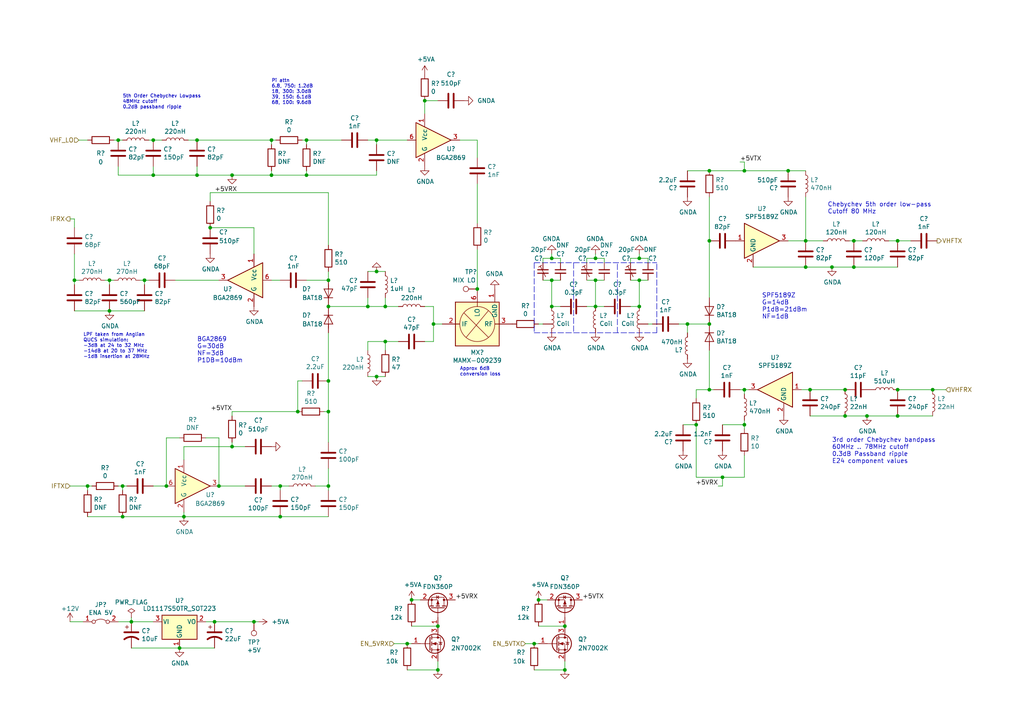
<source format=kicad_sch>
(kicad_sch (version 20211123) (generator eeschema)

  (uuid 66749c6a-b16f-43be-bab1-76caa7a8a44a)

  (paper "A4")

  (title_block
    (title "DART-70 TRX")
    (date "2023-01-15")
    (rev "0")
    (company "HB9EGM")
    (comment 1 "A 4m Band SSB/CW Transceiver")
  )

  

  (junction (at 118.11 186.69) (diameter 0) (color 0 0 0 0)
    (uuid 00c33331-60f6-4379-9d2d-ef78832fa2d8)
  )
  (junction (at 60.96 66.04) (diameter 0) (color 0 0 0 0)
    (uuid 02567b51-491d-42f4-88b0-cfe2c1fce044)
  )
  (junction (at 260.35 113.03) (diameter 0) (color 0 0 0 0)
    (uuid 03f2c6bf-39de-43a9-b9de-8454bbbb087d)
  )
  (junction (at 185.42 81.28) (diameter 0) (color 0 0 0 0)
    (uuid 05a3fd88-c58e-4323-96ff-70847ec682b8)
  )
  (junction (at 209.55 138.43) (diameter 0) (color 0 0 0 0)
    (uuid 067b3699-1a46-41cc-9c7c-3cbbde83e2fb)
  )
  (junction (at 63.5 140.97) (diameter 0) (color 0 0 0 0)
    (uuid 06ccbc1b-6332-4fc0-a2f9-0bf8f455a430)
  )
  (junction (at 95.25 110.49) (diameter 0) (color 0 0 0 0)
    (uuid 0a2b5435-df6f-448f-96cd-9db62b5b9e70)
  )
  (junction (at 172.72 74.93) (diameter 0) (color 0 0 0 0)
    (uuid 101131db-475d-4275-89d4-ac43ee9a25d5)
  )
  (junction (at 57.15 40.64) (diameter 0) (color 0 0 0 0)
    (uuid 10daf2ca-3394-48e8-b6ba-0550bd8468cb)
  )
  (junction (at 205.74 113.03) (diameter 0) (color 0 0 0 0)
    (uuid 12fc5fae-2589-481a-9c5c-1325ed3bb3b8)
  )
  (junction (at 251.46 120.65) (diameter 0) (color 0 0 0 0)
    (uuid 160dcd9c-7158-438b-b560-f70c0dcf13b1)
  )
  (junction (at 270.51 113.03) (diameter 0) (color 0 0 0 0)
    (uuid 17c68fc3-2367-48b2-a5af-3b3b2a36f525)
  )
  (junction (at 205.74 93.98) (diameter 0) (color 0 0 0 0)
    (uuid 1d052412-811d-4384-b62d-b10970534fb5)
  )
  (junction (at 260.35 69.85) (diameter 0) (color 0 0 0 0)
    (uuid 216aa6f9-834c-4cf0-8d7d-1ba1c3dae06e)
  )
  (junction (at 35.56 149.86) (diameter 0) (color 0 0 0 0)
    (uuid 21f58734-fe5c-4a86-add9-a9d5a28072d0)
  )
  (junction (at 215.9 123.19) (diameter 0) (color 0 0 0 0)
    (uuid 26cd24ad-dc7e-4f22-8cf0-d09179b0d265)
  )
  (junction (at 109.22 109.22) (diameter 0) (color 0 0 0 0)
    (uuid 2717f789-6e9a-45e5-ba68-0e97a483a090)
  )
  (junction (at 160.02 81.28) (diameter 0) (color 0 0 0 0)
    (uuid 2d9bce5f-b18b-47a2-9654-99086bc7c8ca)
  )
  (junction (at 205.74 49.53) (diameter 0) (color 0 0 0 0)
    (uuid 2dd9a5be-3aa9-4cf6-850b-b3df04cedb00)
  )
  (junction (at 228.6 49.53) (diameter 0) (color 0 0 0 0)
    (uuid 2f389684-fc2a-46a1-b11d-5ff1e4efe356)
  )
  (junction (at 25.4 140.97) (diameter 0) (color 0 0 0 0)
    (uuid 352f28bf-b1c2-4de5-992d-e57cf2e8483f)
  )
  (junction (at 48.26 140.97) (diameter 0) (color 0 0 0 0)
    (uuid 3ff87719-b353-4efc-bf3c-dccf3c161a57)
  )
  (junction (at 52.07 187.96) (diameter 0) (color 0 0 0 0)
    (uuid 4650598b-8ec0-4a38-8b43-e41b603ff53c)
  )
  (junction (at 127 194.31) (diameter 0) (color 0 0 0 0)
    (uuid 4dc480f0-1a90-4541-b96f-0b2b3327acbd)
  )
  (junction (at 62.23 180.34) (diameter 0) (color 0 0 0 0)
    (uuid 54ce500e-2e6a-4454-858c-a16838109e49)
  )
  (junction (at 119.38 173.99) (diameter 0) (color 0 0 0 0)
    (uuid 55027aa1-d51f-47f6-9d95-2777680e47e2)
  )
  (junction (at 215.9 49.53) (diameter 0) (color 0 0 0 0)
    (uuid 6228b587-c759-4f5a-aee2-44d44c696a08)
  )
  (junction (at 125.73 93.98) (diameter 0) (color 0 0 0 0)
    (uuid 63065c9b-8053-430e-bdb0-072a1e704078)
  )
  (junction (at 35.56 140.97) (diameter 0) (color 0 0 0 0)
    (uuid 65d5c78a-4863-4a6e-8ee9-7f7694e5dd47)
  )
  (junction (at 233.68 77.47) (diameter 0) (color 0 0 0 0)
    (uuid 66615e91-3e7a-41a3-a5de-d8915c5cd486)
  )
  (junction (at 109.22 78.74) (diameter 0) (color 0 0 0 0)
    (uuid 717ae1df-ca35-43c4-858a-8a998842a6fa)
  )
  (junction (at 44.45 40.64) (diameter 0) (color 0 0 0 0)
    (uuid 75f0fc0e-92ee-4d72-91b9-969bbdf6a516)
  )
  (junction (at 205.74 69.85) (diameter 0) (color 0 0 0 0)
    (uuid 774bd91e-6eb9-41ae-a7fd-20b88a031e1c)
  )
  (junction (at 233.68 69.85) (diameter 0) (color 0 0 0 0)
    (uuid 775b50f1-c021-45e5-b4f4-3da4bfa305be)
  )
  (junction (at 163.83 181.61) (diameter 0) (color 0 0 0 0)
    (uuid 7f13e04a-d2d1-49d6-be0b-2887ecf3934d)
  )
  (junction (at 172.72 88.9) (diameter 0) (color 0 0 0 0)
    (uuid 8106e159-fb99-406c-bc50-06500718779d)
  )
  (junction (at 163.83 194.31) (diameter 0) (color 0 0 0 0)
    (uuid 82d1457e-9320-48a5-9a8d-475a84812eb1)
  )
  (junction (at 109.22 40.64) (diameter 0) (color 0 0 0 0)
    (uuid 85195ff4-4022-4363-b14b-87d01de5d306)
  )
  (junction (at 73.66 180.34) (diameter 0) (color 0 0 0 0)
    (uuid 89fb1f5e-c45d-4876-b4d9-2f0eb3fb6afc)
  )
  (junction (at 247.65 69.85) (diameter 0) (color 0 0 0 0)
    (uuid 8b14e97f-a7f6-455f-85ae-a0954b928855)
  )
  (junction (at 31.75 90.17) (diameter 0) (color 0 0 0 0)
    (uuid 8bb0a05e-e024-4c96-8062-b72bb8f6b3b6)
  )
  (junction (at 95.25 88.9) (diameter 0) (color 0 0 0 0)
    (uuid 8c1a53c3-eda8-4cf7-9683-1f61b02265f4)
  )
  (junction (at 34.29 40.64) (diameter 0) (color 0 0 0 0)
    (uuid 91b483e1-f0ff-4000-955c-193367ed899a)
  )
  (junction (at 57.15 50.8) (diameter 0) (color 0 0 0 0)
    (uuid 932b167d-ddab-4c71-b0d5-3168e84d05b6)
  )
  (junction (at 78.74 50.8) (diameter 0) (color 0 0 0 0)
    (uuid 93b57547-14ef-426b-8dd7-720b4647ee08)
  )
  (junction (at 247.65 77.47) (diameter 0) (color 0 0 0 0)
    (uuid 95b18c49-20bf-4d9f-b3e3-cebdbf176759)
  )
  (junction (at 199.39 93.98) (diameter 0) (color 0 0 0 0)
    (uuid 9bf41a0b-ea8e-4983-9913-df79ab0696ea)
  )
  (junction (at 185.42 74.93) (diameter 0) (color 0 0 0 0)
    (uuid 9d460f71-ca89-4f90-b952-20c79bec7158)
  )
  (junction (at 41.91 81.28) (diameter 0) (color 0 0 0 0)
    (uuid 9eb4c32c-a62b-416a-a386-ea1abd0b0a0d)
  )
  (junction (at 172.72 81.28) (diameter 0) (color 0 0 0 0)
    (uuid a18da1d6-412f-494b-867d-28a1d0ab5318)
  )
  (junction (at 201.93 123.19) (diameter 0) (color 0 0 0 0)
    (uuid a2596afc-a768-4a7c-9191-a7e735f775bd)
  )
  (junction (at 67.31 50.8) (diameter 0) (color 0 0 0 0)
    (uuid a3acfd1c-df2f-4f66-b724-7f316f483950)
  )
  (junction (at 21.59 81.28) (diameter 0) (color 0 0 0 0)
    (uuid a510e5e5-5ef7-4d6a-a501-65eee345df9c)
  )
  (junction (at 95.25 81.28) (diameter 0) (color 0 0 0 0)
    (uuid aa939002-c65a-4bc5-8b33-1d5bc4c91f9d)
  )
  (junction (at 245.11 113.03) (diameter 0) (color 0 0 0 0)
    (uuid aba0b686-27a7-4612-9120-56df9850a0f3)
  )
  (junction (at 154.94 186.69) (diameter 0) (color 0 0 0 0)
    (uuid b171a9ac-179a-4baf-920d-1299b87d4c24)
  )
  (junction (at 127 181.61) (diameter 0) (color 0 0 0 0)
    (uuid bedd4d71-5494-4d9a-8227-4431c8ef13d0)
  )
  (junction (at 95.25 119.38) (diameter 0) (color 0 0 0 0)
    (uuid bf562497-0a71-4eb8-8045-49f675de552e)
  )
  (junction (at 245.11 120.65) (diameter 0) (color 0 0 0 0)
    (uuid c3f949c9-bffb-4193-94d9-a79840626951)
  )
  (junction (at 81.28 149.86) (diameter 0) (color 0 0 0 0)
    (uuid c7daa16d-2cdc-48f9-84e1-6fd3b9ab8609)
  )
  (junction (at 88.9 40.64) (diameter 0) (color 0 0 0 0)
    (uuid c873fbd2-c35e-4523-8311-de379b125b9d)
  )
  (junction (at 160.02 74.93) (diameter 0) (color 0 0 0 0)
    (uuid ca9b4264-1527-4eb9-9c4a-0f8f3219656b)
  )
  (junction (at 160.02 88.9) (diameter 0) (color 0 0 0 0)
    (uuid cd5e5396-17e0-450e-8b9a-002266132cf2)
  )
  (junction (at 106.68 88.9) (diameter 0) (color 0 0 0 0)
    (uuid cfe52ce2-a516-4a66-b034-a2439b2ef04e)
  )
  (junction (at 234.95 113.03) (diameter 0) (color 0 0 0 0)
    (uuid d22d7732-de34-40be-871d-a04e8e3508dc)
  )
  (junction (at 123.19 29.21) (diameter 0) (color 0 0 0 0)
    (uuid d2d1dd6f-8881-4c2b-9f36-c8d23c496986)
  )
  (junction (at 215.9 113.03) (diameter 0) (color 0 0 0 0)
    (uuid d9c9046c-34c5-4cac-9cb3-760e2219db2a)
  )
  (junction (at 44.45 50.8) (diameter 0) (color 0 0 0 0)
    (uuid dc588c3d-5206-4af5-96df-dc33e470667e)
  )
  (junction (at 241.3 77.47) (diameter 0) (color 0 0 0 0)
    (uuid dd70541c-ed72-41a4-b278-03a490cbdaf1)
  )
  (junction (at 95.25 140.97) (diameter 0) (color 0 0 0 0)
    (uuid e0fafb5a-7612-49f2-857e-07a48cf36c67)
  )
  (junction (at 78.74 40.64) (diameter 0) (color 0 0 0 0)
    (uuid e17afcb0-49dd-4f12-a913-1d8e2e4c5b94)
  )
  (junction (at 156.21 173.99) (diameter 0) (color 0 0 0 0)
    (uuid e284b47c-e7a2-47fb-97fe-9da3f7b25604)
  )
  (junction (at 86.36 119.38) (diameter 0) (color 0 0 0 0)
    (uuid e4e5efbf-5f6e-47bb-b454-0f7ee3ed75bc)
  )
  (junction (at 38.1 180.34) (diameter 0) (color 0 0 0 0)
    (uuid e65c219d-b729-4a2c-bdfa-4015564ce962)
  )
  (junction (at 31.75 81.28) (diameter 0) (color 0 0 0 0)
    (uuid eae70e4c-a4fe-42ec-9720-c05b32ed5140)
  )
  (junction (at 111.76 99.06) (diameter 0) (color 0 0 0 0)
    (uuid ebd0fc89-8e13-43bb-945a-2e8b75c613c1)
  )
  (junction (at 88.9 50.8) (diameter 0) (color 0 0 0 0)
    (uuid ec4fc551-9561-4ff0-a309-1fd93dc95354)
  )
  (junction (at 81.28 140.97) (diameter 0) (color 0 0 0 0)
    (uuid ef79b516-f387-4bff-98aa-61eff96e72d2)
  )
  (junction (at 67.31 129.54) (diameter 0) (color 0 0 0 0)
    (uuid f08b4f32-723d-4df7-a5cf-f11c8a1baf74)
  )
  (junction (at 138.43 83.82) (diameter 0) (color 0 0 0 0)
    (uuid f09822c0-7fac-44ce-a87f-366f7a49f250)
  )
  (junction (at 185.42 88.9) (diameter 0) (color 0 0 0 0)
    (uuid f52f1267-ef72-4576-80d0-5917f82db729)
  )
  (junction (at 260.35 120.65) (diameter 0) (color 0 0 0 0)
    (uuid f9198f7a-35c7-441b-8222-e190f80189c6)
  )
  (junction (at 53.34 149.86) (diameter 0) (color 0 0 0 0)
    (uuid fcf53a3f-59b9-4ab4-bae0-543d7757d600)
  )
  (junction (at 111.76 88.9) (diameter 0) (color 0 0 0 0)
    (uuid ff974328-a07c-48c8-acb8-3917722c0b92)
  )

  (wire (pts (xy 21.59 82.55) (xy 21.59 81.28))
    (stroke (width 0) (type default) (color 0 0 0 0))
    (uuid 024cc201-4a12-4ae8-bfab-38147f08c82b)
  )
  (wire (pts (xy 156.21 181.61) (xy 163.83 181.61))
    (stroke (width 0) (type default) (color 0 0 0 0))
    (uuid 02a60bb3-9873-41fd-924e-027c47874165)
  )
  (wire (pts (xy 127 194.31) (xy 127 191.77))
    (stroke (width 0) (type default) (color 0 0 0 0))
    (uuid 02cebe24-90d5-4bad-bba2-45623133c8a8)
  )
  (wire (pts (xy 41.91 81.28) (xy 43.18 81.28))
    (stroke (width 0) (type default) (color 0 0 0 0))
    (uuid 035e0cf3-8ba7-4e18-8dd3-f8e636f1c886)
  )
  (wire (pts (xy 198.12 123.19) (xy 201.93 123.19))
    (stroke (width 0) (type default) (color 0 0 0 0))
    (uuid 03f16627-7ce3-4e9a-9706-778678e98c1c)
  )
  (wire (pts (xy 158.75 173.99) (xy 156.21 173.99))
    (stroke (width 0) (type default) (color 0 0 0 0))
    (uuid 0511f577-fd64-48fb-9ff4-d106ae5f2af0)
  )
  (wire (pts (xy 233.68 69.85) (xy 238.76 69.85))
    (stroke (width 0) (type default) (color 0 0 0 0))
    (uuid 05b39569-aaa4-4273-9b2f-9e1c6ca4bf60)
  )
  (wire (pts (xy 157.48 74.93) (xy 160.02 74.93))
    (stroke (width 0) (type default) (color 0 0 0 0))
    (uuid 060a9d78-785b-4e95-9f27-c70c9bd79368)
  )
  (wire (pts (xy 95.25 55.88) (xy 95.25 71.12))
    (stroke (width 0) (type default) (color 0 0 0 0))
    (uuid 0771d364-a669-462b-8c26-3e56d6fd2b2c)
  )
  (wire (pts (xy 88.9 40.64) (xy 87.63 40.64))
    (stroke (width 0) (type default) (color 0 0 0 0))
    (uuid 078044b2-8672-471f-8af0-713545e8135d)
  )
  (polyline (pts (xy 190.5 96.52) (xy 190.5 76.2))
    (stroke (width 0) (type default) (color 0 0 0 0))
    (uuid 0a3cbae7-b160-4bf5-bc29-b843867e2bbd)
  )

  (wire (pts (xy 109.22 41.91) (xy 109.22 40.64))
    (stroke (width 0) (type default) (color 0 0 0 0))
    (uuid 0ab7eac0-2505-46ca-a15f-2fbf3a0464df)
  )
  (wire (pts (xy 35.56 40.64) (xy 34.29 40.64))
    (stroke (width 0) (type default) (color 0 0 0 0))
    (uuid 0d4eecf0-767b-46cf-87a6-41ee96560c59)
  )
  (wire (pts (xy 201.93 123.19) (xy 201.93 138.43))
    (stroke (width 0) (type default) (color 0 0 0 0))
    (uuid 10e85d49-8c1d-4e38-920c-77246389daec)
  )
  (wire (pts (xy 187.96 74.93) (xy 187.96 76.2))
    (stroke (width 0) (type default) (color 0 0 0 0))
    (uuid 115c2483-0d3d-4658-9c56-55683456b2f9)
  )
  (wire (pts (xy 25.4 140.97) (xy 20.32 140.97))
    (stroke (width 0) (type default) (color 0 0 0 0))
    (uuid 11c13b9d-0404-4268-bab1-f545d338c0be)
  )
  (wire (pts (xy 50.8 81.28) (xy 63.5 81.28))
    (stroke (width 0) (type default) (color 0 0 0 0))
    (uuid 12b06950-23c0-46a3-97b4-485917511191)
  )
  (wire (pts (xy 182.88 74.93) (xy 185.42 74.93))
    (stroke (width 0) (type default) (color 0 0 0 0))
    (uuid 133e4738-5308-4c8f-a278-ff3a4b573a42)
  )
  (wire (pts (xy 106.68 86.36) (xy 106.68 88.9))
    (stroke (width 0) (type default) (color 0 0 0 0))
    (uuid 135735c6-9c20-4bf3-849f-8a3683d0618a)
  )
  (wire (pts (xy 52.07 187.96) (xy 62.23 187.96))
    (stroke (width 0) (type default) (color 0 0 0 0))
    (uuid 1503d8f8-f748-488a-be6b-682a25f8122b)
  )
  (wire (pts (xy 175.26 74.93) (xy 175.26 76.2))
    (stroke (width 0) (type default) (color 0 0 0 0))
    (uuid 15849db9-220e-4afd-b7a0-07e5cbc925e5)
  )
  (wire (pts (xy 106.68 99.06) (xy 111.76 99.06))
    (stroke (width 0) (type default) (color 0 0 0 0))
    (uuid 169fbf9e-c683-4879-aed2-ef27f2a35b47)
  )
  (wire (pts (xy 80.01 40.64) (xy 78.74 40.64))
    (stroke (width 0) (type default) (color 0 0 0 0))
    (uuid 179b931a-ee6e-4f42-a650-8fcc15be33cf)
  )
  (wire (pts (xy 185.42 73.66) (xy 185.42 74.93))
    (stroke (width 0) (type default) (color 0 0 0 0))
    (uuid 1807c891-5ccf-491b-b7cb-6605d0030f30)
  )
  (wire (pts (xy 152.4 186.69) (xy 154.94 186.69))
    (stroke (width 0) (type default) (color 0 0 0 0))
    (uuid 192292f4-e782-4227-b2ba-5b15ad53a948)
  )
  (wire (pts (xy 106.68 40.64) (xy 109.22 40.64))
    (stroke (width 0) (type default) (color 0 0 0 0))
    (uuid 1982601b-2a8e-40bd-a5af-aba91929618d)
  )
  (wire (pts (xy 246.38 69.85) (xy 247.65 69.85))
    (stroke (width 0) (type default) (color 0 0 0 0))
    (uuid 1eea39a5-2762-4e3a-8c74-b0e5bc37cc89)
  )
  (wire (pts (xy 215.9 123.19) (xy 215.9 121.92))
    (stroke (width 0) (type default) (color 0 0 0 0))
    (uuid 2103272c-7211-4351-8c30-d9ee75c2fa7e)
  )
  (wire (pts (xy 57.15 40.64) (xy 54.61 40.64))
    (stroke (width 0) (type default) (color 0 0 0 0))
    (uuid 21461412-9af2-4516-b83c-e86442da6f76)
  )
  (wire (pts (xy 133.35 40.64) (xy 138.43 40.64))
    (stroke (width 0) (type default) (color 0 0 0 0))
    (uuid 21a00f46-105c-4e4b-a84f-ed4acb136567)
  )
  (wire (pts (xy 88.9 49.53) (xy 88.9 50.8))
    (stroke (width 0) (type default) (color 0 0 0 0))
    (uuid 21de29f1-55e6-491f-9b72-2d0cf15d30d9)
  )
  (wire (pts (xy 260.35 120.65) (xy 270.51 120.65))
    (stroke (width 0) (type default) (color 0 0 0 0))
    (uuid 24997cd2-6ddc-452d-8f8d-5ed1f34ea421)
  )
  (wire (pts (xy 160.02 73.66) (xy 160.02 74.93))
    (stroke (width 0) (type default) (color 0 0 0 0))
    (uuid 260c26af-1e30-4624-94a4-7cbfebc53f93)
  )
  (wire (pts (xy 63.5 140.97) (xy 71.12 140.97))
    (stroke (width 0) (type default) (color 0 0 0 0))
    (uuid 27260fd1-7e11-444d-9206-9db48718c252)
  )
  (wire (pts (xy 201.93 113.03) (xy 205.74 113.03))
    (stroke (width 0) (type default) (color 0 0 0 0))
    (uuid 2b3b0810-cd1d-48a1-a104-fe015cf2af3c)
  )
  (wire (pts (xy 162.56 74.93) (xy 162.56 76.2))
    (stroke (width 0) (type default) (color 0 0 0 0))
    (uuid 2b5ef57e-9829-4c8c-a772-0c450fa178e8)
  )
  (wire (pts (xy 209.55 138.43) (xy 215.9 138.43))
    (stroke (width 0) (type default) (color 0 0 0 0))
    (uuid 2dd2edde-b79d-4ec7-87aa-5955ab5302f8)
  )
  (wire (pts (xy 170.18 76.2) (xy 170.18 74.93))
    (stroke (width 0) (type default) (color 0 0 0 0))
    (uuid 31fb150b-1634-44a3-bbf0-4f27407886b5)
  )
  (wire (pts (xy 88.9 41.91) (xy 88.9 40.64))
    (stroke (width 0) (type default) (color 0 0 0 0))
    (uuid 36709ce8-feaf-4ca8-a999-4108fb101352)
  )
  (wire (pts (xy 233.68 77.47) (xy 241.3 77.47))
    (stroke (width 0) (type default) (color 0 0 0 0))
    (uuid 36e55dc7-b8dd-4b75-aa11-1a977430e4af)
  )
  (wire (pts (xy 71.12 129.54) (xy 67.31 129.54))
    (stroke (width 0) (type default) (color 0 0 0 0))
    (uuid 377e1abf-612a-4df5-b5eb-45b0a4ea0c9e)
  )
  (wire (pts (xy 57.15 50.8) (xy 44.45 50.8))
    (stroke (width 0) (type default) (color 0 0 0 0))
    (uuid 37a423bc-f22b-4f78-8391-c64cc41bfdd6)
  )
  (wire (pts (xy 48.26 140.97) (xy 48.26 127))
    (stroke (width 0) (type default) (color 0 0 0 0))
    (uuid 37fed5f7-4342-43d4-8e52-4cb994a65b60)
  )
  (wire (pts (xy 78.74 81.28) (xy 81.28 81.28))
    (stroke (width 0) (type default) (color 0 0 0 0))
    (uuid 392feb7d-639c-4109-b633-4f77161d9a00)
  )
  (wire (pts (xy 67.31 119.38) (xy 67.31 120.65))
    (stroke (width 0) (type default) (color 0 0 0 0))
    (uuid 3b61ba43-a744-4e60-91dd-12af0722c056)
  )
  (wire (pts (xy 35.56 140.97) (xy 34.29 140.97))
    (stroke (width 0) (type default) (color 0 0 0 0))
    (uuid 3e4b4d52-ec1d-4c6c-8348-5ce6174b6e25)
  )
  (wire (pts (xy 109.22 40.64) (xy 118.11 40.64))
    (stroke (width 0) (type default) (color 0 0 0 0))
    (uuid 3f230696-6936-45fb-9c05-e7c58419a4fe)
  )
  (wire (pts (xy 109.22 50.8) (xy 109.22 49.53))
    (stroke (width 0) (type default) (color 0 0 0 0))
    (uuid 4055fe96-6cd0-4098-a3eb-28bdaf898065)
  )
  (wire (pts (xy 205.74 101.6) (xy 205.74 113.03))
    (stroke (width 0) (type default) (color 0 0 0 0))
    (uuid 41456f29-a703-4d12-85d0-c21ea7c0a452)
  )
  (wire (pts (xy 87.63 110.49) (xy 86.36 110.49))
    (stroke (width 0) (type default) (color 0 0 0 0))
    (uuid 4373547b-d3a9-4735-9a12-7e388d4b1d9d)
  )
  (wire (pts (xy 21.59 81.28) (xy 22.86 81.28))
    (stroke (width 0) (type default) (color 0 0 0 0))
    (uuid 43a0eb75-5fcf-4672-aa9e-0cc7c7115f22)
  )
  (wire (pts (xy 215.9 138.43) (xy 215.9 132.08))
    (stroke (width 0) (type default) (color 0 0 0 0))
    (uuid 45005e12-36a9-4853-a83d-a87ffad800b4)
  )
  (wire (pts (xy 215.9 124.46) (xy 215.9 123.19))
    (stroke (width 0) (type default) (color 0 0 0 0))
    (uuid 45580b2c-f853-4bae-b48d-8b2b7a8c9649)
  )
  (wire (pts (xy 73.66 180.34) (xy 74.93 180.34))
    (stroke (width 0) (type default) (color 0 0 0 0))
    (uuid 46aa6345-737c-4dbd-91a2-dc6be0ddc5ae)
  )
  (wire (pts (xy 59.69 127) (xy 63.5 127))
    (stroke (width 0) (type default) (color 0 0 0 0))
    (uuid 47c2b278-ae5d-4e95-b5c8-9e4f00c4a0ec)
  )
  (polyline (pts (xy 166.37 76.2) (xy 166.37 96.52))
    (stroke (width 0) (type default) (color 0 0 0 0))
    (uuid 48afede4-072d-4812-9a6d-de4cc719bbfc)
  )

  (wire (pts (xy 185.42 81.28) (xy 187.96 81.28))
    (stroke (width 0) (type default) (color 0 0 0 0))
    (uuid 48c77641-1046-44b0-bae8-52da953ea633)
  )
  (wire (pts (xy 60.96 58.42) (xy 60.96 55.88))
    (stroke (width 0) (type default) (color 0 0 0 0))
    (uuid 4a333138-062a-4541-87e1-d6ef03b1e3dd)
  )
  (wire (pts (xy 81.28 140.97) (xy 83.82 140.97))
    (stroke (width 0) (type default) (color 0 0 0 0))
    (uuid 4cd7fbd1-3778-4a48-ab60-c36eed16d8c5)
  )
  (wire (pts (xy 118.11 194.31) (xy 127 194.31))
    (stroke (width 0) (type default) (color 0 0 0 0))
    (uuid 4eb478a7-cb42-4e9b-a391-850c2292f4e2)
  )
  (wire (pts (xy 20.32 180.34) (xy 24.13 180.34))
    (stroke (width 0) (type default) (color 0 0 0 0))
    (uuid 4f1890ef-2953-4b44-b85e-7d86f5135aac)
  )
  (wire (pts (xy 172.72 88.9) (xy 175.26 88.9))
    (stroke (width 0) (type default) (color 0 0 0 0))
    (uuid 4f483546-5fe1-407e-aca5-4726d4b59bdf)
  )
  (wire (pts (xy 205.74 57.15) (xy 205.74 69.85))
    (stroke (width 0) (type default) (color 0 0 0 0))
    (uuid 4f5c185a-e11b-4d82-a8bc-b9689c9c633b)
  )
  (wire (pts (xy 67.31 50.8) (xy 78.74 50.8))
    (stroke (width 0) (type default) (color 0 0 0 0))
    (uuid 51b0ddb2-d73c-4b77-8065-960af2349f14)
  )
  (wire (pts (xy 78.74 50.8) (xy 78.74 49.53))
    (stroke (width 0) (type default) (color 0 0 0 0))
    (uuid 51c3e3cc-739b-4bac-a271-7f779051de39)
  )
  (wire (pts (xy 35.56 149.86) (xy 25.4 149.86))
    (stroke (width 0) (type default) (color 0 0 0 0))
    (uuid 553f8fdd-c870-4163-a81b-a10a24a3351e)
  )
  (wire (pts (xy 95.25 110.49) (xy 95.25 119.38))
    (stroke (width 0) (type default) (color 0 0 0 0))
    (uuid 55b6b040-a746-4424-a5b4-1f45a1d15120)
  )
  (wire (pts (xy 154.94 186.69) (xy 156.21 186.69))
    (stroke (width 0) (type default) (color 0 0 0 0))
    (uuid 55e14d32-176e-4ac2-98bb-d6f11341d8bb)
  )
  (wire (pts (xy 60.96 55.88) (xy 95.25 55.88))
    (stroke (width 0) (type default) (color 0 0 0 0))
    (uuid 5821604d-5ceb-420a-b7e4-ba8f3233a4b7)
  )
  (wire (pts (xy 111.76 101.6) (xy 111.76 99.06))
    (stroke (width 0) (type default) (color 0 0 0 0))
    (uuid 5962fb65-4840-4342-83d8-ebe11a13a0c5)
  )
  (wire (pts (xy 232.41 113.03) (xy 234.95 113.03))
    (stroke (width 0) (type default) (color 0 0 0 0))
    (uuid 5b4b5c6f-05a3-4664-adf7-2293c612cc4c)
  )
  (wire (pts (xy 160.02 81.28) (xy 162.56 81.28))
    (stroke (width 0) (type default) (color 0 0 0 0))
    (uuid 5cfef867-dff5-4abc-9cf1-6fa8f45eaef2)
  )
  (wire (pts (xy 44.45 50.8) (xy 34.29 50.8))
    (stroke (width 0) (type default) (color 0 0 0 0))
    (uuid 5cff2459-d275-4803-8fa2-8289cb689a75)
  )
  (wire (pts (xy 201.93 115.57) (xy 201.93 113.03))
    (stroke (width 0) (type default) (color 0 0 0 0))
    (uuid 60e6d176-aade-439f-80d8-764c13ba9024)
  )
  (wire (pts (xy 57.15 50.8) (xy 57.15 48.26))
    (stroke (width 0) (type default) (color 0 0 0 0))
    (uuid 620fd31f-1d7e-453a-874c-5731a4bbc505)
  )
  (wire (pts (xy 209.55 123.19) (xy 215.9 123.19))
    (stroke (width 0) (type default) (color 0 0 0 0))
    (uuid 6356fe97-06cd-4a4b-b2f2-2e98498da4a1)
  )
  (wire (pts (xy 208.28 140.97) (xy 209.55 140.97))
    (stroke (width 0) (type default) (color 0 0 0 0))
    (uuid 638492c1-39c4-4e69-a3a1-232b324e5b21)
  )
  (wire (pts (xy 119.38 181.61) (xy 127 181.61))
    (stroke (width 0) (type default) (color 0 0 0 0))
    (uuid 650fc5ab-ac6f-4355-859d-e052b70c49f9)
  )
  (wire (pts (xy 44.45 50.8) (xy 44.45 48.26))
    (stroke (width 0) (type default) (color 0 0 0 0))
    (uuid 659d7e05-6d30-4048-9451-144bfa6ef129)
  )
  (wire (pts (xy 170.18 81.28) (xy 172.72 81.28))
    (stroke (width 0) (type default) (color 0 0 0 0))
    (uuid 6640c556-30bc-4fc7-a797-35ec65cf0f77)
  )
  (wire (pts (xy 215.9 113.03) (xy 214.63 113.03))
    (stroke (width 0) (type default) (color 0 0 0 0))
    (uuid 67ab6325-5225-42ee-86cc-5aee5e01efce)
  )
  (polyline (pts (xy 179.07 96.52) (xy 179.07 76.2))
    (stroke (width 0) (type default) (color 0 0 0 0))
    (uuid 67f80db7-ac30-4dde-8bf8-915428d171ed)
  )

  (wire (pts (xy 121.92 173.99) (xy 119.38 173.99))
    (stroke (width 0) (type default) (color 0 0 0 0))
    (uuid 6882129c-8e12-4f8b-8e90-d97f81b364c1)
  )
  (wire (pts (xy 59.69 180.34) (xy 62.23 180.34))
    (stroke (width 0) (type default) (color 0 0 0 0))
    (uuid 6a784a31-50b5-4176-9ee4-0ad6fc9a1083)
  )
  (wire (pts (xy 138.43 40.64) (xy 138.43 45.72))
    (stroke (width 0) (type default) (color 0 0 0 0))
    (uuid 6a7b2059-d977-4612-95c2-3fe01e6e1434)
  )
  (wire (pts (xy 95.25 81.28) (xy 95.25 78.74))
    (stroke (width 0) (type default) (color 0 0 0 0))
    (uuid 6b27d8b2-ee0e-419a-8cca-494e0b743c57)
  )
  (wire (pts (xy 182.88 76.2) (xy 182.88 74.93))
    (stroke (width 0) (type default) (color 0 0 0 0))
    (uuid 6bcc4470-6fe4-4c8d-ba29-7eeb8005d7fa)
  )
  (wire (pts (xy 36.83 140.97) (xy 35.56 140.97))
    (stroke (width 0) (type default) (color 0 0 0 0))
    (uuid 6ce712c5-fc40-4079-b769-1caeda39d8f3)
  )
  (wire (pts (xy 199.39 49.53) (xy 205.74 49.53))
    (stroke (width 0) (type default) (color 0 0 0 0))
    (uuid 6d259b3b-196b-4e6b-acdf-fc3e09319776)
  )
  (polyline (pts (xy 154.94 76.2) (xy 154.94 96.52))
    (stroke (width 0) (type default) (color 0 0 0 0))
    (uuid 7055685d-2e9b-46e1-bc20-a497c53cfccc)
  )

  (wire (pts (xy 160.02 88.9) (xy 162.56 88.9))
    (stroke (width 0) (type default) (color 0 0 0 0))
    (uuid 7075a498-5749-4f19-ba7d-9b8161486d1a)
  )
  (wire (pts (xy 233.68 57.15) (xy 233.68 69.85))
    (stroke (width 0) (type default) (color 0 0 0 0))
    (uuid 70852beb-7102-4701-922b-9248dc6321b9)
  )
  (wire (pts (xy 81.28 142.24) (xy 81.28 140.97))
    (stroke (width 0) (type default) (color 0 0 0 0))
    (uuid 72745e37-6398-4523-a0b8-fcae44c9df22)
  )
  (wire (pts (xy 215.9 49.53) (xy 228.6 49.53))
    (stroke (width 0) (type default) (color 0 0 0 0))
    (uuid 72f86fac-1de9-4853-b551-bbe9529da2a3)
  )
  (wire (pts (xy 93.98 119.38) (xy 95.25 119.38))
    (stroke (width 0) (type default) (color 0 0 0 0))
    (uuid 738c73ca-416f-4cdc-b135-180d4d696484)
  )
  (wire (pts (xy 78.74 40.64) (xy 78.74 41.91))
    (stroke (width 0) (type default) (color 0 0 0 0))
    (uuid 75288219-cb62-4584-bfee-979eec5f882a)
  )
  (wire (pts (xy 86.36 119.38) (xy 67.31 119.38))
    (stroke (width 0) (type default) (color 0 0 0 0))
    (uuid 7590e24b-577c-4fcd-9e1f-ab45b189df19)
  )
  (wire (pts (xy 228.6 49.53) (xy 233.68 49.53))
    (stroke (width 0) (type default) (color 0 0 0 0))
    (uuid 759bd0f6-2646-44e7-94e8-5efbb41acb61)
  )
  (wire (pts (xy 88.9 50.8) (xy 109.22 50.8))
    (stroke (width 0) (type default) (color 0 0 0 0))
    (uuid 77697486-3706-446b-b0dc-99c11e5b6fb4)
  )
  (wire (pts (xy 22.86 40.64) (xy 25.4 40.64))
    (stroke (width 0) (type default) (color 0 0 0 0))
    (uuid 7a961303-0ee0-4514-9c41-71f7612da80d)
  )
  (wire (pts (xy 111.76 99.06) (xy 115.57 99.06))
    (stroke (width 0) (type default) (color 0 0 0 0))
    (uuid 7b914471-3d1b-40f6-8fee-092f137ff2e0)
  )
  (wire (pts (xy 35.56 149.86) (xy 53.34 149.86))
    (stroke (width 0) (type default) (color 0 0 0 0))
    (uuid 7cea007c-3280-4e58-94e8-fd0f1c985899)
  )
  (wire (pts (xy 205.74 86.36) (xy 205.74 69.85))
    (stroke (width 0) (type default) (color 0 0 0 0))
    (uuid 7de935c6-9119-4940-8080-9aaeda4f0cdd)
  )
  (wire (pts (xy 214.63 46.99) (xy 215.9 46.99))
    (stroke (width 0) (type default) (color 0 0 0 0))
    (uuid 7f180349-2cf1-4faf-8ede-f82101d0fa01)
  )
  (wire (pts (xy 251.46 120.65) (xy 260.35 120.65))
    (stroke (width 0) (type default) (color 0 0 0 0))
    (uuid 80acb5a1-638b-4285-857f-e2585dbcfd3f)
  )
  (wire (pts (xy 172.72 81.28) (xy 175.26 81.28))
    (stroke (width 0) (type default) (color 0 0 0 0))
    (uuid 80cb90dd-8449-449f-bec1-5e371021e295)
  )
  (wire (pts (xy 234.95 120.65) (xy 245.11 120.65))
    (stroke (width 0) (type default) (color 0 0 0 0))
    (uuid 81e79f3b-03ef-4053-8332-ee08625e26d6)
  )
  (wire (pts (xy 199.39 93.98) (xy 205.74 93.98))
    (stroke (width 0) (type default) (color 0 0 0 0))
    (uuid 84a6c803-a4ac-48df-95fb-6930cca4e25e)
  )
  (wire (pts (xy 199.39 96.52) (xy 199.39 93.98))
    (stroke (width 0) (type default) (color 0 0 0 0))
    (uuid 84b3d674-c896-4b45-8754-206b7ffab72a)
  )
  (wire (pts (xy 106.68 88.9) (xy 111.76 88.9))
    (stroke (width 0) (type default) (color 0 0 0 0))
    (uuid 88265af6-a1dd-44be-b62c-e05e7e0d7e0b)
  )
  (wire (pts (xy 91.44 140.97) (xy 95.25 140.97))
    (stroke (width 0) (type default) (color 0 0 0 0))
    (uuid 8a80af2d-ce13-4b11-8a6d-9856813678bd)
  )
  (wire (pts (xy 118.11 186.69) (xy 119.38 186.69))
    (stroke (width 0) (type default) (color 0 0 0 0))
    (uuid 8b95ba54-c069-4a65-b9c2-99db26bb932f)
  )
  (wire (pts (xy 41.91 81.28) (xy 40.64 81.28))
    (stroke (width 0) (type default) (color 0 0 0 0))
    (uuid 8c7ad431-18a5-4197-b13f-e4bbf0da7038)
  )
  (wire (pts (xy 257.81 69.85) (xy 260.35 69.85))
    (stroke (width 0) (type default) (color 0 0 0 0))
    (uuid 9110f47f-a990-4603-9888-a44e93a8108c)
  )
  (wire (pts (xy 73.66 66.04) (xy 60.96 66.04))
    (stroke (width 0) (type default) (color 0 0 0 0))
    (uuid 911af59e-f1b1-46d2-a9c4-dd351bc41db1)
  )
  (wire (pts (xy 95.25 96.52) (xy 95.25 110.49))
    (stroke (width 0) (type default) (color 0 0 0 0))
    (uuid 91d49aaf-5758-42d3-9e51-e9b2b8cd5c5c)
  )
  (wire (pts (xy 41.91 82.55) (xy 41.91 81.28))
    (stroke (width 0) (type default) (color 0 0 0 0))
    (uuid 9396dbf5-aa3c-4ba1-a9ae-1945fbb2026c)
  )
  (wire (pts (xy 125.73 93.98) (xy 128.27 93.98))
    (stroke (width 0) (type default) (color 0 0 0 0))
    (uuid 97931d4a-7c02-4a9b-a790-a3569eede93c)
  )
  (wire (pts (xy 125.73 88.9) (xy 125.73 93.98))
    (stroke (width 0) (type default) (color 0 0 0 0))
    (uuid 97a1499d-8f21-4661-8bed-0e1e89d0838c)
  )
  (wire (pts (xy 247.65 69.85) (xy 250.19 69.85))
    (stroke (width 0) (type default) (color 0 0 0 0))
    (uuid 98ff4f6d-a60b-43b0-818a-c3cd573da89f)
  )
  (wire (pts (xy 34.29 50.8) (xy 34.29 48.26))
    (stroke (width 0) (type default) (color 0 0 0 0))
    (uuid 99f42b58-88eb-419e-9dff-f13059ef50e4)
  )
  (wire (pts (xy 209.55 140.97) (xy 209.55 138.43))
    (stroke (width 0) (type default) (color 0 0 0 0))
    (uuid 9bbfc9f6-2a80-4dea-9ff5-2759035e5aa6)
  )
  (wire (pts (xy 247.65 77.47) (xy 260.35 77.47))
    (stroke (width 0) (type default) (color 0 0 0 0))
    (uuid 9c162611-d326-45c2-97a0-d5c1a6e19742)
  )
  (wire (pts (xy 67.31 129.54) (xy 53.34 129.54))
    (stroke (width 0) (type default) (color 0 0 0 0))
    (uuid 9e36bd7c-5050-4b7d-a107-0186b5f5a7db)
  )
  (wire (pts (xy 185.42 88.9) (xy 185.42 81.28))
    (stroke (width 0) (type default) (color 0 0 0 0))
    (uuid 9e70a67e-a0cb-4ed7-a04f-451f35eb0aa2)
  )
  (wire (pts (xy 81.28 140.97) (xy 78.74 140.97))
    (stroke (width 0) (type default) (color 0 0 0 0))
    (uuid 9eaea750-5e59-4015-bbbc-7f0606821920)
  )
  (wire (pts (xy 30.48 81.28) (xy 31.75 81.28))
    (stroke (width 0) (type default) (color 0 0 0 0))
    (uuid 9fa50f42-0778-414e-80a5-be6ea027c650)
  )
  (wire (pts (xy 73.66 73.66) (xy 73.66 66.04))
    (stroke (width 0) (type default) (color 0 0 0 0))
    (uuid 9fcdaa4a-142f-4d30-98c2-09d8508cac25)
  )
  (wire (pts (xy 53.34 149.86) (xy 81.28 149.86))
    (stroke (width 0) (type default) (color 0 0 0 0))
    (uuid 9fd2c636-f5cd-47e5-bbbc-56f7c25ff6b0)
  )
  (wire (pts (xy 35.56 142.24) (xy 35.56 140.97))
    (stroke (width 0) (type default) (color 0 0 0 0))
    (uuid 9fdfdce1-97e8-4aba-b333-1f8d317b5f20)
  )
  (wire (pts (xy 157.48 81.28) (xy 160.02 81.28))
    (stroke (width 0) (type default) (color 0 0 0 0))
    (uuid a277cb94-54f4-4201-9b19-13124e8120b4)
  )
  (wire (pts (xy 86.36 110.49) (xy 86.36 119.38))
    (stroke (width 0) (type default) (color 0 0 0 0))
    (uuid a345cb5a-bcc4-40ab-9689-42a3820311de)
  )
  (wire (pts (xy 163.83 194.31) (xy 163.83 191.77))
    (stroke (width 0) (type default) (color 0 0 0 0))
    (uuid a348990a-0ba9-40aa-9d6b-f25e202a557b)
  )
  (wire (pts (xy 234.95 113.03) (xy 245.11 113.03))
    (stroke (width 0) (type default) (color 0 0 0 0))
    (uuid a3dc8c92-2b4e-44e7-a99c-8e839fcdd93f)
  )
  (wire (pts (xy 78.74 50.8) (xy 88.9 50.8))
    (stroke (width 0) (type default) (color 0 0 0 0))
    (uuid a7f09cc9-2878-4daf-b4fb-2ce63103f4de)
  )
  (wire (pts (xy 21.59 73.66) (xy 21.59 81.28))
    (stroke (width 0) (type default) (color 0 0 0 0))
    (uuid a85ba885-21f0-4ec6-a484-69d88e0e6f44)
  )
  (wire (pts (xy 21.59 90.17) (xy 31.75 90.17))
    (stroke (width 0) (type default) (color 0 0 0 0))
    (uuid aa8e79d5-4110-472a-8939-dffc4dee8b42)
  )
  (wire (pts (xy 270.51 113.03) (xy 274.32 113.03))
    (stroke (width 0) (type default) (color 0 0 0 0))
    (uuid ab7b7131-ebb7-45b9-9be6-5ac6a2c9f929)
  )
  (wire (pts (xy 215.9 46.99) (xy 215.9 49.53))
    (stroke (width 0) (type default) (color 0 0 0 0))
    (uuid abaf0800-b23b-4bb1-9bdf-6551a3604128)
  )
  (wire (pts (xy 44.45 40.64) (xy 43.18 40.64))
    (stroke (width 0) (type default) (color 0 0 0 0))
    (uuid ace4c583-0f92-4d09-a998-ac2f8e934dff)
  )
  (wire (pts (xy 26.67 140.97) (xy 25.4 140.97))
    (stroke (width 0) (type default) (color 0 0 0 0))
    (uuid ada693f8-405a-4ed4-a362-368ec4995726)
  )
  (wire (pts (xy 172.72 88.9) (xy 172.72 81.28))
    (stroke (width 0) (type default) (color 0 0 0 0))
    (uuid adad9755-afe1-4118-bfb8-41d502969aa3)
  )
  (wire (pts (xy 205.74 113.03) (xy 207.01 113.03))
    (stroke (width 0) (type default) (color 0 0 0 0))
    (uuid adcccd0e-f5ea-4c83-bd8f-8b220d307709)
  )
  (wire (pts (xy 111.76 88.9) (xy 115.57 88.9))
    (stroke (width 0) (type default) (color 0 0 0 0))
    (uuid ae5b0397-eb65-46d0-bffe-78b99da2976b)
  )
  (wire (pts (xy 38.1 180.34) (xy 44.45 180.34))
    (stroke (width 0) (type default) (color 0 0 0 0))
    (uuid b2cfdd1f-96b4-409d-be10-5274dc4a5d5c)
  )
  (wire (pts (xy 114.3 186.69) (xy 118.11 186.69))
    (stroke (width 0) (type default) (color 0 0 0 0))
    (uuid b34b00a6-cf47-4cbc-b4f1-b1acbc1edc3d)
  )
  (wire (pts (xy 63.5 127) (xy 63.5 140.97))
    (stroke (width 0) (type default) (color 0 0 0 0))
    (uuid b367d731-810d-4dbe-aa2e-ab2616fc23ec)
  )
  (wire (pts (xy 88.9 40.64) (xy 99.06 40.64))
    (stroke (width 0) (type default) (color 0 0 0 0))
    (uuid b3a0e01f-5c2d-45a9-8d21-a9bc53fd2f98)
  )
  (wire (pts (xy 95.25 142.24) (xy 95.25 140.97))
    (stroke (width 0) (type default) (color 0 0 0 0))
    (uuid b7cf2839-b1c0-4185-bd2b-8b40d3060ac9)
  )
  (wire (pts (xy 57.15 40.64) (xy 78.74 40.64))
    (stroke (width 0) (type default) (color 0 0 0 0))
    (uuid b80aa845-c1c7-4a36-86eb-13202c5b8807)
  )
  (polyline (pts (xy 154.94 76.2) (xy 190.5 76.2))
    (stroke (width 0) (type default) (color 0 0 0 0))
    (uuid b85d2401-b9b9-4c27-b2e2-c9d9ab116d00)
  )

  (wire (pts (xy 111.76 86.36) (xy 111.76 88.9))
    (stroke (width 0) (type default) (color 0 0 0 0))
    (uuid baac58cf-ba1a-4451-8078-47a320ad2217)
  )
  (wire (pts (xy 215.9 113.03) (xy 217.17 113.03))
    (stroke (width 0) (type default) (color 0 0 0 0))
    (uuid bace1c82-95a6-4669-a7e7-5bc2416e7e84)
  )
  (wire (pts (xy 53.34 129.54) (xy 53.34 133.35))
    (stroke (width 0) (type default) (color 0 0 0 0))
    (uuid bcc09cbd-5f64-4ed5-a14f-c84fccdec8e2)
  )
  (wire (pts (xy 31.75 81.28) (xy 33.02 81.28))
    (stroke (width 0) (type default) (color 0 0 0 0))
    (uuid beed807b-094b-4007-a6bf-646ea2fee72e)
  )
  (wire (pts (xy 170.18 74.93) (xy 172.72 74.93))
    (stroke (width 0) (type default) (color 0 0 0 0))
    (uuid c0cb9ac4-a13f-4ce2-8aea-f334c934d5b3)
  )
  (wire (pts (xy 138.43 53.34) (xy 138.43 64.77))
    (stroke (width 0) (type default) (color 0 0 0 0))
    (uuid c0ccb811-167a-4b4b-a9b2-0238b2a7dfd0)
  )
  (wire (pts (xy 172.72 74.93) (xy 175.26 74.93))
    (stroke (width 0) (type default) (color 0 0 0 0))
    (uuid c36e7618-99ac-4188-82ad-148b9401ee0f)
  )
  (wire (pts (xy 260.35 69.85) (xy 264.16 69.85))
    (stroke (width 0) (type default) (color 0 0 0 0))
    (uuid c39a88bf-57b5-4042-8e8d-935a24a8991f)
  )
  (wire (pts (xy 196.85 93.98) (xy 199.39 93.98))
    (stroke (width 0) (type default) (color 0 0 0 0))
    (uuid c4a3c708-c9b1-415d-ade1-45ed1cc0c8de)
  )
  (wire (pts (xy 21.59 63.5) (xy 21.59 66.04))
    (stroke (width 0) (type default) (color 0 0 0 0))
    (uuid c5ec54f0-0d08-4954-a314-8acf9272ac84)
  )
  (wire (pts (xy 185.42 74.93) (xy 187.96 74.93))
    (stroke (width 0) (type default) (color 0 0 0 0))
    (uuid c6f64293-5e29-4afa-8644-d8f9ea3d34e8)
  )
  (wire (pts (xy 241.3 77.47) (xy 247.65 77.47))
    (stroke (width 0) (type default) (color 0 0 0 0))
    (uuid c7db6f12-37a4-4f57-ae11-a85dc3d9a3a4)
  )
  (wire (pts (xy 170.18 88.9) (xy 172.72 88.9))
    (stroke (width 0) (type default) (color 0 0 0 0))
    (uuid c815f8c2-60a3-41e6-9457-b1a6b30692c1)
  )
  (wire (pts (xy 21.59 63.5) (xy 20.32 63.5))
    (stroke (width 0) (type default) (color 0 0 0 0))
    (uuid c82a2eee-3656-406a-a5cb-6b727ac05b34)
  )
  (wire (pts (xy 205.74 49.53) (xy 215.9 49.53))
    (stroke (width 0) (type default) (color 0 0 0 0))
    (uuid c8b3bfbd-79b7-4863-9ae7-79b3f077a5ad)
  )
  (wire (pts (xy 95.25 88.9) (xy 106.68 88.9))
    (stroke (width 0) (type default) (color 0 0 0 0))
    (uuid c9a96d3d-0de1-42f4-91c4-77ed8c428365)
  )
  (wire (pts (xy 44.45 140.97) (xy 48.26 140.97))
    (stroke (width 0) (type default) (color 0 0 0 0))
    (uuid ca1ed9ca-0cff-4782-8c33-4386bceb5f4f)
  )
  (wire (pts (xy 123.19 99.06) (xy 125.73 99.06))
    (stroke (width 0) (type default) (color 0 0 0 0))
    (uuid cb6506b0-3912-438a-b6ea-123a23611666)
  )
  (wire (pts (xy 109.22 78.74) (xy 111.76 78.74))
    (stroke (width 0) (type default) (color 0 0 0 0))
    (uuid cdb51342-07be-44c9-aae9-c15b7e1e8215)
  )
  (wire (pts (xy 106.68 101.6) (xy 106.68 99.06))
    (stroke (width 0) (type default) (color 0 0 0 0))
    (uuid ce536418-0469-43d5-9a1a-c3f749bdbad3)
  )
  (wire (pts (xy 95.25 119.38) (xy 95.25 128.27))
    (stroke (width 0) (type default) (color 0 0 0 0))
    (uuid d32ff0d3-6db2-4544-ab69-6c0b14790da2)
  )
  (wire (pts (xy 156.21 93.98) (xy 157.48 93.98))
    (stroke (width 0) (type default) (color 0 0 0 0))
    (uuid d50411b2-0b2f-41b7-bf8d-fb8f1d6295a1)
  )
  (wire (pts (xy 160.02 81.28) (xy 160.02 88.9))
    (stroke (width 0) (type default) (color 0 0 0 0))
    (uuid d6487266-4010-40c8-82a0-ce8d241c85c6)
  )
  (wire (pts (xy 67.31 50.8) (xy 57.15 50.8))
    (stroke (width 0) (type default) (color 0 0 0 0))
    (uuid d6a59e5a-5ea8-4f82-84ec-051de7cfe49c)
  )
  (wire (pts (xy 38.1 179.07) (xy 38.1 180.34))
    (stroke (width 0) (type default) (color 0 0 0 0))
    (uuid d72a8da5-7493-4947-860c-c7e42d565e6a)
  )
  (wire (pts (xy 44.45 40.64) (xy 46.99 40.64))
    (stroke (width 0) (type default) (color 0 0 0 0))
    (uuid d86ee7d3-b7d0-400c-a7d2-6d9a947e3d7b)
  )
  (wire (pts (xy 38.1 187.96) (xy 52.07 187.96))
    (stroke (width 0) (type default) (color 0 0 0 0))
    (uuid d89f87e9-c0f8-48c3-a63a-d553b1783043)
  )
  (wire (pts (xy 34.29 40.64) (xy 33.02 40.64))
    (stroke (width 0) (type default) (color 0 0 0 0))
    (uuid d8a72df0-904a-413a-8147-12e635dec35e)
  )
  (wire (pts (xy 189.23 93.98) (xy 187.96 93.98))
    (stroke (width 0) (type default) (color 0 0 0 0))
    (uuid d8ac61b3-a533-4f15-9856-f7b341d352a1)
  )
  (wire (pts (xy 218.44 77.47) (xy 233.68 77.47))
    (stroke (width 0) (type default) (color 0 0 0 0))
    (uuid d926cf39-414a-4944-b6d1-f15d112b5842)
  )
  (wire (pts (xy 160.02 74.93) (xy 162.56 74.93))
    (stroke (width 0) (type default) (color 0 0 0 0))
    (uuid dd7274bb-36be-4baa-903e-939c1f1b99f6)
  )
  (wire (pts (xy 106.68 78.74) (xy 109.22 78.74))
    (stroke (width 0) (type default) (color 0 0 0 0))
    (uuid ddae4b2b-20d9-4a3e-92ee-cab9e27340aa)
  )
  (wire (pts (xy 67.31 129.54) (xy 67.31 128.27))
    (stroke (width 0) (type default) (color 0 0 0 0))
    (uuid e0513d50-b001-43f1-81c8-191e60f750b2)
  )
  (wire (pts (xy 157.48 76.2) (xy 157.48 74.93))
    (stroke (width 0) (type default) (color 0 0 0 0))
    (uuid e06f99ab-70c9-48e0-9786-de35bc5b9bdc)
  )
  (wire (pts (xy 172.72 73.66) (xy 172.72 74.93))
    (stroke (width 0) (type default) (color 0 0 0 0))
    (uuid e2438ac6-18fb-4b36-bec6-4ea332ad0f99)
  )
  (wire (pts (xy 182.88 88.9) (xy 185.42 88.9))
    (stroke (width 0) (type default) (color 0 0 0 0))
    (uuid e29ecb3b-bdd4-4ff6-80c6-b91117ba47bf)
  )
  (wire (pts (xy 81.28 149.86) (xy 95.25 149.86))
    (stroke (width 0) (type default) (color 0 0 0 0))
    (uuid e2eaff9d-4c94-4311-bec0-a13146b760ca)
  )
  (wire (pts (xy 95.25 135.89) (xy 95.25 140.97))
    (stroke (width 0) (type default) (color 0 0 0 0))
    (uuid e34767e1-a29c-42c3-8abb-ef0a479b6adf)
  )
  (wire (pts (xy 53.34 149.86) (xy 53.34 148.59))
    (stroke (width 0) (type default) (color 0 0 0 0))
    (uuid e483f698-f72e-4267-b2e6-53386eaa9d25)
  )
  (wire (pts (xy 245.11 120.65) (xy 251.46 120.65))
    (stroke (width 0) (type default) (color 0 0 0 0))
    (uuid e4d61bf5-a58c-4b96-bb57-2d03bba1d254)
  )
  (wire (pts (xy 182.88 81.28) (xy 185.42 81.28))
    (stroke (width 0) (type default) (color 0 0 0 0))
    (uuid ea399d10-1f30-4eb9-af71-91adeba50151)
  )
  (wire (pts (xy 31.75 90.17) (xy 41.91 90.17))
    (stroke (width 0) (type default) (color 0 0 0 0))
    (uuid eaf7bad2-f505-4235-ac62-4996b9281847)
  )
  (wire (pts (xy 233.68 69.85) (xy 228.6 69.85))
    (stroke (width 0) (type default) (color 0 0 0 0))
    (uuid eb15020f-39fa-457e-8bb2-2cd2948845ca)
  )
  (wire (pts (xy 123.19 33.02) (xy 123.19 29.21))
    (stroke (width 0) (type default) (color 0 0 0 0))
    (uuid ed164fd9-e4d0-4fce-ac3c-ee94f12e20e1)
  )
  (wire (pts (xy 125.73 99.06) (xy 125.73 93.98))
    (stroke (width 0) (type default) (color 0 0 0 0))
    (uuid effa9ffa-d173-4290-8a92-c5f93d4c73ba)
  )
  (wire (pts (xy 48.26 127) (xy 52.07 127))
    (stroke (width 0) (type default) (color 0 0 0 0))
    (uuid f04224a8-ae30-44b3-a012-c883be8c361b)
  )
  (wire (pts (xy 109.22 109.22) (xy 111.76 109.22))
    (stroke (width 0) (type default) (color 0 0 0 0))
    (uuid f21a2c3b-3754-4d5f-9b26-191ad8769b23)
  )
  (wire (pts (xy 215.9 114.3) (xy 215.9 113.03))
    (stroke (width 0) (type default) (color 0 0 0 0))
    (uuid f238640e-3401-420a-ac31-a433f268cbfc)
  )
  (wire (pts (xy 38.1 180.34) (xy 34.29 180.34))
    (stroke (width 0) (type default) (color 0 0 0 0))
    (uuid f33e002c-3b25-429e-885a-5bf862361999)
  )
  (wire (pts (xy 123.19 88.9) (xy 125.73 88.9))
    (stroke (width 0) (type default) (color 0 0 0 0))
    (uuid f65da57c-5a39-4e71-a4f8-1adb60cea20b)
  )
  (wire (pts (xy 138.43 72.39) (xy 138.43 83.82))
    (stroke (width 0) (type default) (color 0 0 0 0))
    (uuid f7925461-00b9-45fa-8499-f4088f9215ce)
  )
  (wire (pts (xy 123.19 29.21) (xy 127 29.21))
    (stroke (width 0) (type default) (color 0 0 0 0))
    (uuid f95c6027-15cc-4326-9d31-38f6dba6baec)
  )
  (wire (pts (xy 106.68 109.22) (xy 109.22 109.22))
    (stroke (width 0) (type default) (color 0 0 0 0))
    (uuid fa96cd3f-f267-4e6d-9212-fd48f9f4aabe)
  )
  (wire (pts (xy 154.94 194.31) (xy 163.83 194.31))
    (stroke (width 0) (type default) (color 0 0 0 0))
    (uuid fbe3e599-6c15-4f45-b897-128d3cb05663)
  )
  (wire (pts (xy 31.75 82.55) (xy 31.75 81.28))
    (stroke (width 0) (type default) (color 0 0 0 0))
    (uuid fc08e6b2-9093-4242-9028-d1ac105c2346)
  )
  (wire (pts (xy 260.35 113.03) (xy 270.51 113.03))
    (stroke (width 0) (type default) (color 0 0 0 0))
    (uuid fc7f576b-4666-4925-9b9b-593266bd6324)
  )
  (wire (pts (xy 25.4 140.97) (xy 25.4 142.24))
    (stroke (width 0) (type default) (color 0 0 0 0))
    (uuid fd71d7ce-19f7-411b-9f95-5e5cb5d86d98)
  )
  (wire (pts (xy 88.9 81.28) (xy 95.25 81.28))
    (stroke (width 0) (type default) (color 0 0 0 0))
    (uuid fd9d3f06-47e9-4e96-bdfc-1a5f59e67669)
  )
  (polyline (pts (xy 154.94 96.52) (xy 190.5 96.52))
    (stroke (width 0) (type default) (color 0 0 0 0))
    (uuid fdc927f3-9ea5-4abb-b957-1dbde7dca836)
  )

  (wire (pts (xy 62.23 180.34) (xy 73.66 180.34))
    (stroke (width 0) (type default) (color 0 0 0 0))
    (uuid ff6ea876-d0b7-4ddc-9a97-0e89f95e4d56)
  )
  (wire (pts (xy 201.93 138.43) (xy 209.55 138.43))
    (stroke (width 0) (type default) (color 0 0 0 0))
    (uuid ffadf13e-d327-4e72-a129-20b1a691d829)
  )

  (text "SPF5189Z\nG=14dB\nP1dB=21dBm\nNF=1dB" (at 220.98 92.71 0)
    (effects (font (size 1.27 1.27)) (justify left bottom))
    (uuid 04eb94fa-4739-4dbb-bbc0-bfc61670d574)
  )
  (text "Pi attn\n6.8, 750: 1.2dB\n18, 300: 3.0dB\n39, 150: 6.1dB\n68, 100: 9.6dB"
    (at 78.74 30.48 0)
    (effects (font (size 0.9906 0.9906)) (justify left bottom))
    (uuid 199f157d-6f84-41da-be4c-6e21ffdc4f00)
  )
  (text "5th Order Chebychev Lowpass\n48MHz cutoff\n0.2dB passband ripple"
    (at 35.56 31.75 0)
    (effects (font (size 0.9906 0.9906)) (justify left bottom))
    (uuid 1c72f17e-d445-4a58-842c-0dfdfce350d3)
  )
  (text "BGA2869\nG=30dB\nNF=3dB\nP1DB=10dBm" (at 57.15 105.41 0)
    (effects (font (size 1.27 1.27)) (justify left bottom))
    (uuid 2f1e57fe-9135-4ec5-b958-aaa19a598f93)
  )
  (text "LPF taken from Anglian\nQUCS simulation:\n-3dB at 24 to 32 MHz\n-14dB at 20 to 37 MHz\n-1dB insertion at 28MHz"
    (at 24.13 104.14 0)
    (effects (font (size 0.9906 0.9906)) (justify left bottom))
    (uuid 8e865536-7e57-40b8-97a2-c3d4b4b14caf)
  )
  (text "Approx 6dB\nconversion loss" (at 133.35 109.22 0)
    (effects (font (size 0.9906 0.9906)) (justify left bottom))
    (uuid acbae352-7edb-481c-9de1-1fbd99403011)
  )
  (text "TODO\nRecalculate tunable narrow bandpass\nRecalculate mixer diplexer\n\nDONE\nRecalculate all filters but narrow bandpass\nUse 42MHz XTAL LO"
    (at 8.89 -5.08 0)
    (effects (font (size 3 3) bold) (justify left bottom))
    (uuid c4b3cf44-c9d8-434c-b892-16ac2c3326f5)
  )
  (text "3rd order Chebychev bandpass\n60MHz .. 78MHz cutoff\n0.3dB Passband ripple\nE24 component values"
    (at 241.3 134.62 0)
    (effects (font (size 1.27 1.27)) (justify left bottom))
    (uuid e0d14798-c7b9-437d-9178-0cf523e09956)
  )
  (text "Chebychev 5th order low-pass\nCutoff 80 MHz" (at 240.03 62.23 0)
    (effects (font (size 1.27 1.27)) (justify left bottom))
    (uuid fe3862ad-c819-4b65-9e75-6bbc512422a7)
  )

  (label "+5VTX" (at 168.91 173.99 0)
    (effects (font (size 1.27 1.27)) (justify left bottom))
    (uuid 388bd2f6-9166-46f3-adfb-c39538931c55)
  )
  (label "+5VTX" (at 214.63 46.99 0)
    (effects (font (size 1.27 1.27)) (justify left bottom))
    (uuid da0b7b8e-faca-4528-a2f0-57fb38a56b45)
  )
  (label "+5VRX" (at 208.28 140.97 180)
    (effects (font (size 1.27 1.27)) (justify right bottom))
    (uuid e82491fa-cbf4-4166-8845-81b1637f41be)
  )
  (label "+5VTX" (at 67.31 119.38 180)
    (effects (font (size 1.27 1.27)) (justify right bottom))
    (uuid f0987376-8496-4770-b4c7-afa71ccfb71a)
  )
  (label "+5VRX" (at 132.08 173.99 0)
    (effects (font (size 1.27 1.27)) (justify left bottom))
    (uuid f7bd239e-896e-42ca-9e26-9b8017241893)
  )
  (label "+5VRX" (at 62.23 55.88 0)
    (effects (font (size 1.27 1.27)) (justify left bottom))
    (uuid fbab3bef-3667-410d-80b5-a8a62854e81f)
  )

  (hierarchical_label "IFTX" (shape input) (at 20.32 140.97 180)
    (effects (font (size 1.27 1.27)) (justify right))
    (uuid 12b00521-7c4e-40ed-8476-41166bc98232)
  )
  (hierarchical_label "VHFRX" (shape input) (at 274.32 113.03 0)
    (effects (font (size 1.27 1.27)) (justify left))
    (uuid 53450cca-0496-4005-a7ef-5b1ae88fa402)
  )
  (hierarchical_label "VHF_LO" (shape input) (at 22.86 40.64 180)
    (effects (font (size 1.27 1.27)) (justify right))
    (uuid 543a1648-5784-4e1c-9576-bc01c6ff98bf)
  )
  (hierarchical_label "VHFTX" (shape output) (at 271.78 69.85 0)
    (effects (font (size 1.27 1.27)) (justify left))
    (uuid 965e9f3d-a63a-4e76-b8e8-1c3bcdc42f90)
  )
  (hierarchical_label "EN_5VTX" (shape input) (at 152.4 186.69 180)
    (effects (font (size 1.27 1.27)) (justify right))
    (uuid c460e318-9e98-4d0d-b2e7-beca34f8ba8a)
  )
  (hierarchical_label "EN_5VRX" (shape input) (at 114.3 186.69 180)
    (effects (font (size 1.27 1.27)) (justify right))
    (uuid d76f4085-4178-48ed-ad14-04c4e395255a)
  )
  (hierarchical_label "IFRX" (shape output) (at 20.32 63.5 180)
    (effects (font (size 1.27 1.27)) (justify right))
    (uuid f3de2775-f0cf-4183-8569-58c2de09dee1)
  )

  (symbol (lib_id "RF:ADE-6") (at 138.43 93.98 180) (unit 1)
    (in_bom yes) (on_board yes)
    (uuid 00000000-0000-0000-0000-00005e4c237e)
    (property "Reference" "MX?" (id 0) (at 138.43 102.235 0))
    (property "Value" "MAMX-009239" (id 1) (at 138.43 104.5464 0))
    (property "Footprint" "RF_Mini-Circuits:Mini-Circuits_CD542_LandPatternPL-052" (id 2) (at 136.525 84.455 0)
      (effects (font (size 1.27 1.27)) hide)
    )
    (property "Datasheet" "www.minicircuits.com/pdfs/ADE-6.pdf" (id 3) (at 133.985 86.995 0)
      (effects (font (size 1.27 1.27)) hide)
    )
    (property "MPN" "MAMX-009239" (id 4) (at 138.43 93.98 0)
      (effects (font (size 1.27 1.27)) hide)
    )
    (property "Need_order" "" (id 5) (at 138.43 93.98 0)
      (effects (font (size 1.27 1.27)) hide)
    )
    (pin "1" (uuid 32eb0b1f-8a9c-43c2-8058-ad0382dcaea7))
    (pin "2" (uuid 46fe5c61-41f9-44c8-bd86-c407eecd186f))
    (pin "3" (uuid a9025d90-9776-484f-887f-3ad5a601ce83))
    (pin "4" (uuid 175a7bea-263f-46ab-8381-5dcaa90c9a0d))
    (pin "5" (uuid f0b5a3be-47db-48b5-a948-09caedca84a2))
    (pin "6" (uuid 01f07f4b-bee4-41bf-812d-e6b5a6a2d1f3))
  )

  (symbol (lib_id "power:GNDA") (at 143.51 83.82 180) (unit 1)
    (in_bom yes) (on_board yes)
    (uuid 00000000-0000-0000-0000-00005e4c2bcc)
    (property "Reference" "#PWR?" (id 0) (at 143.51 77.47 0)
      (effects (font (size 1.27 1.27)) hide)
    )
    (property "Value" "GNDA" (id 1) (at 143.383 79.4258 0))
    (property "Footprint" "" (id 2) (at 143.51 83.82 0)
      (effects (font (size 1.27 1.27)) hide)
    )
    (property "Datasheet" "" (id 3) (at 143.51 83.82 0)
      (effects (font (size 1.27 1.27)) hide)
    )
    (pin "1" (uuid cfeb77bf-a6fc-4d9b-a9c9-41ab2acd83b0))
  )

  (symbol (lib_id "Device:R") (at 138.43 68.58 0) (unit 1)
    (in_bom yes) (on_board yes)
    (uuid 00000000-0000-0000-0000-00005e4c2f93)
    (property "Reference" "R?" (id 0) (at 140.208 67.4116 0)
      (effects (font (size 1.27 1.27)) (justify left))
    )
    (property "Value" "0" (id 1) (at 140.208 69.723 0)
      (effects (font (size 1.27 1.27)) (justify left))
    )
    (property "Footprint" "Resistor_SMD:R_0603_1608Metric_Pad1.05x0.95mm_HandSolder" (id 2) (at 136.652 68.58 90)
      (effects (font (size 1.27 1.27)) hide)
    )
    (property "Datasheet" "~" (id 3) (at 138.43 68.58 0)
      (effects (font (size 1.27 1.27)) hide)
    )
    (property "Need_order" "" (id 4) (at 138.43 68.58 0)
      (effects (font (size 1.27 1.27)) hide)
    )
    (pin "1" (uuid 4006f202-1362-4670-adf0-4e5892206b65))
    (pin "2" (uuid 825dc999-cd88-4369-822e-09332fe69755))
  )

  (symbol (lib_id "Connector:TestPoint") (at 138.43 83.82 90) (unit 1)
    (in_bom yes) (on_board yes)
    (uuid 00000000-0000-0000-0000-00005e4c3889)
    (property "Reference" "TP?" (id 0) (at 136.6012 78.867 90))
    (property "Value" "MIX LO" (id 1) (at 134.62 81.28 90))
    (property "Footprint" "TestPoint:TestPoint_Pad_D1.5mm" (id 2) (at 138.43 78.74 0)
      (effects (font (size 1.27 1.27)) hide)
    )
    (property "Datasheet" "~" (id 3) (at 138.43 78.74 0)
      (effects (font (size 1.27 1.27)) hide)
    )
    (property "Need_order" "" (id 4) (at 138.43 83.82 0)
      (effects (font (size 1.27 1.27)) hide)
    )
    (pin "1" (uuid c19ff656-be8a-4ed4-9277-3a4e95f0905d))
  )

  (symbol (lib_id "Device:C") (at 138.43 49.53 0) (unit 1)
    (in_bom yes) (on_board yes)
    (uuid 00000000-0000-0000-0000-00005e4c498f)
    (property "Reference" "C?" (id 0) (at 141.351 48.3616 0)
      (effects (font (size 1.27 1.27)) (justify left))
    )
    (property "Value" "1nF" (id 1) (at 141.351 50.673 0)
      (effects (font (size 1.27 1.27)) (justify left))
    )
    (property "Footprint" "Capacitor_SMD:C_0805_2012Metric" (id 2) (at 139.3952 53.34 0)
      (effects (font (size 1.27 1.27)) hide)
    )
    (property "Datasheet" "~" (id 3) (at 138.43 49.53 0)
      (effects (font (size 1.27 1.27)) hide)
    )
    (property "MPN" "VJ0805A102GXXPW1BC" (id 4) (at 138.43 49.53 0)
      (effects (font (size 1.27 1.27)) hide)
    )
    (property "Need_order" "" (id 5) (at 138.43 49.53 0)
      (effects (font (size 1.27 1.27)) hide)
    )
    (pin "1" (uuid d3218665-1c4d-4b80-b1cb-d53dcfa9cda4))
    (pin "2" (uuid a73a8d40-54e3-4777-92e2-ea395345feb6))
  )

  (symbol (lib_id "Device:C") (at 130.81 29.21 90) (unit 1)
    (in_bom yes) (on_board yes) (fields_autoplaced)
    (uuid 00000000-0000-0000-0000-00005e4c6fc1)
    (property "Reference" "C?" (id 0) (at 130.81 21.59 90))
    (property "Value" "510pF" (id 1) (at 130.81 24.13 90))
    (property "Footprint" "Capacitor_SMD:C_0805_2012Metric" (id 2) (at 134.62 28.2448 0)
      (effects (font (size 1.27 1.27)) hide)
    )
    (property "Datasheet" "~" (id 3) (at 130.81 29.21 0)
      (effects (font (size 1.27 1.27)) hide)
    )
    (property "MPN" "GRM2165C2A511JA01D" (id 4) (at 130.81 29.21 0)
      (effects (font (size 1.27 1.27)) hide)
    )
    (property "Need_order" "" (id 5) (at 130.81 29.21 0)
      (effects (font (size 1.27 1.27)) hide)
    )
    (property "OriginalValue" "" (id 6) (at 130.81 29.21 0)
      (effects (font (size 1.27 1.27)) hide)
    )
    (pin "1" (uuid acf1abc3-3dcf-435c-a92e-cd167036f33a))
    (pin "2" (uuid 0773e278-9c00-43b3-9701-9406c668896a))
  )

  (symbol (lib_id "power:GNDA") (at 134.62 29.21 90) (unit 1)
    (in_bom yes) (on_board yes) (fields_autoplaced)
    (uuid 00000000-0000-0000-0000-00005e4c79dc)
    (property "Reference" "#PWR?" (id 0) (at 140.97 29.21 0)
      (effects (font (size 1.27 1.27)) hide)
    )
    (property "Value" "GNDA" (id 1) (at 138.43 29.2099 90)
      (effects (font (size 1.27 1.27)) (justify right))
    )
    (property "Footprint" "" (id 2) (at 134.62 29.21 0)
      (effects (font (size 1.27 1.27)) hide)
    )
    (property "Datasheet" "" (id 3) (at 134.62 29.21 0)
      (effects (font (size 1.27 1.27)) hide)
    )
    (pin "1" (uuid d4471cf3-1f82-43a1-aff3-f86e4f1f88a8))
  )

  (symbol (lib_id "power:GNDA") (at 123.19 48.26 0) (unit 1)
    (in_bom yes) (on_board yes)
    (uuid 00000000-0000-0000-0000-00005e4c7ae8)
    (property "Reference" "#PWR?" (id 0) (at 123.19 54.61 0)
      (effects (font (size 1.27 1.27)) hide)
    )
    (property "Value" "GNDA" (id 1) (at 123.317 52.6542 0))
    (property "Footprint" "" (id 2) (at 123.19 48.26 0)
      (effects (font (size 1.27 1.27)) hide)
    )
    (property "Datasheet" "" (id 3) (at 123.19 48.26 0)
      (effects (font (size 1.27 1.27)) hide)
    )
    (pin "1" (uuid 84564cdc-34c8-4b94-b092-667a6747c9a5))
  )

  (symbol (lib_id "power:+5VA") (at 123.19 21.59 0) (unit 1)
    (in_bom yes) (on_board yes)
    (uuid 00000000-0000-0000-0000-00005e4c8917)
    (property "Reference" "#PWR?" (id 0) (at 123.19 25.4 0)
      (effects (font (size 1.27 1.27)) hide)
    )
    (property "Value" "+5VA" (id 1) (at 123.571 17.1958 0))
    (property "Footprint" "" (id 2) (at 123.19 21.59 0)
      (effects (font (size 1.27 1.27)) hide)
    )
    (property "Datasheet" "" (id 3) (at 123.19 21.59 0)
      (effects (font (size 1.27 1.27)) hide)
    )
    (pin "1" (uuid c71b5a82-7f01-45b8-8757-bf7fb78e0fe0))
  )

  (symbol (lib_id "Device:C") (at 109.22 45.72 0) (unit 1)
    (in_bom yes) (on_board yes)
    (uuid 00000000-0000-0000-0000-00005e4c9331)
    (property "Reference" "C?" (id 0) (at 112.141 44.5516 0)
      (effects (font (size 1.27 1.27)) (justify left))
    )
    (property "Value" "DNF" (id 1) (at 112.141 46.863 0)
      (effects (font (size 1.27 1.27)) (justify left))
    )
    (property "Footprint" "Capacitor_SMD:C_0805_2012Metric" (id 2) (at 110.1852 49.53 0)
      (effects (font (size 1.27 1.27)) hide)
    )
    (property "Datasheet" "~" (id 3) (at 109.22 45.72 0)
      (effects (font (size 1.27 1.27)) hide)
    )
    (property "Need_order" "" (id 4) (at 109.22 45.72 0)
      (effects (font (size 1.27 1.27)) hide)
    )
    (pin "1" (uuid 6b006e4a-f767-4a42-ab7b-fc192f74e63d))
    (pin "2" (uuid 30dcb7c5-17b8-4081-afe3-f9816c3fee30))
  )

  (symbol (lib_id "Device:C") (at 102.87 40.64 270) (unit 1)
    (in_bom yes) (on_board yes)
    (uuid 00000000-0000-0000-0000-00005e4c9d92)
    (property "Reference" "C?" (id 0) (at 102.87 34.2392 90))
    (property "Value" "1nF" (id 1) (at 102.87 36.5506 90))
    (property "Footprint" "Capacitor_SMD:C_0805_2012Metric" (id 2) (at 99.06 41.6052 0)
      (effects (font (size 1.27 1.27)) hide)
    )
    (property "Datasheet" "~" (id 3) (at 102.87 40.64 0)
      (effects (font (size 1.27 1.27)) hide)
    )
    (property "MPN" "VJ0805A102GXXPW1BC" (id 4) (at 102.87 40.64 0)
      (effects (font (size 1.27 1.27)) hide)
    )
    (property "Need_order" "" (id 5) (at 102.87 40.64 0)
      (effects (font (size 1.27 1.27)) hide)
    )
    (pin "1" (uuid 18a8e287-d1c7-45b6-a196-710aa99585f3))
    (pin "2" (uuid a5ec5e1c-d2ea-4c9b-969c-64aaa76cbac8))
  )

  (symbol (lib_id "Device:R") (at 88.9 45.72 0) (unit 1)
    (in_bom yes) (on_board yes)
    (uuid 00000000-0000-0000-0000-00005e4ca2ed)
    (property "Reference" "R?" (id 0) (at 90.678 44.5516 0)
      (effects (font (size 1.27 1.27)) (justify left))
    )
    (property "Value" "DNF" (id 1) (at 90.678 46.863 0)
      (effects (font (size 1.27 1.27)) (justify left))
    )
    (property "Footprint" "Resistor_SMD:R_0603_1608Metric_Pad1.05x0.95mm_HandSolder" (id 2) (at 87.122 45.72 90)
      (effects (font (size 1.27 1.27)) hide)
    )
    (property "Datasheet" "~" (id 3) (at 88.9 45.72 0)
      (effects (font (size 1.27 1.27)) hide)
    )
    (property "Need_order" "" (id 4) (at 88.9 45.72 0)
      (effects (font (size 1.27 1.27)) hide)
    )
    (pin "1" (uuid 96bbdb9a-5b64-4ed5-b818-8ea8d0a214c9))
    (pin "2" (uuid ae2615c1-fa76-4d59-b2c2-69f51857d348))
  )

  (symbol (lib_id "Device:R") (at 78.74 45.72 0) (unit 1)
    (in_bom yes) (on_board yes)
    (uuid 00000000-0000-0000-0000-00005e4caa68)
    (property "Reference" "R?" (id 0) (at 80.518 44.5516 0)
      (effects (font (size 1.27 1.27)) (justify left))
    )
    (property "Value" "DNF" (id 1) (at 80.518 46.863 0)
      (effects (font (size 1.27 1.27)) (justify left))
    )
    (property "Footprint" "Resistor_SMD:R_0603_1608Metric_Pad1.05x0.95mm_HandSolder" (id 2) (at 76.962 45.72 90)
      (effects (font (size 1.27 1.27)) hide)
    )
    (property "Datasheet" "~" (id 3) (at 78.74 45.72 0)
      (effects (font (size 1.27 1.27)) hide)
    )
    (property "Need_order" "" (id 4) (at 78.74 45.72 0)
      (effects (font (size 1.27 1.27)) hide)
    )
    (pin "1" (uuid 9689917a-a7a8-4904-b65b-cb2b490230e7))
    (pin "2" (uuid 1fb50f89-4b8a-4c6c-8935-ae1f1dae6773))
  )

  (symbol (lib_id "Device:R") (at 83.82 40.64 270) (unit 1)
    (in_bom yes) (on_board yes)
    (uuid 00000000-0000-0000-0000-00005e4cad2a)
    (property "Reference" "R?" (id 0) (at 83.82 35.3822 90))
    (property "Value" "0" (id 1) (at 83.82 37.6936 90))
    (property "Footprint" "Resistor_SMD:R_0603_1608Metric_Pad1.05x0.95mm_HandSolder" (id 2) (at 83.82 38.862 90)
      (effects (font (size 1.27 1.27)) hide)
    )
    (property "Datasheet" "~" (id 3) (at 83.82 40.64 0)
      (effects (font (size 1.27 1.27)) hide)
    )
    (property "Need_order" "" (id 4) (at 83.82 40.64 0)
      (effects (font (size 1.27 1.27)) hide)
    )
    (pin "1" (uuid 7ec2e245-b18d-4afd-af2a-703f41f4a4c1))
    (pin "2" (uuid a226cb18-c140-43c7-84e8-c7cfb5113c2d))
  )

  (symbol (lib_id "Device:L") (at 39.37 40.64 90) (unit 1)
    (in_bom yes) (on_board yes)
    (uuid 00000000-0000-0000-0000-00005e4cde00)
    (property "Reference" "L?" (id 0) (at 39.37 35.814 90))
    (property "Value" "220nH" (id 1) (at 39.37 38.1254 90))
    (property "Footprint" "Inductor_SMD:L_0805_2012Metric_Pad1.15x1.40mm_HandSolder" (id 2) (at 39.37 40.64 0)
      (effects (font (size 1.27 1.27)) hide)
    )
    (property "Datasheet" "~" (id 3) (at 39.37 40.64 0)
      (effects (font (size 1.27 1.27)) hide)
    )
    (property "MPN" "LQW2BASR22J00L" (id 4) (at 39.37 40.64 0)
      (effects (font (size 1.27 1.27)) hide)
    )
    (property "Need_order" "" (id 5) (at 39.37 40.64 0)
      (effects (font (size 1.27 1.27)) hide)
    )
    (pin "1" (uuid c5f727e5-1b79-4704-b2d5-612156d43df3))
    (pin "2" (uuid 856dddc1-98c3-413d-b359-a44173a5040c))
  )

  (symbol (lib_id "Device:C") (at 44.45 44.45 0) (unit 1)
    (in_bom yes) (on_board yes)
    (uuid 00000000-0000-0000-0000-00005e4ce6c3)
    (property "Reference" "C?" (id 0) (at 47.371 43.2816 0)
      (effects (font (size 1.27 1.27)) (justify left))
    )
    (property "Value" "150pF" (id 1) (at 47.371 45.593 0)
      (effects (font (size 1.27 1.27)) (justify left))
    )
    (property "Footprint" "Capacitor_SMD:C_0805_2012Metric_Pad1.18x1.45mm_HandSolder" (id 2) (at 45.4152 48.26 0)
      (effects (font (size 1.27 1.27)) hide)
    )
    (property "Datasheet" "~" (id 3) (at 44.45 44.45 0)
      (effects (font (size 1.27 1.27)) hide)
    )
    (property "MPN" "CC0805GRNPO9BN151" (id 4) (at 44.45 44.45 0)
      (effects (font (size 1.27 1.27)) hide)
    )
    (property "Need_order" "" (id 5) (at 44.45 44.45 0)
      (effects (font (size 1.27 1.27)) hide)
    )
    (pin "1" (uuid eb0d8de7-e648-4a31-9bb1-d4b880e9d80a))
    (pin "2" (uuid 55bf2ba4-189b-4861-b468-045ae818076a))
  )

  (symbol (lib_id "Device:C") (at 34.29 44.45 0) (unit 1)
    (in_bom yes) (on_board yes)
    (uuid 00000000-0000-0000-0000-00005e4ce8de)
    (property "Reference" "C?" (id 0) (at 37.211 43.2816 0)
      (effects (font (size 1.27 1.27)) (justify left))
    )
    (property "Value" "82pF" (id 1) (at 37.211 45.593 0)
      (effects (font (size 1.27 1.27)) (justify left))
    )
    (property "Footprint" "Capacitor_SMD:C_0805_2012Metric_Pad1.18x1.45mm_HandSolder" (id 2) (at 35.2552 48.26 0)
      (effects (font (size 1.27 1.27)) hide)
    )
    (property "Datasheet" "~" (id 3) (at 34.29 44.45 0)
      (effects (font (size 1.27 1.27)) hide)
    )
    (property "MPN" "VJ0805A820GXACW1BC" (id 4) (at 34.29 44.45 0)
      (effects (font (size 1.27 1.27)) hide)
    )
    (property "Need_order" "1" (id 5) (at 34.29 44.45 0)
      (effects (font (size 1.27 1.27)) hide)
    )
    (pin "1" (uuid 3f758ec9-95f3-4acf-8bdb-6d3c6615ff72))
    (pin "2" (uuid 4d284350-8f70-43ab-bc71-be1adc873084))
  )

  (symbol (lib_id "power:GNDA") (at 67.31 50.8 0) (unit 1)
    (in_bom yes) (on_board yes)
    (uuid 00000000-0000-0000-0000-00005e4d08f5)
    (property "Reference" "#PWR?" (id 0) (at 67.31 57.15 0)
      (effects (font (size 1.27 1.27)) hide)
    )
    (property "Value" "GNDA" (id 1) (at 67.437 55.1942 0)
      (effects (font (size 1.27 1.27)) hide)
    )
    (property "Footprint" "" (id 2) (at 67.31 50.8 0)
      (effects (font (size 1.27 1.27)) hide)
    )
    (property "Datasheet" "" (id 3) (at 67.31 50.8 0)
      (effects (font (size 1.27 1.27)) hide)
    )
    (pin "1" (uuid f96146e0-d3b5-4ca2-be41-6ec641aada57))
  )

  (symbol (lib_id "Device:C") (at 119.38 99.06 90) (unit 1)
    (in_bom yes) (on_board yes)
    (uuid 00000000-0000-0000-0000-00005e4d0bbc)
    (property "Reference" "C?" (id 0) (at 119.38 92.6592 90))
    (property "Value" "47pF" (id 1) (at 119.38 94.9706 90))
    (property "Footprint" "Capacitor_SMD:C_0603_1608Metric_Pad1.05x0.95mm_HandSolder" (id 2) (at 123.19 98.0948 0)
      (effects (font (size 1.27 1.27)) hide)
    )
    (property "Datasheet" "~" (id 3) (at 119.38 99.06 0)
      (effects (font (size 1.27 1.27)) hide)
    )
    (property "MPN" "CBR" (id 4) (at 119.38 99.06 0)
      (effects (font (size 1.27 1.27)) hide)
    )
    (property "Need_order" "" (id 5) (at 119.38 99.06 0)
      (effects (font (size 1.27 1.27)) hide)
    )
    (pin "1" (uuid ad59f431-5afd-4047-ab17-b7a0d7a497dd))
    (pin "2" (uuid b893decc-b599-4714-bfdb-e8e8dc9c770c))
  )

  (symbol (lib_id "Device:R") (at 111.76 105.41 0) (unit 1)
    (in_bom yes) (on_board yes)
    (uuid 00000000-0000-0000-0000-00005e4d1b30)
    (property "Reference" "R?" (id 0) (at 113.538 104.2416 0)
      (effects (font (size 1.27 1.27)) (justify left))
    )
    (property "Value" "47" (id 1) (at 113.538 106.553 0)
      (effects (font (size 1.27 1.27)) (justify left))
    )
    (property "Footprint" "Resistor_SMD:R_0603_1608Metric_Pad1.05x0.95mm_HandSolder" (id 2) (at 109.982 105.41 90)
      (effects (font (size 1.27 1.27)) hide)
    )
    (property "Datasheet" "~" (id 3) (at 111.76 105.41 0)
      (effects (font (size 1.27 1.27)) hide)
    )
    (property "Need_order" "" (id 4) (at 111.76 105.41 0)
      (effects (font (size 1.27 1.27)) hide)
    )
    (pin "1" (uuid c515be82-4091-45ab-a719-02257d0c1ac9))
    (pin "2" (uuid ad80d580-aec9-49de-9c8a-a393f36c5212))
  )

  (symbol (lib_id "Device:L") (at 106.68 105.41 0) (unit 1)
    (in_bom yes) (on_board yes)
    (uuid 00000000-0000-0000-0000-00005e4d20af)
    (property "Reference" "L?" (id 0) (at 105.5624 104.2416 0)
      (effects (font (size 1.27 1.27)) (justify right))
    )
    (property "Value" "220nH" (id 1) (at 105.5624 106.553 0)
      (effects (font (size 1.27 1.27)) (justify right))
    )
    (property "Footprint" "Inductor_SMD:L_0805_2012Metric_Pad1.15x1.40mm_HandSolder" (id 2) (at 106.68 105.41 0)
      (effects (font (size 1.27 1.27)) hide)
    )
    (property "Datasheet" "~" (id 3) (at 106.68 105.41 0)
      (effects (font (size 1.27 1.27)) hide)
    )
    (property "MPN" "LQW2BASR22J00L" (id 4) (at 106.68 105.41 0)
      (effects (font (size 1.27 1.27)) hide)
    )
    (property "Need_order" "" (id 5) (at 106.68 105.41 0)
      (effects (font (size 1.27 1.27)) hide)
    )
    (pin "1" (uuid 3e420695-7e53-409b-b3cb-b6102d27e2c2))
    (pin "2" (uuid be0c829a-d5e0-43eb-b602-835357ecfb2e))
  )

  (symbol (lib_id "power:GNDA") (at 109.22 109.22 0) (unit 1)
    (in_bom yes) (on_board yes)
    (uuid 00000000-0000-0000-0000-00005e4d3f6b)
    (property "Reference" "#PWR?" (id 0) (at 109.22 115.57 0)
      (effects (font (size 1.27 1.27)) hide)
    )
    (property "Value" "GNDA" (id 1) (at 109.347 113.6142 0)
      (effects (font (size 1.27 1.27)) hide)
    )
    (property "Footprint" "" (id 2) (at 109.22 109.22 0)
      (effects (font (size 1.27 1.27)) hide)
    )
    (property "Datasheet" "" (id 3) (at 109.22 109.22 0)
      (effects (font (size 1.27 1.27)) hide)
    )
    (pin "1" (uuid 619fff60-4c3b-4a0b-b855-0317d1067eec))
  )

  (symbol (lib_id "Device:L") (at 119.38 88.9 90) (unit 1)
    (in_bom yes) (on_board yes)
    (uuid 00000000-0000-0000-0000-00005e4d65f8)
    (property "Reference" "L?" (id 0) (at 119.38 84.074 90))
    (property "Value" "220nH" (id 1) (at 119.38 86.3854 90))
    (property "Footprint" "Inductor_SMD:L_0805_2012Metric_Pad1.15x1.40mm_HandSolder" (id 2) (at 119.38 88.9 0)
      (effects (font (size 1.27 1.27)) hide)
    )
    (property "Datasheet" "~" (id 3) (at 119.38 88.9 0)
      (effects (font (size 1.27 1.27)) hide)
    )
    (property "MPN" "LQW2BASR22J00L" (id 4) (at 119.38 88.9 0)
      (effects (font (size 1.27 1.27)) hide)
    )
    (property "Need_order" "" (id 5) (at 119.38 88.9 0)
      (effects (font (size 1.27 1.27)) hide)
    )
    (pin "1" (uuid 2b803802-14ab-410a-b755-327d73775803))
    (pin "2" (uuid b27f8f7b-acc6-43c4-9cdc-b03629a48e12))
  )

  (symbol (lib_id "Device:L") (at 111.76 82.55 0) (unit 1)
    (in_bom yes) (on_board yes)
    (uuid 00000000-0000-0000-0000-00005e4da101)
    (property "Reference" "L?" (id 0) (at 113.1062 81.3816 0)
      (effects (font (size 1.27 1.27)) (justify left))
    )
    (property "Value" "1uH" (id 1) (at 113.1062 83.693 0)
      (effects (font (size 1.27 1.27)) (justify left))
    )
    (property "Footprint" "Inductor_SMD:L_1008_2520Metric" (id 2) (at 111.76 82.55 0)
      (effects (font (size 1.27 1.27)) hide)
    )
    (property "Datasheet" "~" (id 3) (at 111.76 82.55 0)
      (effects (font (size 1.27 1.27)) hide)
    )
    (property "MPN" "LQW2UAS1R0F0CL" (id 4) (at 111.76 82.55 0)
      (effects (font (size 1.27 1.27)) hide)
    )
    (property "Need_order" "" (id 5) (at 111.76 82.55 0)
      (effects (font (size 1.27 1.27)) hide)
    )
    (pin "1" (uuid e5e52ff9-e9eb-4da2-955d-dadd35157bb2))
    (pin "2" (uuid db6ff818-2773-4d38-88fc-acd9acb0468a))
  )

  (symbol (lib_id "Device:C") (at 106.68 82.55 180) (unit 1)
    (in_bom yes) (on_board yes)
    (uuid 00000000-0000-0000-0000-00005e4db208)
    (property "Reference" "C?" (id 0) (at 103.7844 81.3816 0)
      (effects (font (size 1.27 1.27)) (justify left))
    )
    (property "Value" "47pF" (id 1) (at 103.7844 83.693 0)
      (effects (font (size 1.27 1.27)) (justify left))
    )
    (property "Footprint" "Capacitor_SMD:C_0603_1608Metric_Pad1.05x0.95mm_HandSolder" (id 2) (at 105.7148 78.74 0)
      (effects (font (size 1.27 1.27)) hide)
    )
    (property "Datasheet" "~" (id 3) (at 106.68 82.55 0)
      (effects (font (size 1.27 1.27)) hide)
    )
    (property "MPN" "CBR" (id 4) (at 106.68 82.55 0)
      (effects (font (size 1.27 1.27)) hide)
    )
    (property "Need_order" "" (id 5) (at 106.68 82.55 0)
      (effects (font (size 1.27 1.27)) hide)
    )
    (pin "1" (uuid a4f13a8b-4472-4767-9d66-1f6e0676abe1))
    (pin "2" (uuid 4dddb409-ffd4-47ad-a1cf-bd138d8cecac))
  )

  (symbol (lib_id "power:GNDA") (at 109.22 78.74 180) (unit 1)
    (in_bom yes) (on_board yes)
    (uuid 00000000-0000-0000-0000-00005e4dd1ca)
    (property "Reference" "#PWR?" (id 0) (at 109.22 72.39 0)
      (effects (font (size 1.27 1.27)) hide)
    )
    (property "Value" "GNDA" (id 1) (at 109.093 74.3458 0)
      (effects (font (size 1.27 1.27)) hide)
    )
    (property "Footprint" "" (id 2) (at 109.22 78.74 0)
      (effects (font (size 1.27 1.27)) hide)
    )
    (property "Datasheet" "" (id 3) (at 109.22 78.74 0)
      (effects (font (size 1.27 1.27)) hide)
    )
    (pin "1" (uuid d18b40ba-97b7-41aa-b920-8af6fc63ded5))
  )

  (symbol (lib_id "Device:C") (at 85.09 81.28 90) (unit 1)
    (in_bom yes) (on_board yes)
    (uuid 00000000-0000-0000-0000-00005e4e2d19)
    (property "Reference" "C?" (id 0) (at 85.09 74.8792 90))
    (property "Value" "1nF" (id 1) (at 85.09 77.1906 90))
    (property "Footprint" "Capacitor_SMD:C_0805_2012Metric" (id 2) (at 88.9 80.3148 0)
      (effects (font (size 1.27 1.27)) hide)
    )
    (property "Datasheet" "~" (id 3) (at 85.09 81.28 0)
      (effects (font (size 1.27 1.27)) hide)
    )
    (property "MPN" "VJ0805A102GXXPW1BC" (id 4) (at 85.09 81.28 0)
      (effects (font (size 1.27 1.27)) hide)
    )
    (property "Need_order" "" (id 5) (at 85.09 81.28 0)
      (effects (font (size 1.27 1.27)) hide)
    )
    (pin "1" (uuid 215d22ed-7e8b-425e-8ccd-7adb01f7ab61))
    (pin "2" (uuid 2c612891-762a-46e4-986f-f5c20e09337f))
  )

  (symbol (lib_id "Device:C") (at 60.96 69.85 0) (unit 1)
    (in_bom yes) (on_board yes)
    (uuid 00000000-0000-0000-0000-00005e4e60f3)
    (property "Reference" "C?" (id 0) (at 63.5 67.31 0)
      (effects (font (size 1.27 1.27)) (justify left))
    )
    (property "Value" "510pF" (id 1) (at 63.5 69.85 0)
      (effects (font (size 1.27 1.27)) (justify left))
    )
    (property "Footprint" "Capacitor_SMD:C_0805_2012Metric" (id 2) (at 61.9252 73.66 0)
      (effects (font (size 1.27 1.27)) hide)
    )
    (property "Datasheet" "~" (id 3) (at 60.96 69.85 0)
      (effects (font (size 1.27 1.27)) hide)
    )
    (property "MPN" "GRM2165C2A511JA01D" (id 4) (at 60.96 69.85 0)
      (effects (font (size 1.27 1.27)) hide)
    )
    (property "Need_order" "" (id 5) (at 60.96 69.85 0)
      (effects (font (size 1.27 1.27)) hide)
    )
    (property "OriginalValue" "" (id 6) (at 60.96 69.85 0)
      (effects (font (size 1.27 1.27)) hide)
    )
    (pin "1" (uuid 20f529ef-bfd9-46da-a830-945ed1db25d2))
    (pin "2" (uuid 6f954255-640d-4a2b-bbf4-7382da618188))
  )

  (symbol (lib_id "power:GNDA") (at 73.66 88.9 0) (unit 1)
    (in_bom yes) (on_board yes)
    (uuid 00000000-0000-0000-0000-00005e4e7721)
    (property "Reference" "#PWR?" (id 0) (at 73.66 95.25 0)
      (effects (font (size 1.27 1.27)) hide)
    )
    (property "Value" "GNDA" (id 1) (at 73.787 93.2942 0))
    (property "Footprint" "" (id 2) (at 73.66 88.9 0)
      (effects (font (size 1.27 1.27)) hide)
    )
    (property "Datasheet" "" (id 3) (at 73.66 88.9 0)
      (effects (font (size 1.27 1.27)) hide)
    )
    (pin "1" (uuid 671fedeb-754a-491c-bc9b-e82aef78c024))
  )

  (symbol (lib_id "power:GNDA") (at 60.96 73.66 0) (unit 1)
    (in_bom yes) (on_board yes)
    (uuid 00000000-0000-0000-0000-00005e4e7a1a)
    (property "Reference" "#PWR?" (id 0) (at 60.96 80.01 0)
      (effects (font (size 1.27 1.27)) hide)
    )
    (property "Value" "GNDA" (id 1) (at 61.087 78.0542 0))
    (property "Footprint" "" (id 2) (at 60.96 73.66 0)
      (effects (font (size 1.27 1.27)) hide)
    )
    (property "Datasheet" "" (id 3) (at 60.96 73.66 0)
      (effects (font (size 1.27 1.27)) hide)
    )
    (pin "1" (uuid 14d3e1c0-c4b3-40b8-926e-84fb91df7e16))
  )

  (symbol (lib_id "Device:L") (at 36.83 81.28 90) (unit 1)
    (in_bom yes) (on_board yes)
    (uuid 00000000-0000-0000-0000-00005e4ec5d1)
    (property "Reference" "L?" (id 0) (at 36.83 76.454 90))
    (property "Value" "270nH" (id 1) (at 36.83 78.7654 90))
    (property "Footprint" "Inductor_SMD:L_0805_2012Metric_Pad1.15x1.40mm_HandSolder" (id 2) (at 36.83 81.28 0)
      (effects (font (size 1.27 1.27)) hide)
    )
    (property "Datasheet" "~" (id 3) (at 36.83 81.28 0)
      (effects (font (size 1.27 1.27)) hide)
    )
    (property "MPN" "LQW2BASR27G00L" (id 4) (at 36.83 81.28 0)
      (effects (font (size 1.27 1.27)) hide)
    )
    (property "Need_order" "" (id 5) (at 36.83 81.28 0)
      (effects (font (size 1.27 1.27)) hide)
    )
    (pin "1" (uuid c95c294d-6947-47ad-bb5e-2e54461ea0c9))
    (pin "2" (uuid da97d51f-8207-40f6-b339-acda528d632e))
  )

  (symbol (lib_id "Device:C") (at 41.91 86.36 0) (unit 1)
    (in_bom yes) (on_board yes)
    (uuid 00000000-0000-0000-0000-00005e4ecb4d)
    (property "Reference" "C?" (id 0) (at 44.831 85.1916 0)
      (effects (font (size 1.27 1.27)) (justify left))
    )
    (property "Value" "82pF" (id 1) (at 44.831 87.503 0)
      (effects (font (size 1.27 1.27)) (justify left))
    )
    (property "Footprint" "Capacitor_SMD:C_0805_2012Metric" (id 2) (at 42.8752 90.17 0)
      (effects (font (size 1.27 1.27)) hide)
    )
    (property "Datasheet" "~" (id 3) (at 41.91 86.36 0)
      (effects (font (size 1.27 1.27)) hide)
    )
    (property "MPN" "VJ0805A820GXACBC" (id 4) (at 41.91 86.36 0)
      (effects (font (size 1.27 1.27)) hide)
    )
    (property "Need_order" "" (id 5) (at 41.91 86.36 0)
      (effects (font (size 1.27 1.27)) hide)
    )
    (pin "1" (uuid 7a45aa52-d026-4f29-972e-4be542ae5856))
    (pin "2" (uuid d6037c48-df6a-469f-8979-e945035647e1))
  )

  (symbol (lib_id "Device:C") (at 46.99 81.28 270) (unit 1)
    (in_bom yes) (on_board yes)
    (uuid 00000000-0000-0000-0000-00005e4ee6cf)
    (property "Reference" "C?" (id 0) (at 46.99 74.8792 90))
    (property "Value" "68pF" (id 1) (at 46.99 77.1906 90))
    (property "Footprint" "Capacitor_SMD:C_0805_2012Metric" (id 2) (at 43.18 82.2452 0)
      (effects (font (size 1.27 1.27)) hide)
    )
    (property "Datasheet" "~" (id 3) (at 46.99 81.28 0)
      (effects (font (size 1.27 1.27)) hide)
    )
    (property "MPN" "VJ0805A680GXAPBC" (id 4) (at 46.99 81.28 0)
      (effects (font (size 1.27 1.27)) hide)
    )
    (property "Need_order" "" (id 5) (at 46.99 81.28 0)
      (effects (font (size 1.27 1.27)) hide)
    )
    (pin "1" (uuid a4634227-870e-435a-a9f4-f84d33324488))
    (pin "2" (uuid 145e5681-d091-4814-98a0-eda8dd2d5101))
  )

  (symbol (lib_id "Device:L") (at 26.67 81.28 90) (unit 1)
    (in_bom yes) (on_board yes)
    (uuid 00000000-0000-0000-0000-00005e4f25db)
    (property "Reference" "L?" (id 0) (at 26.67 76.454 90))
    (property "Value" "270nH" (id 1) (at 26.67 78.7654 90))
    (property "Footprint" "Inductor_SMD:L_0805_2012Metric_Pad1.15x1.40mm_HandSolder" (id 2) (at 26.67 81.28 0)
      (effects (font (size 1.27 1.27)) hide)
    )
    (property "Datasheet" "~" (id 3) (at 26.67 81.28 0)
      (effects (font (size 1.27 1.27)) hide)
    )
    (property "MPN" "LQW2BASR27G00L" (id 4) (at 26.67 81.28 0)
      (effects (font (size 1.27 1.27)) hide)
    )
    (property "Need_order" "" (id 5) (at 26.67 81.28 0)
      (effects (font (size 1.27 1.27)) hide)
    )
    (pin "1" (uuid 46046996-4e01-408d-bd22-feb9a50250d4))
    (pin "2" (uuid 0309763e-1690-4fc4-81fb-ae6ca826ec05))
  )

  (symbol (lib_id "Device:C") (at 21.59 86.36 0) (unit 1)
    (in_bom yes) (on_board yes)
    (uuid 00000000-0000-0000-0000-00005e4f3d9a)
    (property "Reference" "C?" (id 0) (at 24.511 85.1916 0)
      (effects (font (size 1.27 1.27)) (justify left))
    )
    (property "Value" "82pF" (id 1) (at 24.511 87.503 0)
      (effects (font (size 1.27 1.27)) (justify left))
    )
    (property "Footprint" "Capacitor_SMD:C_0805_2012Metric" (id 2) (at 22.5552 90.17 0)
      (effects (font (size 1.27 1.27)) hide)
    )
    (property "Datasheet" "~" (id 3) (at 21.59 86.36 0)
      (effects (font (size 1.27 1.27)) hide)
    )
    (property "MPN" "VJ0805A820GXACBC" (id 4) (at 21.59 86.36 0)
      (effects (font (size 1.27 1.27)) hide)
    )
    (property "Need_order" "" (id 5) (at 21.59 86.36 0)
      (effects (font (size 1.27 1.27)) hide)
    )
    (pin "1" (uuid f44529fe-94aa-4ecc-81ef-d6dcfaa87ad4))
    (pin "2" (uuid 5eb7f911-1219-4d3a-8099-0d47db5bf699))
  )

  (symbol (lib_id "Device:C") (at 31.75 86.36 0) (unit 1)
    (in_bom yes) (on_board yes)
    (uuid 00000000-0000-0000-0000-00005e4f41ed)
    (property "Reference" "C?" (id 0) (at 34.671 85.1916 0)
      (effects (font (size 1.27 1.27)) (justify left))
    )
    (property "Value" "560pF" (id 1) (at 34.671 87.503 0)
      (effects (font (size 1.27 1.27)) (justify left))
    )
    (property "Footprint" "Capacitor_SMD:C_0805_2012Metric" (id 2) (at 32.7152 90.17 0)
      (effects (font (size 1.27 1.27)) hide)
    )
    (property "Datasheet" "~" (id 3) (at 31.75 86.36 0)
      (effects (font (size 1.27 1.27)) hide)
    )
    (property "MPN" "CC805GRNPO9BN561" (id 4) (at 31.75 86.36 0)
      (effects (font (size 1.27 1.27)) hide)
    )
    (property "Need_order" "" (id 5) (at 31.75 86.36 0)
      (effects (font (size 1.27 1.27)) hide)
    )
    (pin "1" (uuid 4fb43c7b-7294-4227-8837-6a8da9e44a52))
    (pin "2" (uuid 7078bda5-3fd1-448a-866f-0a2c480eabad))
  )

  (symbol (lib_id "Device:C") (at 21.59 69.85 180) (unit 1)
    (in_bom yes) (on_board yes)
    (uuid 00000000-0000-0000-0000-00005e4f76f4)
    (property "Reference" "C?" (id 0) (at 24.511 68.6816 0)
      (effects (font (size 1.27 1.27)) (justify right))
    )
    (property "Value" "68pF" (id 1) (at 24.511 70.993 0)
      (effects (font (size 1.27 1.27)) (justify right))
    )
    (property "Footprint" "Capacitor_SMD:C_0805_2012Metric" (id 2) (at 20.6248 66.04 0)
      (effects (font (size 1.27 1.27)) hide)
    )
    (property "Datasheet" "~" (id 3) (at 21.59 69.85 0)
      (effects (font (size 1.27 1.27)) hide)
    )
    (property "MPN" "VJ0805A680GXAPBC" (id 4) (at 21.59 69.85 0)
      (effects (font (size 1.27 1.27)) hide)
    )
    (property "Need_order" "" (id 5) (at 21.59 69.85 0)
      (effects (font (size 1.27 1.27)) hide)
    )
    (pin "1" (uuid 8cbf02b3-c875-4334-a989-71e5088ce823))
    (pin "2" (uuid ea10f5b1-a0d4-4aee-b539-1e0e2a084a0e))
  )

  (symbol (lib_id "Device:R") (at 95.25 74.93 0) (unit 1)
    (in_bom yes) (on_board yes)
    (uuid 00000000-0000-0000-0000-00005e4fc8b3)
    (property "Reference" "R?" (id 0) (at 97.028 73.7616 0)
      (effects (font (size 1.27 1.27)) (justify left))
    )
    (property "Value" "510" (id 1) (at 97.028 76.073 0)
      (effects (font (size 1.27 1.27)) (justify left))
    )
    (property "Footprint" "Resistor_SMD:R_0603_1608Metric_Pad1.05x0.95mm_HandSolder" (id 2) (at 93.472 74.93 90)
      (effects (font (size 1.27 1.27)) hide)
    )
    (property "Datasheet" "~" (id 3) (at 95.25 74.93 0)
      (effects (font (size 1.27 1.27)) hide)
    )
    (property "Need_order" "" (id 4) (at 95.25 74.93 0)
      (effects (font (size 1.27 1.27)) hide)
    )
    (pin "1" (uuid 61f99d8a-ac9f-4604-9904-2a91a302077a))
    (pin "2" (uuid 2a1818f0-0568-4b09-8efa-e7326139d7a8))
  )

  (symbol (lib_id "power:GNDA") (at 31.75 90.17 0) (unit 1)
    (in_bom yes) (on_board yes)
    (uuid 00000000-0000-0000-0000-00005e4ff885)
    (property "Reference" "#PWR?" (id 0) (at 31.75 96.52 0)
      (effects (font (size 1.27 1.27)) hide)
    )
    (property "Value" "GNDA" (id 1) (at 31.877 94.5642 0))
    (property "Footprint" "" (id 2) (at 31.75 90.17 0)
      (effects (font (size 1.27 1.27)) hide)
    )
    (property "Datasheet" "" (id 3) (at 31.75 90.17 0)
      (effects (font (size 1.27 1.27)) hide)
    )
    (pin "1" (uuid deca1440-ae9e-4345-a346-fdd605e9e1c4))
  )

  (symbol (lib_id "Device:C") (at 40.64 140.97 270) (unit 1)
    (in_bom yes) (on_board yes)
    (uuid 00000000-0000-0000-0000-00005e521051)
    (property "Reference" "C?" (id 0) (at 40.64 134.5692 90))
    (property "Value" "1nF" (id 1) (at 40.64 136.8806 90))
    (property "Footprint" "Capacitor_SMD:C_0805_2012Metric" (id 2) (at 36.83 141.9352 0)
      (effects (font (size 1.27 1.27)) hide)
    )
    (property "Datasheet" "~" (id 3) (at 40.64 140.97 0)
      (effects (font (size 1.27 1.27)) hide)
    )
    (property "MPN" "VJ0805A102GXXPW1BC" (id 4) (at 40.64 140.97 0)
      (effects (font (size 1.27 1.27)) hide)
    )
    (property "Need_order" "" (id 5) (at 40.64 140.97 0)
      (effects (font (size 1.27 1.27)) hide)
    )
    (pin "1" (uuid 30cb4db4-2067-44fc-be76-885474196a15))
    (pin "2" (uuid 01e11215-d0c2-4856-9409-5aaab4aad2d0))
  )

  (symbol (lib_id "Device:R") (at 35.56 146.05 0) (unit 1)
    (in_bom yes) (on_board yes)
    (uuid 00000000-0000-0000-0000-00005e521057)
    (property "Reference" "R?" (id 0) (at 37.338 144.8816 0)
      (effects (font (size 1.27 1.27)) (justify left))
    )
    (property "Value" "DNF" (id 1) (at 37.338 147.193 0)
      (effects (font (size 1.27 1.27)) (justify left))
    )
    (property "Footprint" "Resistor_SMD:R_0603_1608Metric_Pad1.05x0.95mm_HandSolder" (id 2) (at 33.782 146.05 90)
      (effects (font (size 1.27 1.27)) hide)
    )
    (property "Datasheet" "~" (id 3) (at 35.56 146.05 0)
      (effects (font (size 1.27 1.27)) hide)
    )
    (property "Need_order" "" (id 4) (at 35.56 146.05 0)
      (effects (font (size 1.27 1.27)) hide)
    )
    (pin "1" (uuid d787abb9-b30c-47fd-9725-b869997d3538))
    (pin "2" (uuid 11244361-d03a-48ff-8683-05112e9775ce))
  )

  (symbol (lib_id "Device:R") (at 25.4 146.05 0) (unit 1)
    (in_bom yes) (on_board yes)
    (uuid 00000000-0000-0000-0000-00005e52105d)
    (property "Reference" "R?" (id 0) (at 27.178 144.8816 0)
      (effects (font (size 1.27 1.27)) (justify left))
    )
    (property "Value" "DNF" (id 1) (at 27.178 147.193 0)
      (effects (font (size 1.27 1.27)) (justify left))
    )
    (property "Footprint" "Resistor_SMD:R_0603_1608Metric_Pad1.05x0.95mm_HandSolder" (id 2) (at 23.622 146.05 90)
      (effects (font (size 1.27 1.27)) hide)
    )
    (property "Datasheet" "~" (id 3) (at 25.4 146.05 0)
      (effects (font (size 1.27 1.27)) hide)
    )
    (property "Need_order" "" (id 4) (at 25.4 146.05 0)
      (effects (font (size 1.27 1.27)) hide)
    )
    (pin "1" (uuid 360eba60-494e-4a5f-9bb9-79cd80a72cb8))
    (pin "2" (uuid 0f715d0b-e445-45b5-a875-bed6789f37be))
  )

  (symbol (lib_id "Device:R") (at 30.48 140.97 270) (unit 1)
    (in_bom yes) (on_board yes)
    (uuid 00000000-0000-0000-0000-00005e521063)
    (property "Reference" "R?" (id 0) (at 30.48 135.7122 90))
    (property "Value" "0" (id 1) (at 30.48 138.0236 90))
    (property "Footprint" "Resistor_SMD:R_0603_1608Metric_Pad1.05x0.95mm_HandSolder" (id 2) (at 30.48 139.192 90)
      (effects (font (size 1.27 1.27)) hide)
    )
    (property "Datasheet" "~" (id 3) (at 30.48 140.97 0)
      (effects (font (size 1.27 1.27)) hide)
    )
    (property "Need_order" "" (id 4) (at 30.48 140.97 0)
      (effects (font (size 1.27 1.27)) hide)
    )
    (pin "1" (uuid 00ca2ee1-eb29-4e9a-9040-037e557f2977))
    (pin "2" (uuid cef5f8ed-db49-4703-bf0b-bc803a1d2b5a))
  )

  (symbol (lib_id "power:GNDA") (at 53.34 149.86 0) (unit 1)
    (in_bom yes) (on_board yes)
    (uuid 00000000-0000-0000-0000-00005e52ca6b)
    (property "Reference" "#PWR?" (id 0) (at 53.34 156.21 0)
      (effects (font (size 1.27 1.27)) hide)
    )
    (property "Value" "GNDA" (id 1) (at 53.467 154.2542 0))
    (property "Footprint" "" (id 2) (at 53.34 149.86 0)
      (effects (font (size 1.27 1.27)) hide)
    )
    (property "Datasheet" "" (id 3) (at 53.34 149.86 0)
      (effects (font (size 1.27 1.27)) hide)
    )
    (pin "1" (uuid 8d223e11-b913-44c8-830f-162d03c5b455))
  )

  (symbol (lib_id "Device:R") (at 55.88 127 270) (unit 1)
    (in_bom yes) (on_board yes)
    (uuid 00000000-0000-0000-0000-00005e52ce82)
    (property "Reference" "R?" (id 0) (at 55.88 121.7422 90))
    (property "Value" "DNF" (id 1) (at 55.88 124.0536 90))
    (property "Footprint" "Resistor_SMD:R_0603_1608Metric_Pad1.05x0.95mm_HandSolder" (id 2) (at 55.88 125.222 90)
      (effects (font (size 1.27 1.27)) hide)
    )
    (property "Datasheet" "~" (id 3) (at 55.88 127 0)
      (effects (font (size 1.27 1.27)) hide)
    )
    (property "Need_order" "" (id 4) (at 55.88 127 0)
      (effects (font (size 1.27 1.27)) hide)
    )
    (pin "1" (uuid eddd249c-db6c-4169-bbc4-05d4e0f2ba20))
    (pin "2" (uuid 8f992389-fed3-4288-affe-e35eb84df41f))
  )

  (symbol (lib_id "Device:R") (at 67.31 124.46 180) (unit 1)
    (in_bom yes) (on_board yes)
    (uuid 00000000-0000-0000-0000-00005e533d2d)
    (property "Reference" "R?" (id 0) (at 69.088 123.2916 0)
      (effects (font (size 1.27 1.27)) (justify right))
    )
    (property "Value" "0" (id 1) (at 69.088 125.603 0)
      (effects (font (size 1.27 1.27)) (justify right))
    )
    (property "Footprint" "Resistor_SMD:R_0603_1608Metric_Pad1.05x0.95mm_HandSolder" (id 2) (at 69.088 124.46 90)
      (effects (font (size 1.27 1.27)) hide)
    )
    (property "Datasheet" "~" (id 3) (at 67.31 124.46 0)
      (effects (font (size 1.27 1.27)) hide)
    )
    (property "Need_order" "" (id 4) (at 67.31 124.46 0)
      (effects (font (size 1.27 1.27)) hide)
    )
    (pin "1" (uuid ab1a862d-8aaa-4778-9fcc-c74f61e6f4c8))
    (pin "2" (uuid 996dae0d-215f-4cfc-9254-0ba37c489613))
  )

  (symbol (lib_id "Device:C") (at 74.93 140.97 270) (unit 1)
    (in_bom yes) (on_board yes)
    (uuid 00000000-0000-0000-0000-00005e53df94)
    (property "Reference" "C?" (id 0) (at 74.93 145.034 90))
    (property "Value" "100pF" (id 1) (at 74.93 147.3454 90))
    (property "Footprint" "Capacitor_SMD:C_0805_2012Metric" (id 2) (at 71.12 141.9352 0)
      (effects (font (size 1.27 1.27)) hide)
    )
    (property "Datasheet" "~" (id 3) (at 74.93 140.97 0)
      (effects (font (size 1.27 1.27)) hide)
    )
    (property "MPN" "VJ0805A101GXXCW1BC" (id 4) (at 74.93 140.97 0)
      (effects (font (size 1.27 1.27)) hide)
    )
    (property "Need_order" "" (id 5) (at 74.93 140.97 0)
      (effects (font (size 1.27 1.27)) hide)
    )
    (pin "1" (uuid 4c53fd68-53e4-49ea-853a-13c40097f276))
    (pin "2" (uuid d5c388c4-224d-4adb-babd-dbe925235d77))
  )

  (symbol (lib_id "Device:L") (at 87.63 140.97 90) (unit 1)
    (in_bom yes) (on_board yes)
    (uuid 00000000-0000-0000-0000-00005e54192f)
    (property "Reference" "L?" (id 0) (at 87.63 136.144 90))
    (property "Value" "270nH" (id 1) (at 87.63 138.4554 90))
    (property "Footprint" "Inductor_SMD:L_0805_2012Metric_Pad1.15x1.40mm_HandSolder" (id 2) (at 87.63 140.97 0)
      (effects (font (size 1.27 1.27)) hide)
    )
    (property "Datasheet" "~" (id 3) (at 87.63 140.97 0)
      (effects (font (size 1.27 1.27)) hide)
    )
    (property "MPN" "LQW2BASR27G00L" (id 4) (at 87.63 140.97 0)
      (effects (font (size 1.27 1.27)) hide)
    )
    (property "Need_order" "" (id 5) (at 87.63 140.97 0)
      (effects (font (size 1.27 1.27)) hide)
    )
    (pin "1" (uuid a73f4f5a-6e4d-472e-9b51-954e3d116bd7))
    (pin "2" (uuid 1c98bb65-fd91-471b-bdef-ddd533629105))
  )

  (symbol (lib_id "Device:C") (at 81.28 146.05 0) (unit 1)
    (in_bom yes) (on_board yes)
    (uuid 00000000-0000-0000-0000-00005e5497f9)
    (property "Reference" "C?" (id 0) (at 84.201 144.8816 0)
      (effects (font (size 1.27 1.27)) (justify left))
    )
    (property "Value" "150pF" (id 1) (at 84.201 147.193 0)
      (effects (font (size 1.27 1.27)) (justify left))
    )
    (property "Footprint" "Capacitor_SMD:C_0805_2012Metric" (id 2) (at 82.2452 149.86 0)
      (effects (font (size 1.27 1.27)) hide)
    )
    (property "Datasheet" "~" (id 3) (at 81.28 146.05 0)
      (effects (font (size 1.27 1.27)) hide)
    )
    (property "MPN" "CC0805GRNPO9BN151" (id 4) (at 81.28 146.05 0)
      (effects (font (size 1.27 1.27)) hide)
    )
    (property "Need_order" "" (id 5) (at 81.28 146.05 0)
      (effects (font (size 1.27 1.27)) hide)
    )
    (pin "1" (uuid 43fc6b9e-dabe-4d8a-a6a2-b063d8ac0fff))
    (pin "2" (uuid cbe01895-8396-4ed8-abcb-a1b023af9c42))
  )

  (symbol (lib_id "Device:C") (at 95.25 146.05 0) (unit 1)
    (in_bom yes) (on_board yes)
    (uuid 00000000-0000-0000-0000-00005e56bef0)
    (property "Reference" "C?" (id 0) (at 98.171 144.8816 0)
      (effects (font (size 1.27 1.27)) (justify left))
    )
    (property "Value" "150pF" (id 1) (at 98.171 147.193 0)
      (effects (font (size 1.27 1.27)) (justify left))
    )
    (property "Footprint" "Capacitor_SMD:C_0805_2012Metric" (id 2) (at 96.2152 149.86 0)
      (effects (font (size 1.27 1.27)) hide)
    )
    (property "Datasheet" "~" (id 3) (at 95.25 146.05 0)
      (effects (font (size 1.27 1.27)) hide)
    )
    (property "MPN" "CC0805GRNPO9BN151" (id 4) (at 95.25 146.05 0)
      (effects (font (size 1.27 1.27)) hide)
    )
    (property "Need_order" "" (id 5) (at 95.25 146.05 0)
      (effects (font (size 1.27 1.27)) hide)
    )
    (pin "1" (uuid 729c25ac-bf85-424e-a9a4-d1e850247483))
    (pin "2" (uuid 27fc3189-6ab7-4fc6-a551-c6ccbeb83521))
  )

  (symbol (lib_id "Device:C") (at 95.25 132.08 180) (unit 1)
    (in_bom yes) (on_board yes)
    (uuid 00000000-0000-0000-0000-00005e5863c1)
    (property "Reference" "C?" (id 0) (at 98.171 130.9116 0)
      (effects (font (size 1.27 1.27)) (justify right))
    )
    (property "Value" "100pF" (id 1) (at 98.171 133.223 0)
      (effects (font (size 1.27 1.27)) (justify right))
    )
    (property "Footprint" "Capacitor_SMD:C_0805_2012Metric" (id 2) (at 94.2848 128.27 0)
      (effects (font (size 1.27 1.27)) hide)
    )
    (property "Datasheet" "~" (id 3) (at 95.25 132.08 0)
      (effects (font (size 1.27 1.27)) hide)
    )
    (property "MPN" "VJ0805A101GXXCW1BC" (id 4) (at 95.25 132.08 0)
      (effects (font (size 1.27 1.27)) hide)
    )
    (property "Need_order" "" (id 5) (at 95.25 132.08 0)
      (effects (font (size 1.27 1.27)) hide)
    )
    (pin "1" (uuid 0a2cbdd4-037d-4960-83ee-33b78e8b39ba))
    (pin "2" (uuid c2b57010-d802-4699-ae2a-f7ebf104fef4))
  )

  (symbol (lib_id "Device:R") (at 90.17 119.38 270) (unit 1)
    (in_bom yes) (on_board yes)
    (uuid 00000000-0000-0000-0000-00005e58a7c8)
    (property "Reference" "R?" (id 0) (at 90.17 114.1222 90))
    (property "Value" "510" (id 1) (at 90.17 116.4336 90))
    (property "Footprint" "Resistor_SMD:R_0603_1608Metric_Pad1.05x0.95mm_HandSolder" (id 2) (at 90.17 117.602 90)
      (effects (font (size 1.27 1.27)) hide)
    )
    (property "Datasheet" "~" (id 3) (at 90.17 119.38 0)
      (effects (font (size 1.27 1.27)) hide)
    )
    (property "Need_order" "" (id 4) (at 90.17 119.38 0)
      (effects (font (size 1.27 1.27)) hide)
    )
    (pin "1" (uuid 60abe1e9-23a8-484f-a6e0-e22ae5de7b49))
    (pin "2" (uuid 025e83dd-2613-4f55-9e9a-45ef21b72e56))
  )

  (symbol (lib_id "Device:C") (at 74.93 129.54 90) (unit 1)
    (in_bom yes) (on_board yes) (fields_autoplaced)
    (uuid 00000000-0000-0000-0000-00005e5c75df)
    (property "Reference" "C?" (id 0) (at 74.93 121.92 90))
    (property "Value" "510pF" (id 1) (at 74.93 124.46 90))
    (property "Footprint" "Capacitor_SMD:C_0805_2012Metric" (id 2) (at 78.74 128.5748 0)
      (effects (font (size 1.27 1.27)) hide)
    )
    (property "Datasheet" "~" (id 3) (at 74.93 129.54 0)
      (effects (font (size 1.27 1.27)) hide)
    )
    (property "MPN" "GRM2165C2A511JA01D" (id 4) (at 74.93 129.54 0)
      (effects (font (size 1.27 1.27)) hide)
    )
    (property "Need_order" "" (id 5) (at 74.93 129.54 0)
      (effects (font (size 1.27 1.27)) hide)
    )
    (property "OriginalValue" "" (id 6) (at 74.93 129.54 0)
      (effects (font (size 1.27 1.27)) hide)
    )
    (pin "1" (uuid 2433beca-5958-4b6f-9211-d9011a22816b))
    (pin "2" (uuid 6e39de53-e6a5-40a2-9956-40e8f9aee833))
  )

  (symbol (lib_id "power:GNDA") (at 78.74 129.54 90) (unit 1)
    (in_bom yes) (on_board yes) (fields_autoplaced)
    (uuid 00000000-0000-0000-0000-00005e5ccb3b)
    (property "Reference" "#PWR?" (id 0) (at 85.09 129.54 0)
      (effects (font (size 1.27 1.27)) hide)
    )
    (property "Value" "GNDA" (id 1) (at 82.55 129.5399 90)
      (effects (font (size 1.27 1.27)) (justify right) hide)
    )
    (property "Footprint" "" (id 2) (at 78.74 129.54 0)
      (effects (font (size 1.27 1.27)) hide)
    )
    (property "Datasheet" "" (id 3) (at 78.74 129.54 0)
      (effects (font (size 1.27 1.27)) hide)
    )
    (pin "1" (uuid d0780dbf-a01e-4aef-b655-869684ed4d39))
  )

  (symbol (lib_id "mpb:L_tapped") (at 160.02 92.71 0) (unit 1)
    (in_bom yes) (on_board yes)
    (uuid 00000000-0000-0000-0000-00005e5cffac)
    (property "Reference" "L?" (id 0) (at 161.3662 91.5416 0)
      (effects (font (size 1.27 1.27)) (justify left))
    )
    (property "Value" "Coil" (id 1) (at 161.3662 93.853 0)
      (effects (font (size 1.27 1.27)) (justify left))
    )
    (property "Footprint" "picardy:AirCoil-Tapped-20mm" (id 2) (at 160.02 92.71 0)
      (effects (font (size 1.27 1.27)) hide)
    )
    (property "Datasheet" "~" (id 3) (at 160.02 92.71 0)
      (effects (font (size 1.27 1.27)) hide)
    )
    (property "Description" "7 loop, air, diam 5, L 20mm, tap 1st" (id 4) (at 160.02 92.71 0)
      (effects (font (size 1.27 1.27)) hide)
    )
    (property "Need_order" "" (id 5) (at 160.02 92.71 0)
      (effects (font (size 1.27 1.27)) hide)
    )
    (pin "1" (uuid 0e1c3001-2426-4aaf-bfc8-556dd88a80ac))
    (pin "2" (uuid 03cd3417-6492-4d22-9137-f946efdb31ce))
    (pin "3" (uuid 98b91c6b-ef75-4a9f-9c06-b6953395562d))
  )

  (symbol (lib_id "mpb:L_tapped") (at 185.42 92.71 0) (mirror y) (unit 1)
    (in_bom yes) (on_board yes)
    (uuid 00000000-0000-0000-0000-00005e5d7de0)
    (property "Reference" "L?" (id 0) (at 184.0738 91.5416 0)
      (effects (font (size 1.27 1.27)) (justify left))
    )
    (property "Value" "Coil" (id 1) (at 184.0738 93.853 0)
      (effects (font (size 1.27 1.27)) (justify left))
    )
    (property "Footprint" "picardy:AirCoil-Tapped-20mm" (id 2) (at 185.42 92.71 0)
      (effects (font (size 1.27 1.27)) hide)
    )
    (property "Datasheet" "~" (id 3) (at 185.42 92.71 0)
      (effects (font (size 1.27 1.27)) hide)
    )
    (property "Description" "7 loop, air, diam 5, L 20mm, tap 1st" (id 4) (at 185.42 92.71 0)
      (effects (font (size 1.27 1.27)) hide)
    )
    (property "Need_order" "" (id 5) (at 185.42 92.71 0)
      (effects (font (size 1.27 1.27)) hide)
    )
    (pin "1" (uuid f0a6f540-c33d-40f3-9e1c-971b2931b7bc))
    (pin "2" (uuid 9c9a1c58-8eca-494c-86f1-9ebba4925e43))
    (pin "3" (uuid dca3ef37-1b47-4584-a799-5183a0dc0a47))
  )

  (symbol (lib_id "Device:L") (at 172.72 92.71 180) (unit 1)
    (in_bom yes) (on_board yes)
    (uuid 00000000-0000-0000-0000-00005e5d8c7e)
    (property "Reference" "L?" (id 0) (at 173.8376 91.5416 0)
      (effects (font (size 1.27 1.27)) (justify right))
    )
    (property "Value" "Coil" (id 1) (at 173.8376 93.853 0)
      (effects (font (size 1.27 1.27)) (justify right))
    )
    (property "Footprint" "picardy:AirCoil-20mm" (id 2) (at 172.72 92.71 0)
      (effects (font (size 1.27 1.27)) hide)
    )
    (property "Datasheet" "~" (id 3) (at 172.72 92.71 0)
      (effects (font (size 1.27 1.27)) hide)
    )
    (property "Description" "7 loop, air, diam 5, L 20mm" (id 4) (at 172.72 92.71 90)
      (effects (font (size 1.27 1.27)) hide)
    )
    (property "Need_order" "" (id 5) (at 172.72 92.71 0)
      (effects (font (size 1.27 1.27)) hide)
    )
    (pin "1" (uuid 60db8e6f-5031-48cb-a0e6-12cf694fa688))
    (pin "2" (uuid 65646cda-e0ab-421d-80fb-439d44a94918))
  )

  (symbol (lib_id "power:GNDA") (at 160.02 96.52 0) (unit 1)
    (in_bom yes) (on_board yes)
    (uuid 00000000-0000-0000-0000-00005e5d9528)
    (property "Reference" "#PWR?" (id 0) (at 160.02 102.87 0)
      (effects (font (size 1.27 1.27)) hide)
    )
    (property "Value" "GNDA" (id 1) (at 160.147 100.9142 0))
    (property "Footprint" "" (id 2) (at 160.02 96.52 0)
      (effects (font (size 1.27 1.27)) hide)
    )
    (property "Datasheet" "" (id 3) (at 160.02 96.52 0)
      (effects (font (size 1.27 1.27)) hide)
    )
    (pin "1" (uuid b60c1292-d159-4b2b-a137-33204f6b0331))
  )

  (symbol (lib_id "power:GNDA") (at 172.72 96.52 0) (unit 1)
    (in_bom yes) (on_board yes)
    (uuid 00000000-0000-0000-0000-00005e5d9a5b)
    (property "Reference" "#PWR?" (id 0) (at 172.72 102.87 0)
      (effects (font (size 1.27 1.27)) hide)
    )
    (property "Value" "GNDA" (id 1) (at 172.847 100.9142 0))
    (property "Footprint" "" (id 2) (at 172.72 96.52 0)
      (effects (font (size 1.27 1.27)) hide)
    )
    (property "Datasheet" "" (id 3) (at 172.72 96.52 0)
      (effects (font (size 1.27 1.27)) hide)
    )
    (pin "1" (uuid 033d5029-165e-402f-a504-98e842b7b6d5))
  )

  (symbol (lib_id "power:GNDA") (at 185.42 96.52 0) (unit 1)
    (in_bom yes) (on_board yes)
    (uuid 00000000-0000-0000-0000-00005e5d9c0a)
    (property "Reference" "#PWR?" (id 0) (at 185.42 102.87 0)
      (effects (font (size 1.27 1.27)) hide)
    )
    (property "Value" "GNDA" (id 1) (at 185.547 100.9142 0))
    (property "Footprint" "" (id 2) (at 185.42 96.52 0)
      (effects (font (size 1.27 1.27)) hide)
    )
    (property "Datasheet" "" (id 3) (at 185.42 96.52 0)
      (effects (font (size 1.27 1.27)) hide)
    )
    (pin "1" (uuid 4e715f6d-4bfd-4519-8b97-6bc6b0127a8c))
  )

  (symbol (lib_id "Device:C_Trim_Small") (at 157.48 78.74 0) (mirror y) (unit 1)
    (in_bom yes) (on_board yes)
    (uuid 00000000-0000-0000-0000-00005e5eccec)
    (property "Reference" "C?" (id 0) (at 157.48 74.93 0)
      (effects (font (size 1.27 1.27)) (justify left))
    )
    (property "Value" "20pF" (id 1) (at 158.75 72.39 0)
      (effects (font (size 1.27 1.27)) (justify left))
    )
    (property "Footprint" "picardy:C_trimmer_60pF" (id 2) (at 157.48 78.74 0)
      (effects (font (size 1.27 1.27)) hide)
    )
    (property "Datasheet" "~" (id 3) (at 157.48 78.74 0)
      (effects (font (size 1.27 1.27)) hide)
    )
    (property "Need_order" "" (id 4) (at 157.48 78.74 0)
      (effects (font (size 1.27 1.27)) hide)
    )
    (pin "1" (uuid 335ee0f2-a644-4583-8226-f9d3933ce0ed))
    (pin "2" (uuid fc2a3a48-9057-455d-bbc5-e557790d93b5))
  )

  (symbol (lib_id "Device:C") (at 166.37 88.9 90) (unit 1)
    (in_bom yes) (on_board yes)
    (uuid 00000000-0000-0000-0000-00005e5fdf3a)
    (property "Reference" "C?" (id 0) (at 166.37 82.4992 90))
    (property "Value" "0.3pF" (id 1) (at 166.37 84.8106 90))
    (property "Footprint" "Capacitor_SMD:C_0603_1608Metric_Pad1.05x0.95mm_HandSolder" (id 2) (at 170.18 87.9348 0)
      (effects (font (size 1.27 1.27)) hide)
    )
    (property "Datasheet" "~" (id 3) (at 166.37 88.9 0)
      (effects (font (size 1.27 1.27)) hide)
    )
    (property "MPN" "stash CBR" (id 4) (at 166.37 88.9 0)
      (effects (font (size 1.27 1.27)) hide)
    )
    (property "Need_order" "" (id 5) (at 166.37 88.9 0)
      (effects (font (size 1.27 1.27)) hide)
    )
    (property "OriginalValue" "" (id 6) (at 166.37 88.9 0)
      (effects (font (size 1.27 1.27)) hide)
    )
    (pin "1" (uuid 0a4c66b5-d1e2-410a-8632-779ab741bdd7))
    (pin "2" (uuid 3ab016b2-1943-438b-89f1-376ad19058ca))
  )

  (symbol (lib_id "Device:C") (at 179.07 88.9 90) (unit 1)
    (in_bom yes) (on_board yes)
    (uuid 00000000-0000-0000-0000-00005e60d3ae)
    (property "Reference" "C?" (id 0) (at 179.07 82.4992 90))
    (property "Value" "0.3pF" (id 1) (at 179.07 84.8106 90))
    (property "Footprint" "Capacitor_SMD:C_0603_1608Metric_Pad1.05x0.95mm_HandSolder" (id 2) (at 182.88 87.9348 0)
      (effects (font (size 1.27 1.27)) hide)
    )
    (property "Datasheet" "~" (id 3) (at 179.07 88.9 0)
      (effects (font (size 1.27 1.27)) hide)
    )
    (property "MPN" "stash CBR" (id 4) (at 179.07 88.9 0)
      (effects (font (size 1.27 1.27)) hide)
    )
    (property "Need_order" "" (id 5) (at 179.07 88.9 0)
      (effects (font (size 1.27 1.27)) hide)
    )
    (property "OriginalValue" "" (id 6) (at 179.07 88.9 0)
      (effects (font (size 1.27 1.27)) hide)
    )
    (pin "1" (uuid 110ec6c8-0d57-4ce0-8f4e-f6404b45055c))
    (pin "2" (uuid 7f388750-c887-422e-a409-da4e6f80947a))
  )

  (symbol (lib_id "power:GNDA") (at 160.02 73.66 180) (unit 1)
    (in_bom yes) (on_board yes)
    (uuid 00000000-0000-0000-0000-00005e623f0a)
    (property "Reference" "#PWR?" (id 0) (at 160.02 67.31 0)
      (effects (font (size 1.27 1.27)) hide)
    )
    (property "Value" "GNDA" (id 1) (at 159.893 69.2658 0))
    (property "Footprint" "" (id 2) (at 160.02 73.66 0)
      (effects (font (size 1.27 1.27)) hide)
    )
    (property "Datasheet" "" (id 3) (at 160.02 73.66 0)
      (effects (font (size 1.27 1.27)) hide)
    )
    (pin "1" (uuid 67e2b2ce-2775-4b5e-bc7a-2a2a6843ee7b))
  )

  (symbol (lib_id "Device:R") (at 152.4 93.98 270) (unit 1)
    (in_bom yes) (on_board yes)
    (uuid 00000000-0000-0000-0000-00005e668142)
    (property "Reference" "R?" (id 0) (at 152.4 88.7222 90))
    (property "Value" "0" (id 1) (at 152.4 91.0336 90))
    (property "Footprint" "Resistor_SMD:R_0603_1608Metric_Pad1.05x0.95mm_HandSolder" (id 2) (at 152.4 92.202 90)
      (effects (font (size 1.27 1.27)) hide)
    )
    (property "Datasheet" "~" (id 3) (at 152.4 93.98 0)
      (effects (font (size 1.27 1.27)) hide)
    )
    (property "Need_order" "" (id 4) (at 152.4 93.98 0)
      (effects (font (size 1.27 1.27)) hide)
    )
    (pin "1" (uuid 8aaaeb42-6395-4f80-b565-a0e0cffed512))
    (pin "2" (uuid 7133923a-192f-4855-bb30-147746c99580))
  )

  (symbol (lib_id "Device:C") (at 234.95 116.84 0) (unit 1)
    (in_bom yes) (on_board yes)
    (uuid 00000000-0000-0000-0000-00005e697fe6)
    (property "Reference" "C?" (id 0) (at 237.871 115.6716 0)
      (effects (font (size 1.27 1.27)) (justify left))
    )
    (property "Value" "240pF" (id 1) (at 237.871 117.983 0)
      (effects (font (size 1.27 1.27)) (justify left))
    )
    (property "Footprint" "Capacitor_SMD:C_0805_2012Metric_Pad1.18x1.45mm_HandSolder" (id 2) (at 235.9152 120.65 0)
      (effects (font (size 1.27 1.27)) hide)
    )
    (property "Datasheet" "~" (id 3) (at 234.95 116.84 0)
      (effects (font (size 1.27 1.27)) hide)
    )
    (property "MPN" "" (id 4) (at 234.95 116.84 0)
      (effects (font (size 1.27 1.27)) hide)
    )
    (property "Need_order" "" (id 5) (at 234.95 116.84 0)
      (effects (font (size 1.27 1.27)) hide)
    )
    (pin "1" (uuid c0658f7d-a372-4eb8-9e4c-85b6a29cdafe))
    (pin "2" (uuid 16b887ba-a89e-44c2-9802-6ffc46c2fb46))
  )

  (symbol (lib_id "Device:L") (at 245.11 116.84 0) (unit 1)
    (in_bom yes) (on_board yes)
    (uuid 00000000-0000-0000-0000-00005e69c77b)
    (property "Reference" "L?" (id 0) (at 246.4562 115.6716 0)
      (effects (font (size 1.27 1.27)) (justify left))
    )
    (property "Value" "22nH" (id 1) (at 246.4562 117.983 0)
      (effects (font (size 1.27 1.27)) (justify left))
    )
    (property "Footprint" "Inductor_SMD:L_1008_2520Metric_Pad1.43x2.20mm_HandSolder" (id 2) (at 245.11 116.84 0)
      (effects (font (size 1.27 1.27)) hide)
    )
    (property "Datasheet" "~" (id 3) (at 245.11 116.84 0)
      (effects (font (size 1.27 1.27)) hide)
    )
    (property "Description" "" (id 4) (at 245.11 116.84 90)
      (effects (font (size 1.27 1.27)) hide)
    )
    (property "MPN" "LQW2UAS" (id 5) (at 245.11 116.84 0)
      (effects (font (size 1.27 1.27)) hide)
    )
    (property "Need_order" "" (id 6) (at 245.11 116.84 0)
      (effects (font (size 1.27 1.27)) hide)
    )
    (pin "1" (uuid 087d2fed-a8a8-4955-9a44-d71536895b79))
    (pin "2" (uuid 2a634bb0-1345-45fc-8144-88c5efb9a2ee))
  )

  (symbol (lib_id "power:GNDA") (at 251.46 120.65 0) (unit 1)
    (in_bom yes) (on_board yes)
    (uuid 00000000-0000-0000-0000-00005e69cef0)
    (property "Reference" "#PWR?" (id 0) (at 251.46 127 0)
      (effects (font (size 1.27 1.27)) hide)
    )
    (property "Value" "GNDA" (id 1) (at 251.587 125.0442 0))
    (property "Footprint" "" (id 2) (at 251.46 120.65 0)
      (effects (font (size 1.27 1.27)) hide)
    )
    (property "Datasheet" "" (id 3) (at 251.46 120.65 0)
      (effects (font (size 1.27 1.27)) hide)
    )
    (pin "1" (uuid f8c9bcd2-6ad4-47e8-a037-0f95184b8088))
  )

  (symbol (lib_id "Device:L") (at 256.54 113.03 90) (unit 1)
    (in_bom yes) (on_board yes)
    (uuid 00000000-0000-0000-0000-00005e6a75fe)
    (property "Reference" "L?" (id 0) (at 256.54 108.204 90))
    (property "Value" "510uH" (id 1) (at 256.54 110.5154 90))
    (property "Footprint" "" (id 2) (at 256.54 113.03 0)
      (effects (font (size 1.27 1.27)) hide)
    )
    (property "Datasheet" "~" (id 3) (at 256.54 113.03 0)
      (effects (font (size 1.27 1.27)) hide)
    )
    (property "MPN" "" (id 5) (at 256.54 113.03 0)
      (effects (font (size 1.27 1.27)) hide)
    )
    (property "Need_order" "1" (id 6) (at 256.54 113.03 0)
      (effects (font (size 1.27 1.27)) hide)
    )
    (pin "1" (uuid 5c946304-bed8-43c8-be31-2f5bed0eb0df))
    (pin "2" (uuid db2a9e69-7443-43a0-aa57-078d604e2a9d))
  )

  (symbol (lib_id "Device:C") (at 248.92 113.03 90) (unit 1)
    (in_bom yes) (on_board yes)
    (uuid 00000000-0000-0000-0000-00005e6ace72)
    (property "Reference" "C?" (id 0) (at 248.92 106.6292 90))
    (property "Value" "11pF" (id 1) (at 248.92 108.9406 90))
    (property "Footprint" "Capacitor_SMD:C_0603_1608Metric_Pad1.05x0.95mm_HandSolder" (id 2) (at 252.73 112.0648 0)
      (effects (font (size 1.27 1.27)) hide)
    )
    (property "Datasheet" "~" (id 3) (at 248.92 113.03 0)
      (effects (font (size 1.27 1.27)) hide)
    )
    (property "MPN" "CBR" (id 4) (at 248.92 113.03 0)
      (effects (font (size 1.27 1.27)) hide)
    )
    (property "Need_order" "0" (id 5) (at 248.92 113.03 0)
      (effects (font (size 1.27 1.27)) hide)
    )
    (pin "1" (uuid 05fb255d-01ae-4079-ac4d-867c4381afeb))
    (pin "2" (uuid 0a445b83-1fcb-4804-bef4-934e1e92bde6))
  )

  (symbol (lib_id "RF_Amplifier:SPF5189Z") (at 224.79 113.03 0) (mirror y) (unit 1)
    (in_bom yes) (on_board yes)
    (uuid 00000000-0000-0000-0000-00005e6ad8cd)
    (property "Reference" "U?" (id 0) (at 224.79 103.7082 0))
    (property "Value" "SPF5189Z" (id 1) (at 224.79 106.0196 0))
    (property "Footprint" "Package_TO_SOT_SMD:SOT-89-3" (id 2) (at 223.52 102.87 0)
      (effects (font (size 1.27 1.27)) hide)
    )
    (property "Datasheet" "www.qorvo.com/products/d/da001910" (id 3) (at 224.79 113.03 0)
      (effects (font (size 1.27 1.27)) hide)
    )
    (property "MPN" "SPF5189Z" (id 4) (at 224.79 113.03 0)
      (effects (font (size 1.27 1.27)) hide)
    )
    (property "Need_order" "" (id 5) (at 224.79 113.03 0)
      (effects (font (size 1.27 1.27)) hide)
    )
    (pin "1" (uuid d60d34a8-9574-4625-b581-7acfaa0ec004))
    (pin "2" (uuid e5f9b8aa-40c8-4143-9b39-aa5750dd91f9))
    (pin "3" (uuid eb6c1499-c69d-4480-baf3-5ddcea01b4f8))
  )

  (symbol (lib_id "power:GNDA") (at 227.33 120.65 0) (unit 1)
    (in_bom yes) (on_board yes)
    (uuid 00000000-0000-0000-0000-00005e6bcb95)
    (property "Reference" "#PWR?" (id 0) (at 227.33 127 0)
      (effects (font (size 1.27 1.27)) hide)
    )
    (property "Value" "GNDA" (id 1) (at 227.457 125.0442 0))
    (property "Footprint" "" (id 2) (at 227.33 120.65 0)
      (effects (font (size 1.27 1.27)) hide)
    )
    (property "Datasheet" "" (id 3) (at 227.33 120.65 0)
      (effects (font (size 1.27 1.27)) hide)
    )
    (pin "1" (uuid 1a2f464f-97b9-45e5-8b0f-3cdaa27670cd))
  )

  (symbol (lib_id "Device:C") (at 210.82 113.03 90) (unit 1)
    (in_bom yes) (on_board yes)
    (uuid 00000000-0000-0000-0000-00005e6bce72)
    (property "Reference" "C?" (id 0) (at 210.82 106.6292 90))
    (property "Value" "1nF" (id 1) (at 210.82 108.9406 90))
    (property "Footprint" "Capacitor_SMD:C_0805_2012Metric" (id 2) (at 214.63 112.0648 0)
      (effects (font (size 1.27 1.27)) hide)
    )
    (property "Datasheet" "~" (id 3) (at 210.82 113.03 0)
      (effects (font (size 1.27 1.27)) hide)
    )
    (property "MPN" "VJ0805A102GXXPW1BC" (id 4) (at 210.82 113.03 0)
      (effects (font (size 1.27 1.27)) hide)
    )
    (property "Need_order" "" (id 5) (at 210.82 113.03 0)
      (effects (font (size 1.27 1.27)) hide)
    )
    (pin "1" (uuid 8719fe61-71fd-46fc-a6b3-9ec91b789663))
    (pin "2" (uuid 2f318801-1281-4b45-b292-9a42888cda7c))
  )

  (symbol (lib_id "Device:L") (at 215.9 118.11 0) (unit 1)
    (in_bom yes) (on_board yes)
    (uuid 00000000-0000-0000-0000-00005e6bd54c)
    (property "Reference" "L?" (id 0) (at 217.2462 116.9416 0)
      (effects (font (size 1.27 1.27)) (justify left))
    )
    (property "Value" "470nH" (id 1) (at 217.2462 119.253 0)
      (effects (font (size 1.27 1.27)) (justify left))
    )
    (property "Footprint" "Inductor_SMD:L_1008_2520Metric" (id 2) (at 215.9 118.11 0)
      (effects (font (size 1.27 1.27)) hide)
    )
    (property "Datasheet" "~" (id 3) (at 215.9 118.11 0)
      (effects (font (size 1.27 1.27)) hide)
    )
    (property "MPN" "LQW2UASR47F00L" (id 4) (at 215.9 118.11 0)
      (effects (font (size 1.27 1.27)) hide)
    )
    (property "Need_order" "" (id 5) (at 215.9 118.11 0)
      (effects (font (size 1.27 1.27)) hide)
    )
    (pin "1" (uuid 684bfd91-e511-4b53-8ee1-632d0f0365c7))
    (pin "2" (uuid 80490219-6998-467d-a337-1637dc42d0b3))
  )

  (symbol (lib_id "Device:C") (at 209.55 127 180) (unit 1)
    (in_bom yes) (on_board yes)
    (uuid 00000000-0000-0000-0000-00005e6bdc7a)
    (property "Reference" "C?" (id 0) (at 206.629 128.1684 0)
      (effects (font (size 1.27 1.27)) (justify left))
    )
    (property "Value" "1.2nF" (id 1) (at 206.629 125.857 0)
      (effects (font (size 1.27 1.27)) (justify left))
    )
    (property "Footprint" "Capacitor_SMD:C_0805_2012Metric" (id 2) (at 208.5848 123.19 0)
      (effects (font (size 1.27 1.27)) hide)
    )
    (property "Datasheet" "~" (id 3) (at 209.55 127 0)
      (effects (font (size 1.27 1.27)) hide)
    )
    (property "MPN" "VJ0603A122GXJCW1BC" (id 4) (at 209.55 127 0)
      (effects (font (size 1.27 1.27)) hide)
    )
    (property "Need_order" "" (id 5) (at 209.55 127 0)
      (effects (font (size 1.27 1.27)) hide)
    )
    (property "OriginalValue" "" (id 6) (at 209.55 127 0)
      (effects (font (size 1.27 1.27)) hide)
    )
    (pin "1" (uuid 9891dfff-b6eb-4127-a385-34d478c60335))
    (pin "2" (uuid 53d14c80-ac80-47a3-b5ac-94967026642d))
  )

  (symbol (lib_id "power:GNDA") (at 209.55 130.81 0) (unit 1)
    (in_bom yes) (on_board yes)
    (uuid 00000000-0000-0000-0000-00005e6be13a)
    (property "Reference" "#PWR?" (id 0) (at 209.55 137.16 0)
      (effects (font (size 1.27 1.27)) hide)
    )
    (property "Value" "GNDA" (id 1) (at 209.677 135.2042 0))
    (property "Footprint" "" (id 2) (at 209.55 130.81 0)
      (effects (font (size 1.27 1.27)) hide)
    )
    (property "Datasheet" "" (id 3) (at 209.55 130.81 0)
      (effects (font (size 1.27 1.27)) hide)
    )
    (pin "1" (uuid 36ccb5b2-7e88-4ad6-b4d9-f0a57bf9e1aa))
  )

  (symbol (lib_id "Device:R") (at 215.9 128.27 0) (unit 1)
    (in_bom yes) (on_board yes)
    (uuid 00000000-0000-0000-0000-00005e6d3f21)
    (property "Reference" "R?" (id 0) (at 217.678 127.1016 0)
      (effects (font (size 1.27 1.27)) (justify left))
    )
    (property "Value" "10" (id 1) (at 217.678 129.413 0)
      (effects (font (size 1.27 1.27)) (justify left))
    )
    (property "Footprint" "Resistor_SMD:R_0603_1608Metric_Pad1.05x0.95mm_HandSolder" (id 2) (at 214.122 128.27 90)
      (effects (font (size 1.27 1.27)) hide)
    )
    (property "Datasheet" "~" (id 3) (at 215.9 128.27 0)
      (effects (font (size 1.27 1.27)) hide)
    )
    (property "Need_order" "" (id 4) (at 215.9 128.27 0)
      (effects (font (size 1.27 1.27)) hide)
    )
    (pin "1" (uuid 7b6201c8-f6fa-4005-ac88-b57472fe04f8))
    (pin "2" (uuid e7e2d5d1-4cf8-4d80-a096-4791be7389b5))
  )

  (symbol (lib_id "Device:R") (at 201.93 119.38 180) (unit 1)
    (in_bom yes) (on_board yes)
    (uuid 00000000-0000-0000-0000-00005e71601e)
    (property "Reference" "R?" (id 0) (at 203.708 118.2116 0)
      (effects (font (size 1.27 1.27)) (justify right))
    )
    (property "Value" "510" (id 1) (at 203.708 120.523 0)
      (effects (font (size 1.27 1.27)) (justify right))
    )
    (property "Footprint" "Resistor_SMD:R_0603_1608Metric_Pad1.05x0.95mm_HandSolder" (id 2) (at 203.708 119.38 90)
      (effects (font (size 1.27 1.27)) hide)
    )
    (property "Datasheet" "~" (id 3) (at 201.93 119.38 0)
      (effects (font (size 1.27 1.27)) hide)
    )
    (property "Need_order" "" (id 4) (at 201.93 119.38 0)
      (effects (font (size 1.27 1.27)) hide)
    )
    (pin "1" (uuid 978fd975-5334-4851-ab0e-17ed35c6ff32))
    (pin "2" (uuid 5df3517e-2f2f-469a-9fdf-d58f7fa4aefb))
  )

  (symbol (lib_id "Device:C") (at 198.12 127 180) (unit 1)
    (in_bom yes) (on_board yes)
    (uuid 00000000-0000-0000-0000-00005e71c802)
    (property "Reference" "C?" (id 0) (at 195.199 128.1684 0)
      (effects (font (size 1.27 1.27)) (justify left))
    )
    (property "Value" "2.2uF" (id 1) (at 195.199 125.857 0)
      (effects (font (size 1.27 1.27)) (justify left))
    )
    (property "Footprint" "Capacitor_SMD:C_0805_2012Metric" (id 2) (at 197.1548 123.19 0)
      (effects (font (size 1.27 1.27)) hide)
    )
    (property "Datasheet" "~" (id 3) (at 198.12 127 0)
      (effects (font (size 1.27 1.27)) hide)
    )
    (property "MPN" "" (id 4) (at 198.12 127 0)
      (effects (font (size 1.27 1.27)) hide)
    )
    (property "Need_order" "" (id 5) (at 198.12 127 0)
      (effects (font (size 1.27 1.27)) hide)
    )
    (property "OriginalValue" "" (id 6) (at 198.12 127 0)
      (effects (font (size 1.27 1.27)) hide)
    )
    (pin "1" (uuid 40fa11de-0076-4b71-a33b-6abe07dfba23))
    (pin "2" (uuid 53238e69-5a36-4e5c-8c8f-e3513a7c3d75))
  )

  (symbol (lib_id "power:GNDA") (at 198.12 130.81 0) (unit 1)
    (in_bom yes) (on_board yes)
    (uuid 00000000-0000-0000-0000-00005e722b66)
    (property "Reference" "#PWR?" (id 0) (at 198.12 137.16 0)
      (effects (font (size 1.27 1.27)) hide)
    )
    (property "Value" "GNDA" (id 1) (at 198.247 135.2042 0))
    (property "Footprint" "" (id 2) (at 198.12 130.81 0)
      (effects (font (size 1.27 1.27)) hide)
    )
    (property "Datasheet" "" (id 3) (at 198.12 130.81 0)
      (effects (font (size 1.27 1.27)) hide)
    )
    (pin "1" (uuid 4949fbaf-2cd0-4ece-957b-f9e8217c53e3))
  )

  (symbol (lib_id "Device:C") (at 193.04 93.98 90) (unit 1)
    (in_bom yes) (on_board yes)
    (uuid 00000000-0000-0000-0000-00005e72ab7d)
    (property "Reference" "C?" (id 0) (at 193.04 87.5792 90))
    (property "Value" "1nF" (id 1) (at 193.04 89.8906 90))
    (property "Footprint" "Capacitor_SMD:C_0805_2012Metric" (id 2) (at 196.85 93.0148 0)
      (effects (font (size 1.27 1.27)) hide)
    )
    (property "Datasheet" "~" (id 3) (at 193.04 93.98 0)
      (effects (font (size 1.27 1.27)) hide)
    )
    (property "MPN" "VJ0805A102GXXPW1BC" (id 4) (at 193.04 93.98 0)
      (effects (font (size 1.27 1.27)) hide)
    )
    (property "Need_order" "" (id 5) (at 193.04 93.98 0)
      (effects (font (size 1.27 1.27)) hide)
    )
    (pin "1" (uuid 6fe28877-b32b-4afb-9f8f-225628f9a3d2))
    (pin "2" (uuid e9afd364-8432-4509-ae57-8242b52ca786))
  )

  (symbol (lib_id "Device:L") (at 199.39 100.33 180) (unit 1)
    (in_bom yes) (on_board yes)
    (uuid 00000000-0000-0000-0000-00005e72c65f)
    (property "Reference" "L?" (id 0) (at 198.0438 101.4984 0)
      (effects (font (size 1.27 1.27)) (justify left))
    )
    (property "Value" "470nH" (id 1) (at 198.0438 99.187 0)
      (effects (font (size 1.27 1.27)) (justify left))
    )
    (property "Footprint" "Inductor_SMD:L_1008_2520Metric" (id 2) (at 199.39 100.33 0)
      (effects (font (size 1.27 1.27)) hide)
    )
    (property "Datasheet" "~" (id 3) (at 199.39 100.33 0)
      (effects (font (size 1.27 1.27)) hide)
    )
    (property "MPN" "LQW2UASR47F00L" (id 4) (at 199.39 100.33 0)
      (effects (font (size 1.27 1.27)) hide)
    )
    (property "Need_order" "" (id 5) (at 199.39 100.33 0)
      (effects (font (size 1.27 1.27)) hide)
    )
    (pin "1" (uuid c16734e2-5885-4429-8969-d5d6b8b607cf))
    (pin "2" (uuid 48ebae27-39ff-48c1-8b61-fbba873beee7))
  )

  (symbol (lib_id "power:GNDA") (at 199.39 104.14 0) (unit 1)
    (in_bom yes) (on_board yes)
    (uuid 00000000-0000-0000-0000-00005e7339ec)
    (property "Reference" "#PWR?" (id 0) (at 199.39 110.49 0)
      (effects (font (size 1.27 1.27)) hide)
    )
    (property "Value" "GNDA" (id 1) (at 199.517 108.5342 0))
    (property "Footprint" "" (id 2) (at 199.39 104.14 0)
      (effects (font (size 1.27 1.27)) hide)
    )
    (property "Datasheet" "" (id 3) (at 199.39 104.14 0)
      (effects (font (size 1.27 1.27)) hide)
    )
    (pin "1" (uuid 3bbfaf38-79da-4b3a-911a-deb773de9b60))
  )

  (symbol (lib_id "Device:R") (at 205.74 53.34 0) (unit 1)
    (in_bom yes) (on_board yes)
    (uuid 00000000-0000-0000-0000-00005e734726)
    (property "Reference" "R?" (id 0) (at 207.518 52.1716 0)
      (effects (font (size 1.27 1.27)) (justify left))
    )
    (property "Value" "510" (id 1) (at 207.518 54.483 0)
      (effects (font (size 1.27 1.27)) (justify left))
    )
    (property "Footprint" "Resistor_SMD:R_0603_1608Metric_Pad1.05x0.95mm_HandSolder" (id 2) (at 203.962 53.34 90)
      (effects (font (size 1.27 1.27)) hide)
    )
    (property "Datasheet" "~" (id 3) (at 205.74 53.34 0)
      (effects (font (size 1.27 1.27)) hide)
    )
    (property "Need_order" "" (id 4) (at 205.74 53.34 0)
      (effects (font (size 1.27 1.27)) hide)
    )
    (pin "1" (uuid 30414eeb-e775-4f7d-934d-a68d85375f07))
    (pin "2" (uuid bc2ab8cc-291a-45ed-b0db-05f384da82b7))
  )

  (symbol (lib_id "Device:C") (at 199.39 53.34 180) (unit 1)
    (in_bom yes) (on_board yes)
    (uuid 00000000-0000-0000-0000-00005e73bc30)
    (property "Reference" "C?" (id 0) (at 196.469 54.5084 0)
      (effects (font (size 1.27 1.27)) (justify left))
    )
    (property "Value" "2.2uF" (id 1) (at 196.469 52.197 0)
      (effects (font (size 1.27 1.27)) (justify left))
    )
    (property "Footprint" "Capacitor_SMD:C_0805_2012Metric" (id 2) (at 198.4248 49.53 0)
      (effects (font (size 1.27 1.27)) hide)
    )
    (property "Datasheet" "~" (id 3) (at 199.39 53.34 0)
      (effects (font (size 1.27 1.27)) hide)
    )
    (property "MPN" "" (id 4) (at 199.39 53.34 0)
      (effects (font (size 1.27 1.27)) hide)
    )
    (property "Need_order" "" (id 5) (at 199.39 53.34 0)
      (effects (font (size 1.27 1.27)) hide)
    )
    (property "OriginalValue" "" (id 6) (at 199.39 53.34 0)
      (effects (font (size 1.27 1.27)) hide)
    )
    (pin "1" (uuid 9729a87c-9bfe-44e6-9675-c78484d38226))
    (pin "2" (uuid ad660b99-8be7-4d3b-8f1a-61f4a3262e38))
  )

  (symbol (lib_id "power:GNDA") (at 199.39 57.15 0) (unit 1)
    (in_bom yes) (on_board yes)
    (uuid 00000000-0000-0000-0000-00005e73bc37)
    (property "Reference" "#PWR?" (id 0) (at 199.39 63.5 0)
      (effects (font (size 1.27 1.27)) hide)
    )
    (property "Value" "GNDA" (id 1) (at 199.517 61.5442 0))
    (property "Footprint" "" (id 2) (at 199.39 57.15 0)
      (effects (font (size 1.27 1.27)) hide)
    )
    (property "Datasheet" "" (id 3) (at 199.39 57.15 0)
      (effects (font (size 1.27 1.27)) hide)
    )
    (pin "1" (uuid 9d96697c-b614-418c-86b1-efbf8721b757))
  )

  (symbol (lib_id "RF_Amplifier:SPF5189Z") (at 220.98 69.85 0) (unit 1)
    (in_bom yes) (on_board yes)
    (uuid 00000000-0000-0000-0000-00005e74eb1b)
    (property "Reference" "U?" (id 0) (at 220.98 60.5282 0))
    (property "Value" "SPF5189Z" (id 1) (at 220.98 62.8396 0))
    (property "Footprint" "Package_TO_SOT_SMD:SOT-89-3" (id 2) (at 222.25 59.69 0)
      (effects (font (size 1.27 1.27)) hide)
    )
    (property "Datasheet" "www.qorvo.com/products/d/da001910" (id 3) (at 220.98 69.85 0)
      (effects (font (size 1.27 1.27)) hide)
    )
    (property "MPN" "SPF5189Z" (id 4) (at 220.98 69.85 0)
      (effects (font (size 1.27 1.27)) hide)
    )
    (property "Need_order" "" (id 5) (at 220.98 69.85 0)
      (effects (font (size 1.27 1.27)) hide)
    )
    (pin "1" (uuid e50435e3-2d13-45a2-a247-a3216b52f797))
    (pin "2" (uuid 29e01dda-d851-4263-903a-22c416701b73))
    (pin "3" (uuid e03edf81-514f-41f8-a2a2-c365eb30b712))
  )

  (symbol (lib_id "Device:C") (at 209.55 69.85 90) (unit 1)
    (in_bom yes) (on_board yes)
    (uuid 00000000-0000-0000-0000-00005e74fc06)
    (property "Reference" "C?" (id 0) (at 209.55 63.4492 90))
    (property "Value" "82pF" (id 1) (at 209.55 65.7606 90))
    (property "Footprint" "Capacitor_SMD:C_0805_2012Metric" (id 2) (at 213.36 68.8848 0)
      (effects (font (size 1.27 1.27)) hide)
    )
    (property "Datasheet" "~" (id 3) (at 209.55 69.85 0)
      (effects (font (size 1.27 1.27)) hide)
    )
    (property "MPN" "VJ0805A820GXACBC" (id 4) (at 209.55 69.85 0)
      (effects (font (size 1.27 1.27)) hide)
    )
    (property "Need_order" "" (id 5) (at 209.55 69.85 0)
      (effects (font (size 1.27 1.27)) hide)
    )
    (pin "1" (uuid c5cfacd0-8d47-4713-881d-9699d5b54d9e))
    (pin "2" (uuid 56db283f-240b-4ee4-b5aa-7ffd7364bd0c))
  )

  (symbol (lib_id "power:GNDA") (at 241.3 77.47 0) (unit 1)
    (in_bom yes) (on_board yes)
    (uuid 00000000-0000-0000-0000-00005e764013)
    (property "Reference" "#PWR?" (id 0) (at 241.3 83.82 0)
      (effects (font (size 1.27 1.27)) hide)
    )
    (property "Value" "GNDA" (id 1) (at 241.427 81.8642 0))
    (property "Footprint" "" (id 2) (at 241.3 77.47 0)
      (effects (font (size 1.27 1.27)) hide)
    )
    (property "Datasheet" "" (id 3) (at 241.3 77.47 0)
      (effects (font (size 1.27 1.27)) hide)
    )
    (pin "1" (uuid 39a48361-4dcc-4a8e-a09e-ef86f8cf177b))
  )

  (symbol (lib_id "Device:L") (at 233.68 53.34 0) (unit 1)
    (in_bom yes) (on_board yes)
    (uuid 00000000-0000-0000-0000-00005e764e8f)
    (property "Reference" "L?" (id 0) (at 235.0262 52.1716 0)
      (effects (font (size 1.27 1.27)) (justify left))
    )
    (property "Value" "470nH" (id 1) (at 235.0262 54.483 0)
      (effects (font (size 1.27 1.27)) (justify left))
    )
    (property "Footprint" "Inductor_SMD:L_1008_2520Metric" (id 2) (at 233.68 53.34 0)
      (effects (font (size 1.27 1.27)) hide)
    )
    (property "Datasheet" "~" (id 3) (at 233.68 53.34 0)
      (effects (font (size 1.27 1.27)) hide)
    )
    (property "MPN" "LQW2UASR47F00L" (id 4) (at 233.68 53.34 0)
      (effects (font (size 1.27 1.27)) hide)
    )
    (property "Need_order" "" (id 5) (at 233.68 53.34 0)
      (effects (font (size 1.27 1.27)) hide)
    )
    (pin "1" (uuid df115d36-45b0-4c16-a172-d1f0e0dc56d3))
    (pin "2" (uuid 4361bfe0-4b76-4308-85ac-851fe2a969ac))
  )

  (symbol (lib_id "Device:C") (at 228.6 53.34 180) (unit 1)
    (in_bom yes) (on_board yes)
    (uuid 00000000-0000-0000-0000-00005e7653b7)
    (property "Reference" "C?" (id 0) (at 225.679 54.5084 0)
      (effects (font (size 1.27 1.27)) (justify left))
    )
    (property "Value" "510pF" (id 1) (at 225.679 52.197 0)
      (effects (font (size 1.27 1.27)) (justify left))
    )
    (property "Footprint" "Capacitor_SMD:C_0805_2012Metric" (id 2) (at 227.6348 49.53 0)
      (effects (font (size 1.27 1.27)) hide)
    )
    (property "Datasheet" "~" (id 3) (at 228.6 53.34 0)
      (effects (font (size 1.27 1.27)) hide)
    )
    (property "MPN" "GRM2165C2A511JA01D" (id 4) (at 228.6 53.34 0)
      (effects (font (size 1.27 1.27)) hide)
    )
    (property "Need_order" "" (id 5) (at 228.6 53.34 0)
      (effects (font (size 1.27 1.27)) hide)
    )
    (property "OriginalValue" "" (id 6) (at 228.6 53.34 0)
      (effects (font (size 1.27 1.27)) hide)
    )
    (pin "1" (uuid 03d623cc-8fc1-42ff-9eba-e9277888458d))
    (pin "2" (uuid cfd495b3-7fd7-4ab6-876b-35774112ed9c))
  )

  (symbol (lib_id "power:GNDA") (at 228.6 57.15 0) (unit 1)
    (in_bom yes) (on_board yes)
    (uuid 00000000-0000-0000-0000-00005e7657f7)
    (property "Reference" "#PWR?" (id 0) (at 228.6 63.5 0)
      (effects (font (size 1.27 1.27)) hide)
    )
    (property "Value" "GNDA" (id 1) (at 228.727 61.5442 0))
    (property "Footprint" "" (id 2) (at 228.6 57.15 0)
      (effects (font (size 1.27 1.27)) hide)
    )
    (property "Datasheet" "" (id 3) (at 228.6 57.15 0)
      (effects (font (size 1.27 1.27)) hide)
    )
    (pin "1" (uuid 09eeeec7-ba71-416c-b202-2200d1a929de))
  )

  (symbol (lib_id "Device:C") (at 233.68 73.66 0) (unit 1)
    (in_bom yes) (on_board yes)
    (uuid 00000000-0000-0000-0000-00005e7acfe4)
    (property "Reference" "C?" (id 0) (at 236.601 72.4916 0)
      (effects (font (size 1.27 1.27)) (justify left))
    )
    (property "Value" "82pF" (id 1) (at 236.601 74.803 0)
      (effects (font (size 1.27 1.27)) (justify left))
    )
    (property "Footprint" "Capacitor_SMD:C_0805_2012Metric_Pad1.18x1.45mm_HandSolder" (id 2) (at 234.6452 77.47 0)
      (effects (font (size 1.27 1.27)) hide)
    )
    (property "Datasheet" "~" (id 3) (at 233.68 73.66 0)
      (effects (font (size 1.27 1.27)) hide)
    )
    (property "MPN" "VJ0805A820GXACW1BC" (id 4) (at 233.68 73.66 0)
      (effects (font (size 1.27 1.27)) hide)
    )
    (property "Need_order" "1" (id 5) (at 233.68 73.66 0)
      (effects (font (size 1.27 1.27)) hide)
    )
    (pin "1" (uuid d30eebe3-e726-473e-92ae-52ee5c862a54))
    (pin "2" (uuid 831965be-0f35-4de3-840a-b8a84f28607b))
  )

  (symbol (lib_id "Device:L") (at 242.57 69.85 90) (unit 1)
    (in_bom yes) (on_board yes)
    (uuid 00000000-0000-0000-0000-00005e7ad5a5)
    (property "Reference" "L?" (id 0) (at 242.57 65.024 90))
    (property "Value" "120nH" (id 1) (at 242.57 67.3354 90))
    (property "Footprint" "" (id 2) (at 242.57 69.85 0)
      (effects (font (size 1.27 1.27)) hide)
    )
    (property "Datasheet" "~" (id 3) (at 242.57 69.85 0)
      (effects (font (size 1.27 1.27)) hide)
    )
    (property "Description" "" (id 4) (at 242.57 69.85 90)
      (effects (font (size 1.27 1.27)) hide)
    )
    (property "MPN" "" (id 5) (at 242.57 69.85 0)
      (effects (font (size 1.27 1.27)) hide)
    )
    (property "Need_order" "1" (id 6) (at 242.57 69.85 0)
      (effects (font (size 1.27 1.27)) hide)
    )
    (pin "1" (uuid 83b80439-1389-4a19-a704-c57be3da2cf5))
    (pin "2" (uuid ff9baef9-7af1-4d63-843e-0c852f8ea28a))
  )

  (symbol (lib_id "Device:C") (at 247.65 73.66 0) (unit 1)
    (in_bom yes) (on_board yes)
    (uuid 00000000-0000-0000-0000-00005e7ae978)
    (property "Reference" "C?" (id 0) (at 250.571 72.4916 0)
      (effects (font (size 1.27 1.27)) (justify left))
    )
    (property "Value" "120pF" (id 1) (at 250.571 74.803 0)
      (effects (font (size 1.27 1.27)) (justify left))
    )
    (property "Footprint" "Capacitor_SMD:C_0805_2012Metric_Pad1.18x1.45mm_HandSolder" (id 2) (at 248.6152 77.47 0)
      (effects (font (size 1.27 1.27)) hide)
    )
    (property "Datasheet" "~" (id 3) (at 247.65 73.66 0)
      (effects (font (size 1.27 1.27)) hide)
    )
    (property "MPN" "VJ0805A121GXXPBC" (id 4) (at 247.65 73.66 0)
      (effects (font (size 1.27 1.27)) hide)
    )
    (property "Need_order" "" (id 5) (at 247.65 73.66 0)
      (effects (font (size 1.27 1.27)) hide)
    )
    (pin "1" (uuid 783a3ad9-08fc-453a-a4ed-ee81ef7506a6))
    (pin "2" (uuid 8e9864a3-c048-46c6-a0ba-5dca6ebe6e6e))
  )

  (symbol (lib_id "Device:C") (at 267.97 69.85 90) (unit 1)
    (in_bom yes) (on_board yes)
    (uuid 00000000-0000-0000-0000-00005e7e98ca)
    (property "Reference" "C?" (id 0) (at 267.97 63.4492 90))
    (property "Value" "1nF" (id 1) (at 267.97 65.7606 90))
    (property "Footprint" "Capacitor_SMD:C_0805_2012Metric" (id 2) (at 271.78 68.8848 0)
      (effects (font (size 1.27 1.27)) hide)
    )
    (property "Datasheet" "~" (id 3) (at 267.97 69.85 0)
      (effects (font (size 1.27 1.27)) hide)
    )
    (property "MPN" "VJ0805A102GXXPW1BC" (id 4) (at 267.97 69.85 0)
      (effects (font (size 1.27 1.27)) hide)
    )
    (property "Need_order" "" (id 5) (at 267.97 69.85 0)
      (effects (font (size 1.27 1.27)) hide)
    )
    (pin "1" (uuid 46de7685-a8eb-4436-b2e0-49dded6c5524))
    (pin "2" (uuid 32b2b12a-c4f2-4c30-885b-f891ba97fbc2))
  )

  (symbol (lib_id "mpb:BAT18") (at 95.25 92.71 270) (unit 1)
    (in_bom yes) (on_board yes)
    (uuid 00000000-0000-0000-0000-00005e9c9ea8)
    (property "Reference" "D?" (id 0) (at 87.63 91.44 90)
      (effects (font (size 1.27 1.27)) (justify left))
    )
    (property "Value" "BAT18" (id 1) (at 87.63 93.98 90)
      (effects (font (size 1.27 1.27)) (justify left))
    )
    (property "Footprint" "Package_TO_SOT_SMD:SOT-23_Handsoldering" (id 2) (at 96.52 92.71 0)
      (effects (font (size 1.27 1.27)) hide)
    )
    (property "Datasheet" "~" (id 3) (at 95.25 92.71 0)
      (effects (font (size 1.27 1.27)) hide)
    )
    (property "Need_order" "" (id 4) (at 95.25 92.71 0)
      (effects (font (size 1.27 1.27)) hide)
    )
    (pin "1" (uuid 259c047b-4e68-45e1-9a93-222c5fcc69ee))
    (pin "3" (uuid ffc8a82c-3f6f-47d2-bc51-9892d56a1cfc))
  )

  (symbol (lib_id "mpb:BAT18") (at 95.25 85.09 90) (unit 1)
    (in_bom yes) (on_board yes)
    (uuid 00000000-0000-0000-0000-00005e9ca26b)
    (property "Reference" "D?" (id 0) (at 87.63 83.82 90)
      (effects (font (size 1.27 1.27)) (justify right))
    )
    (property "Value" "BAT18" (id 1) (at 87.63 86.36 90)
      (effects (font (size 1.27 1.27)) (justify right))
    )
    (property "Footprint" "Package_TO_SOT_SMD:SOT-23_Handsoldering" (id 2) (at 93.98 85.09 0)
      (effects (font (size 1.27 1.27)) hide)
    )
    (property "Datasheet" "~" (id 3) (at 95.25 85.09 0)
      (effects (font (size 1.27 1.27)) hide)
    )
    (property "Need_order" "" (id 4) (at 95.25 85.09 0)
      (effects (font (size 1.27 1.27)) hide)
    )
    (pin "1" (uuid aa931b80-5b3b-40a2-8c6a-8b127aa11d80))
    (pin "3" (uuid 853cc23e-4153-4c1b-9cbd-202d28eb7e72))
  )

  (symbol (lib_id "mpb:BAT18") (at 205.74 97.79 270) (unit 1)
    (in_bom yes) (on_board yes)
    (uuid 00000000-0000-0000-0000-00005ea3257c)
    (property "Reference" "D?" (id 0) (at 207.7466 96.6216 90)
      (effects (font (size 1.27 1.27)) (justify left))
    )
    (property "Value" "BAT18" (id 1) (at 207.7466 98.933 90)
      (effects (font (size 1.27 1.27)) (justify left))
    )
    (property "Footprint" "Package_TO_SOT_SMD:SOT-23_Handsoldering" (id 2) (at 207.01 97.79 0)
      (effects (font (size 1.27 1.27)) hide)
    )
    (property "Datasheet" "~" (id 3) (at 205.74 97.79 0)
      (effects (font (size 1.27 1.27)) hide)
    )
    (property "Need_order" "" (id 4) (at 205.74 97.79 0)
      (effects (font (size 1.27 1.27)) hide)
    )
    (pin "1" (uuid e8a19cc1-24ec-4408-979b-fed80f20e209))
    (pin "3" (uuid 48cfb6f8-79b0-41ed-b2a3-c473346191f6))
  )

  (symbol (lib_id "mpb:BAT18") (at 205.74 90.17 90) (unit 1)
    (in_bom yes) (on_board yes)
    (uuid 00000000-0000-0000-0000-00005ea32d3a)
    (property "Reference" "D?" (id 0) (at 207.7466 89.0016 90)
      (effects (font (size 1.27 1.27)) (justify right))
    )
    (property "Value" "BAT18" (id 1) (at 207.7466 91.313 90)
      (effects (font (size 1.27 1.27)) (justify right))
    )
    (property "Footprint" "Package_TO_SOT_SMD:SOT-23_Handsoldering" (id 2) (at 204.47 90.17 0)
      (effects (font (size 1.27 1.27)) hide)
    )
    (property "Datasheet" "~" (id 3) (at 205.74 90.17 0)
      (effects (font (size 1.27 1.27)) hide)
    )
    (property "Need_order" "" (id 4) (at 205.74 90.17 0)
      (effects (font (size 1.27 1.27)) hide)
    )
    (pin "1" (uuid 36079a90-8f0e-4d29-aedf-f4a202e076dd))
    (pin "3" (uuid e0a2c206-61bb-4456-8c43-fbab904a39af))
  )

  (symbol (lib_id "Device:R") (at 60.96 62.23 180) (unit 1)
    (in_bom yes) (on_board yes)
    (uuid 00000000-0000-0000-0000-00005eb16e07)
    (property "Reference" "R?" (id 0) (at 62.738 61.0616 0)
      (effects (font (size 1.27 1.27)) (justify right))
    )
    (property "Value" "0" (id 1) (at 62.738 63.373 0)
      (effects (font (size 1.27 1.27)) (justify right))
    )
    (property "Footprint" "Resistor_SMD:R_0603_1608Metric_Pad1.05x0.95mm_HandSolder" (id 2) (at 62.738 62.23 90)
      (effects (font (size 1.27 1.27)) hide)
    )
    (property "Datasheet" "~" (id 3) (at 60.96 62.23 0)
      (effects (font (size 1.27 1.27)) hide)
    )
    (property "Need_order" "" (id 4) (at 60.96 62.23 0)
      (effects (font (size 1.27 1.27)) hide)
    )
    (pin "1" (uuid f2884391-266a-4503-8213-a5b50a2565c7))
    (pin "2" (uuid cf369dde-225e-4725-aa51-361223fc7bc0))
  )

  (symbol (lib_id "Device:R") (at 123.19 25.4 180) (unit 1)
    (in_bom yes) (on_board yes)
    (uuid 00000000-0000-0000-0000-00005eb23dab)
    (property "Reference" "R?" (id 0) (at 124.968 24.2316 0)
      (effects (font (size 1.27 1.27)) (justify right))
    )
    (property "Value" "0" (id 1) (at 124.968 26.543 0)
      (effects (font (size 1.27 1.27)) (justify right))
    )
    (property "Footprint" "Resistor_SMD:R_0603_1608Metric_Pad1.05x0.95mm_HandSolder" (id 2) (at 124.968 25.4 90)
      (effects (font (size 1.27 1.27)) hide)
    )
    (property "Datasheet" "~" (id 3) (at 123.19 25.4 0)
      (effects (font (size 1.27 1.27)) hide)
    )
    (property "Need_order" "" (id 4) (at 123.19 25.4 0)
      (effects (font (size 1.27 1.27)) hide)
    )
    (pin "1" (uuid 7a1c5f6b-5695-4374-ac02-cb7e9218b35c))
    (pin "2" (uuid afe6f26c-3b66-4793-af54-8a20d02c8a03))
  )

  (symbol (lib_id "Device:C_Small") (at 162.56 78.74 0) (unit 1)
    (in_bom yes) (on_board yes)
    (uuid 00000000-0000-0000-0000-00005ee3aeab)
    (property "Reference" "C?" (id 0) (at 161.29 73.66 0)
      (effects (font (size 1.27 1.27)) (justify left))
    )
    (property "Value" "DNF" (id 1) (at 161.29 71.12 0)
      (effects (font (size 1.27 1.27)) (justify left))
    )
    (property "Footprint" "Capacitor_SMD:C_0603_1608Metric_Pad1.05x0.95mm_HandSolder" (id 2) (at 163.5252 82.55 0)
      (effects (font (size 1.27 1.27)) hide)
    )
    (property "Datasheet" "~" (id 3) (at 162.56 78.74 0)
      (effects (font (size 1.27 1.27)) hide)
    )
    (property "MPN" "stash" (id 4) (at 162.56 78.74 0)
      (effects (font (size 1.27 1.27)) hide)
    )
    (property "Need_order" "" (id 5) (at 162.56 78.74 0)
      (effects (font (size 1.27 1.27)) hide)
    )
    (property "OriginalValue" "" (id 6) (at 162.56 78.74 0)
      (effects (font (size 1.27 1.27)) hide)
    )
    (pin "1" (uuid 8116954a-01ad-4f83-ba5f-fb5e2722f683))
    (pin "2" (uuid 249c67c7-68f1-40d6-9860-9d8bd9d56547))
  )

  (symbol (lib_id "Device:C_Trim_Small") (at 170.18 78.74 0) (mirror y) (unit 1)
    (in_bom yes) (on_board yes)
    (uuid 00000000-0000-0000-0000-00005ee55c41)
    (property "Reference" "C?" (id 0) (at 170.18 74.93 0)
      (effects (font (size 1.27 1.27)) (justify left))
    )
    (property "Value" "20pF" (id 1) (at 171.45 72.39 0)
      (effects (font (size 1.27 1.27)) (justify left))
    )
    (property "Footprint" "picardy:C_trimmer_60pF" (id 2) (at 170.18 78.74 0)
      (effects (font (size 1.27 1.27)) hide)
    )
    (property "Datasheet" "~" (id 3) (at 170.18 78.74 0)
      (effects (font (size 1.27 1.27)) hide)
    )
    (property "Need_order" "" (id 4) (at 170.18 78.74 0)
      (effects (font (size 1.27 1.27)) hide)
    )
    (pin "1" (uuid 9749f2ba-8586-4a65-a776-3b84b130c532))
    (pin "2" (uuid ca74e0bb-1d1c-403a-869c-446d4c5b90a8))
  )

  (symbol (lib_id "power:GNDA") (at 172.72 73.66 180) (unit 1)
    (in_bom yes) (on_board yes)
    (uuid 00000000-0000-0000-0000-00005ee55c4b)
    (property "Reference" "#PWR?" (id 0) (at 172.72 67.31 0)
      (effects (font (size 1.27 1.27)) hide)
    )
    (property "Value" "GNDA" (id 1) (at 172.593 69.2658 0))
    (property "Footprint" "" (id 2) (at 172.72 73.66 0)
      (effects (font (size 1.27 1.27)) hide)
    )
    (property "Datasheet" "" (id 3) (at 172.72 73.66 0)
      (effects (font (size 1.27 1.27)) hide)
    )
    (pin "1" (uuid 8430b487-31fe-4c9d-ae4b-e86ab856a5fb))
  )

  (symbol (lib_id "Device:C_Small") (at 175.26 78.74 0) (unit 1)
    (in_bom yes) (on_board yes)
    (uuid 00000000-0000-0000-0000-00005ee55c59)
    (property "Reference" "C?" (id 0) (at 173.99 73.66 0)
      (effects (font (size 1.27 1.27)) (justify left))
    )
    (property "Value" "DNF" (id 1) (at 173.99 71.12 0)
      (effects (font (size 1.27 1.27)) (justify left))
    )
    (property "Footprint" "Capacitor_SMD:C_0603_1608Metric_Pad1.05x0.95mm_HandSolder" (id 2) (at 176.2252 82.55 0)
      (effects (font (size 1.27 1.27)) hide)
    )
    (property "Datasheet" "~" (id 3) (at 175.26 78.74 0)
      (effects (font (size 1.27 1.27)) hide)
    )
    (property "MPN" "stash" (id 4) (at 175.26 78.74 0)
      (effects (font (size 1.27 1.27)) hide)
    )
    (property "Need_order" "" (id 5) (at 175.26 78.74 0)
      (effects (font (size 1.27 1.27)) hide)
    )
    (property "OriginalValue" "" (id 6) (at 175.26 78.74 0)
      (effects (font (size 1.27 1.27)) hide)
    )
    (pin "1" (uuid c30f8bc6-b31e-4907-bb47-d0090c9e0ae5))
    (pin "2" (uuid 7953975a-922b-41f6-88ba-588458254ede))
  )

  (symbol (lib_id "Device:C_Trim_Small") (at 182.88 78.74 0) (mirror y) (unit 1)
    (in_bom yes) (on_board yes)
    (uuid 00000000-0000-0000-0000-00005ee5f564)
    (property "Reference" "C?" (id 0) (at 182.88 74.93 0)
      (effects (font (size 1.27 1.27)) (justify left))
    )
    (property "Value" "20pF" (id 1) (at 184.15 72.39 0)
      (effects (font (size 1.27 1.27)) (justify left))
    )
    (property "Footprint" "picardy:C_trimmer_60pF" (id 2) (at 182.88 78.74 0)
      (effects (font (size 1.27 1.27)) hide)
    )
    (property "Datasheet" "~" (id 3) (at 182.88 78.74 0)
      (effects (font (size 1.27 1.27)) hide)
    )
    (property "Need_order" "" (id 4) (at 182.88 78.74 0)
      (effects (font (size 1.27 1.27)) hide)
    )
    (pin "1" (uuid e74966d1-9864-43e6-bbfb-3c6735d35f77))
    (pin "2" (uuid 94187938-9927-48a4-950f-8fe85fb7d8ba))
  )

  (symbol (lib_id "power:GNDA") (at 185.42 73.66 180) (unit 1)
    (in_bom yes) (on_board yes)
    (uuid 00000000-0000-0000-0000-00005ee5f56e)
    (property "Reference" "#PWR?" (id 0) (at 185.42 67.31 0)
      (effects (font (size 1.27 1.27)) hide)
    )
    (property "Value" "GNDA" (id 1) (at 185.293 69.2658 0))
    (property "Footprint" "" (id 2) (at 185.42 73.66 0)
      (effects (font (size 1.27 1.27)) hide)
    )
    (property "Datasheet" "" (id 3) (at 185.42 73.66 0)
      (effects (font (size 1.27 1.27)) hide)
    )
    (pin "1" (uuid bc6b0e35-c571-4e2a-a093-d3e1169b68bd))
  )

  (symbol (lib_id "Device:C_Small") (at 187.96 78.74 0) (unit 1)
    (in_bom yes) (on_board yes)
    (uuid 00000000-0000-0000-0000-00005ee5f57b)
    (property "Reference" "C?" (id 0) (at 187.96 74.93 0)
      (effects (font (size 1.27 1.27)) (justify left))
    )
    (property "Value" "DNF" (id 1) (at 186.69 72.39 0)
      (effects (font (size 1.27 1.27)) (justify left))
    )
    (property "Footprint" "Capacitor_SMD:C_0603_1608Metric_Pad1.05x0.95mm_HandSolder" (id 2) (at 188.9252 82.55 0)
      (effects (font (size 1.27 1.27)) hide)
    )
    (property "Datasheet" "~" (id 3) (at 187.96 78.74 0)
      (effects (font (size 1.27 1.27)) hide)
    )
    (property "MPN" "stash" (id 4) (at 187.96 78.74 0)
      (effects (font (size 1.27 1.27)) hide)
    )
    (property "Need_order" "" (id 5) (at 187.96 78.74 0)
      (effects (font (size 1.27 1.27)) hide)
    )
    (property "OriginalValue" "" (id 6) (at 187.96 78.74 0)
      (effects (font (size 1.27 1.27)) hide)
    )
    (pin "1" (uuid 450100e9-319d-4982-94fb-2b419135aae0))
    (pin "2" (uuid ea5cdfeb-08b0-411c-9138-487a2166db15))
  )

  (symbol (lib_id "Device:R") (at 29.21 40.64 270) (unit 1)
    (in_bom yes) (on_board yes) (fields_autoplaced)
    (uuid 00000000-0000-0000-0000-00005efff3cd)
    (property "Reference" "R?" (id 0) (at 29.21 44.45 90))
    (property "Value" "0" (id 1) (at 29.21 46.99 90))
    (property "Footprint" "Resistor_SMD:R_0603_1608Metric_Pad1.05x0.95mm_HandSolder" (id 2) (at 29.21 38.862 90)
      (effects (font (size 1.27 1.27)) hide)
    )
    (property "Datasheet" "~" (id 3) (at 29.21 40.64 0)
      (effects (font (size 1.27 1.27)) hide)
    )
    (property "Need_order" "" (id 4) (at 29.21 40.64 0)
      (effects (font (size 1.27 1.27)) hide)
    )
    (pin "1" (uuid 22b73879-0279-4465-af33-d1aa2130631a))
    (pin "2" (uuid 4f6888c5-b01b-4422-9f4b-a85142f0d3ad))
  )

  (symbol (lib_id "Device:C") (at 91.44 110.49 90) (unit 1)
    (in_bom yes) (on_board yes)
    (uuid 00000000-0000-0000-0000-0000602e5383)
    (property "Reference" "C?" (id 0) (at 91.44 104.0892 90))
    (property "Value" "2.2uF" (id 1) (at 91.44 106.4006 90))
    (property "Footprint" "Capacitor_SMD:C_0805_2012Metric" (id 2) (at 95.25 109.5248 0)
      (effects (font (size 1.27 1.27)) hide)
    )
    (property "Datasheet" "~" (id 3) (at 91.44 110.49 0)
      (effects (font (size 1.27 1.27)) hide)
    )
    (property "MPN" "" (id 4) (at 91.44 110.49 0)
      (effects (font (size 1.27 1.27)) hide)
    )
    (property "Need_order" "" (id 5) (at 91.44 110.49 0)
      (effects (font (size 1.27 1.27)) hide)
    )
    (property "OriginalValue" "" (id 6) (at 91.44 110.49 0)
      (effects (font (size 1.27 1.27)) hide)
    )
    (pin "1" (uuid 961d08af-b54b-4010-a850-872dcdb18e05))
    (pin "2" (uuid b07e5ecc-9018-4268-a931-67af65d130c0))
  )

  (symbol (lib_id "Transistor_FET:2N7002K") (at 124.46 186.69 0) (unit 1)
    (in_bom yes) (on_board yes) (fields_autoplaced)
    (uuid 05728c99-578c-4db2-a3d1-2116b9e263b5)
    (property "Reference" "Q?" (id 0) (at 130.81 185.4199 0)
      (effects (font (size 1.27 1.27)) (justify left))
    )
    (property "Value" "2N7002K" (id 1) (at 130.81 187.9599 0)
      (effects (font (size 1.27 1.27)) (justify left))
    )
    (property "Footprint" "Package_TO_SOT_SMD:SOT-23" (id 2) (at 129.54 188.595 0)
      (effects (font (size 1.27 1.27) italic) (justify left) hide)
    )
    (property "Datasheet" "https://www.diodes.com/assets/Datasheets/ds30896.pdf" (id 3) (at 124.46 186.69 0)
      (effects (font (size 1.27 1.27)) (justify left) hide)
    )
    (pin "1" (uuid d5acb7e9-0f3e-40c1-977d-76f5e130e861))
    (pin "2" (uuid fa1eab99-9e16-498f-bc3b-647a36267938))
    (pin "3" (uuid 3263d1c4-2647-4a02-9d6c-37fc59fe1316))
  )

  (symbol (lib_id "power:PWR_FLAG") (at 38.1 179.07 0) (unit 1)
    (in_bom yes) (on_board yes)
    (uuid 10b3f163-9310-4dd5-b955-6432692ecee7)
    (property "Reference" "#FLG?" (id 0) (at 38.1 177.165 0)
      (effects (font (size 1.27 1.27)) hide)
    )
    (property "Value" "PWR_FLAG" (id 1) (at 38.1 174.6758 0))
    (property "Footprint" "" (id 2) (at 38.1 179.07 0)
      (effects (font (size 1.27 1.27)) hide)
    )
    (property "Datasheet" "~" (id 3) (at 38.1 179.07 0)
      (effects (font (size 1.27 1.27)) hide)
    )
    (pin "1" (uuid 3ccef1d5-9ce9-4fdc-9457-d21f9c0b23d1))
  )

  (symbol (lib_id "power:GNDA") (at 52.07 187.96 0) (unit 1)
    (in_bom yes) (on_board yes)
    (uuid 1be627e8-4dfb-4f4d-85ce-adb105e5da2e)
    (property "Reference" "#PWR?" (id 0) (at 52.07 194.31 0)
      (effects (font (size 1.27 1.27)) hide)
    )
    (property "Value" "GNDA" (id 1) (at 52.197 192.3542 0))
    (property "Footprint" "" (id 2) (at 52.07 187.96 0)
      (effects (font (size 1.27 1.27)) hide)
    )
    (property "Datasheet" "" (id 3) (at 52.07 187.96 0)
      (effects (font (size 1.27 1.27)) hide)
    )
    (pin "1" (uuid 1daba739-d126-4107-8ab6-20f2aa1a8552))
  )

  (symbol (lib_id "Device:R") (at 154.94 190.5 180) (unit 1)
    (in_bom yes) (on_board yes) (fields_autoplaced)
    (uuid 257fc85d-7d83-4fde-a02e-f6f76f9e6286)
    (property "Reference" "R?" (id 0) (at 152.4 189.2299 0)
      (effects (font (size 1.27 1.27)) (justify left))
    )
    (property "Value" "10k" (id 1) (at 152.4 191.7699 0)
      (effects (font (size 1.27 1.27)) (justify left))
    )
    (property "Footprint" "Resistor_SMD:R_0603_1608Metric_Pad1.05x0.95mm_HandSolder" (id 2) (at 156.718 190.5 90)
      (effects (font (size 1.27 1.27)) hide)
    )
    (property "Datasheet" "~" (id 3) (at 154.94 190.5 0)
      (effects (font (size 1.27 1.27)) hide)
    )
    (property "Need_order" "" (id 4) (at 154.94 190.5 0)
      (effects (font (size 1.27 1.27)) hide)
    )
    (pin "1" (uuid e560870c-88ee-480e-a305-fd6e8dc1903e))
    (pin "2" (uuid 84a3f8e7-d9c4-4dc3-b8f9-ef6b4d44df83))
  )

  (symbol (lib_id "Regulator_Linear:LD1117S50TR_SOT223") (at 52.07 180.34 0) (unit 1)
    (in_bom yes) (on_board yes)
    (uuid 39470be5-ffd0-4e1f-93e1-03d4fea4d62a)
    (property "Reference" "U?" (id 0) (at 52.07 174.1932 0))
    (property "Value" "LD1117S50TR_SOT223" (id 1) (at 52.07 176.5046 0))
    (property "Footprint" "Package_TO_SOT_SMD:SOT-223-3_TabPin2" (id 2) (at 52.07 175.26 0)
      (effects (font (size 1.27 1.27)) hide)
    )
    (property "Datasheet" "http://www.st.com/st-web-ui/static/active/en/resource/technical/document/datasheet/CD00000544.pdf" (id 3) (at 54.61 186.69 0)
      (effects (font (size 1.27 1.27)) hide)
    )
    (property "Need_order" "" (id 4) (at 52.07 180.34 0)
      (effects (font (size 1.27 1.27)) hide)
    )
    (property "MPN" "LD1117S50CTR" (id 5) (at 52.07 180.34 0)
      (effects (font (size 1.27 1.27)) hide)
    )
    (pin "1" (uuid 27c1fa47-483c-41ef-8bde-ee50771b3095))
    (pin "2" (uuid c5a471ba-69fd-48ab-84f7-addced31872d))
    (pin "3" (uuid 00942662-ef33-4657-be31-0cb5d8d39546))
  )

  (symbol (lib_id "Device:R") (at 118.11 190.5 180) (unit 1)
    (in_bom yes) (on_board yes) (fields_autoplaced)
    (uuid 3a0535ca-1e0c-40e1-93e3-3bb8e18e427e)
    (property "Reference" "R?" (id 0) (at 115.57 189.2299 0)
      (effects (font (size 1.27 1.27)) (justify left))
    )
    (property "Value" "10k" (id 1) (at 115.57 191.7699 0)
      (effects (font (size 1.27 1.27)) (justify left))
    )
    (property "Footprint" "Resistor_SMD:R_0603_1608Metric_Pad1.05x0.95mm_HandSolder" (id 2) (at 119.888 190.5 90)
      (effects (font (size 1.27 1.27)) hide)
    )
    (property "Datasheet" "~" (id 3) (at 118.11 190.5 0)
      (effects (font (size 1.27 1.27)) hide)
    )
    (property "Need_order" "" (id 4) (at 118.11 190.5 0)
      (effects (font (size 1.27 1.27)) hide)
    )
    (pin "1" (uuid 9619d14c-445c-4944-b8ce-0c41231263ed))
    (pin "2" (uuid 9899e913-396b-475f-ab42-fafde1bc0d0c))
  )

  (symbol (lib_id "Device:CP1") (at 62.23 184.15 0) (unit 1)
    (in_bom yes) (on_board yes)
    (uuid 581ef64e-068b-4be4-ade9-b9089c2cda0c)
    (property "Reference" "C?" (id 0) (at 65.151 182.9816 0)
      (effects (font (size 1.27 1.27)) (justify left))
    )
    (property "Value" "22uF" (id 1) (at 65.151 185.293 0)
      (effects (font (size 1.27 1.27)) (justify left))
    )
    (property "Footprint" "Capacitor_SMD:C_1210_3225Metric_Pad1.42x2.65mm_HandSolder" (id 2) (at 62.23 184.15 0)
      (effects (font (size 1.27 1.27)) hide)
    )
    (property "Datasheet" "~" (id 3) (at 62.23 184.15 0)
      (effects (font (size 1.27 1.27)) hide)
    )
    (property "MPN" "stash tantalum" (id 4) (at 62.23 184.15 0)
      (effects (font (size 1.27 1.27)) hide)
    )
    (property "Need_order" "" (id 5) (at 62.23 184.15 0)
      (effects (font (size 1.27 1.27)) hide)
    )
    (property "OriginalValue" "" (id 6) (at 62.23 184.15 0)
      (effects (font (size 1.27 1.27)) hide)
    )
    (pin "1" (uuid fe7909a5-385e-4f11-a685-d190a130cfb3))
    (pin "2" (uuid bb28c852-2948-464f-a879-5dc0afafbf55))
  )

  (symbol (lib_id "Device:R") (at 156.21 177.8 0) (unit 1)
    (in_bom yes) (on_board yes) (fields_autoplaced)
    (uuid 5862eb90-72a0-4e51-9fa6-ea45f6661508)
    (property "Reference" "R?" (id 0) (at 153.67 176.5299 0)
      (effects (font (size 1.27 1.27)) (justify right))
    )
    (property "Value" "12k" (id 1) (at 153.67 179.0699 0)
      (effects (font (size 1.27 1.27)) (justify right))
    )
    (property "Footprint" "Resistor_SMD:R_0603_1608Metric_Pad1.05x0.95mm_HandSolder" (id 2) (at 154.432 177.8 90)
      (effects (font (size 1.27 1.27)) hide)
    )
    (property "Datasheet" "~" (id 3) (at 156.21 177.8 0)
      (effects (font (size 1.27 1.27)) hide)
    )
    (property "Need_order" "" (id 4) (at 156.21 177.8 0)
      (effects (font (size 1.27 1.27)) hide)
    )
    (pin "1" (uuid a1667dbb-475a-47a3-b764-f46b0d9f81da))
    (pin "2" (uuid 5b0a2a5f-c353-4f83-a2fb-a455f62ad308))
  )

  (symbol (lib_id "power:GNDA") (at 127 194.31 0) (unit 1)
    (in_bom yes) (on_board yes)
    (uuid 642fae2f-eb85-47f9-ac59-f4947015ec80)
    (property "Reference" "#PWR?" (id 0) (at 127 200.66 0)
      (effects (font (size 1.27 1.27)) hide)
    )
    (property "Value" "GNDA" (id 1) (at 127.127 197.5358 90)
      (effects (font (size 1.27 1.27)) (justify right) hide)
    )
    (property "Footprint" "" (id 2) (at 127 194.31 0)
      (effects (font (size 1.27 1.27)) hide)
    )
    (property "Datasheet" "" (id 3) (at 127 194.31 0)
      (effects (font (size 1.27 1.27)) hide)
    )
    (pin "1" (uuid 0181b8ab-dc2b-4f03-b3ec-f77e4fa90ba3))
  )

  (symbol (lib_id "RF_Amplifier:BGA2869") (at 125.73 40.64 0) (unit 1)
    (in_bom yes) (on_board yes)
    (uuid 6535aa12-f280-42f5-bd11-fdd961d18a11)
    (property "Reference" "U?" (id 0) (at 130.81 43.18 0))
    (property "Value" "BGA2869" (id 1) (at 130.81 45.72 0))
    (property "Footprint" "Package_TO_SOT_SMD:SOT-363_SC-70-6" (id 2) (at 124.46 57.15 0)
      (effects (font (size 1.27 1.27)) hide)
    )
    (property "Datasheet" "https://www.nxp.com/docs/en/data-sheet/BGA2869.pdf" (id 3) (at 125.73 40.64 0)
      (effects (font (size 1.27 1.27)) hide)
    )
    (pin "1" (uuid e3f5136b-88b9-49ee-9a63-a88003dbb7cd))
    (pin "2" (uuid 72eb6767-fac1-45cd-92c1-f39111be4a1d))
    (pin "3" (uuid 3d9d9025-2855-4bae-8b91-1574ae8476ad))
    (pin "4" (uuid 8888cfd8-dd71-4ea4-ace4-cf9280222149))
    (pin "5" (uuid 6689d4e3-11bc-466c-8521-0d186ecdcdef))
    (pin "6" (uuid f1153aee-3b57-4d30-bf89-9eb9dbf27b19))
  )

  (symbol (lib_id "Device:R") (at 119.38 177.8 0) (unit 1)
    (in_bom yes) (on_board yes) (fields_autoplaced)
    (uuid 6b262009-5429-425b-91aa-332df5c0f50d)
    (property "Reference" "R?" (id 0) (at 116.84 176.5299 0)
      (effects (font (size 1.27 1.27)) (justify right))
    )
    (property "Value" "12k" (id 1) (at 116.84 179.0699 0)
      (effects (font (size 1.27 1.27)) (justify right))
    )
    (property "Footprint" "Resistor_SMD:R_0603_1608Metric_Pad1.05x0.95mm_HandSolder" (id 2) (at 117.602 177.8 90)
      (effects (font (size 1.27 1.27)) hide)
    )
    (property "Datasheet" "~" (id 3) (at 119.38 177.8 0)
      (effects (font (size 1.27 1.27)) hide)
    )
    (property "Need_order" "" (id 4) (at 119.38 177.8 0)
      (effects (font (size 1.27 1.27)) hide)
    )
    (pin "1" (uuid ee83fd02-7fef-4972-a01f-133ea3ebefd3))
    (pin "2" (uuid 08be73ba-e0e0-4b08-bfce-af06dcb83b19))
  )

  (symbol (lib_id "power:+12V") (at 20.32 180.34 0) (unit 1)
    (in_bom yes) (on_board yes)
    (uuid 78a212e1-1cba-40e0-9d88-51232acfc3cd)
    (property "Reference" "#PWR?" (id 0) (at 20.32 184.15 0)
      (effects (font (size 1.27 1.27)) hide)
    )
    (property "Value" "+12V" (id 1) (at 20.32 176.53 0))
    (property "Footprint" "" (id 2) (at 20.32 180.34 0)
      (effects (font (size 1.27 1.27)) hide)
    )
    (property "Datasheet" "" (id 3) (at 20.32 180.34 0)
      (effects (font (size 1.27 1.27)) hide)
    )
    (pin "1" (uuid c4f165a4-42ee-479f-b5e7-1a20b81f516c))
  )

  (symbol (lib_id "Connector:TestPoint") (at 73.66 180.34 180) (unit 1)
    (in_bom yes) (on_board yes)
    (uuid 7b0a5aee-563a-4e56-999e-f3e472cee944)
    (property "Reference" "TP?" (id 0) (at 73.66 186.2582 0))
    (property "Value" "+5V" (id 1) (at 73.66 188.5696 0))
    (property "Footprint" "TestPoint:TestPoint_Pad_D1.5mm" (id 2) (at 68.58 180.34 0)
      (effects (font (size 1.27 1.27)) hide)
    )
    (property "Datasheet" "~" (id 3) (at 68.58 180.34 0)
      (effects (font (size 1.27 1.27)) hide)
    )
    (property "Need_order" "" (id 4) (at 73.66 180.34 0)
      (effects (font (size 1.27 1.27)) hide)
    )
    (pin "1" (uuid e9e55b7a-1b7d-4f3a-8f7b-1211878d67f0))
  )

  (symbol (lib_id "Device:C") (at 260.35 73.66 0) (unit 1)
    (in_bom yes) (on_board yes)
    (uuid 82962ad1-55b3-4dc3-a777-b914084739e4)
    (property "Reference" "C?" (id 0) (at 263.271 72.4916 0)
      (effects (font (size 1.27 1.27)) (justify left))
    )
    (property "Value" "82pF" (id 1) (at 263.271 74.803 0)
      (effects (font (size 1.27 1.27)) (justify left))
    )
    (property "Footprint" "Capacitor_SMD:C_0805_2012Metric_Pad1.18x1.45mm_HandSolder" (id 2) (at 261.3152 77.47 0)
      (effects (font (size 1.27 1.27)) hide)
    )
    (property "Datasheet" "~" (id 3) (at 260.35 73.66 0)
      (effects (font (size 1.27 1.27)) hide)
    )
    (property "MPN" "VJ0805A820GXACW1BC" (id 4) (at 260.35 73.66 0)
      (effects (font (size 1.27 1.27)) hide)
    )
    (property "Need_order" "1" (id 5) (at 260.35 73.66 0)
      (effects (font (size 1.27 1.27)) hide)
    )
    (pin "1" (uuid 24a87c53-d250-4fee-a2c6-023a9fac8dc1))
    (pin "2" (uuid 3923fbc9-d79b-48aa-a51f-cb44cee70671))
  )

  (symbol (lib_id "Device:C") (at 260.35 116.84 0) (unit 1)
    (in_bom yes) (on_board yes)
    (uuid 848448ba-f627-49b0-99e8-dbdbed692af9)
    (property "Reference" "C?" (id 0) (at 263.271 115.6716 0)
      (effects (font (size 1.27 1.27)) (justify left))
    )
    (property "Value" "240pF" (id 1) (at 263.271 117.983 0)
      (effects (font (size 1.27 1.27)) (justify left))
    )
    (property "Footprint" "Capacitor_SMD:C_0805_2012Metric_Pad1.18x1.45mm_HandSolder" (id 2) (at 261.3152 120.65 0)
      (effects (font (size 1.27 1.27)) hide)
    )
    (property "Datasheet" "~" (id 3) (at 260.35 116.84 0)
      (effects (font (size 1.27 1.27)) hide)
    )
    (property "MPN" "" (id 4) (at 260.35 116.84 0)
      (effects (font (size 1.27 1.27)) hide)
    )
    (property "Need_order" "" (id 5) (at 260.35 116.84 0)
      (effects (font (size 1.27 1.27)) hide)
    )
    (pin "1" (uuid 5b489d82-2e3d-45f3-974a-7108065ccea9))
    (pin "2" (uuid 23ef2b99-ad62-416a-9c38-9b6384f2e044))
  )

  (symbol (lib_id "Device:CP1") (at 38.1 184.15 0) (unit 1)
    (in_bom yes) (on_board yes)
    (uuid 87a067de-fc4f-4687-bc0c-0b29075ee579)
    (property "Reference" "C?" (id 0) (at 41.021 182.9816 0)
      (effects (font (size 1.27 1.27)) (justify left))
    )
    (property "Value" "10uF" (id 1) (at 41.021 185.293 0)
      (effects (font (size 1.27 1.27)) (justify left))
    )
    (property "Footprint" "Capacitor_SMD:C_1210_3225Metric_Pad1.42x2.65mm_HandSolder" (id 2) (at 38.1 184.15 0)
      (effects (font (size 1.27 1.27)) hide)
    )
    (property "Datasheet" "~" (id 3) (at 38.1 184.15 0)
      (effects (font (size 1.27 1.27)) hide)
    )
    (property "MPN" "stash X7R" (id 4) (at 38.1 184.15 0)
      (effects (font (size 1.27 1.27)) hide)
    )
    (property "Need_order" "" (id 5) (at 38.1 184.15 0)
      (effects (font (size 1.27 1.27)) hide)
    )
    (pin "1" (uuid 5c5d3933-9903-4327-b758-c05f4cee6735))
    (pin "2" (uuid be802825-992e-4b63-94fb-9ccd51cdedb9))
  )

  (symbol (lib_id "Device:L") (at 50.8 40.64 90) (unit 1)
    (in_bom yes) (on_board yes)
    (uuid a106d720-f48d-4edc-923c-b4d6387dd7b0)
    (property "Reference" "L?" (id 0) (at 50.8 35.814 90))
    (property "Value" "220nH" (id 1) (at 50.8 38.1254 90))
    (property "Footprint" "Inductor_SMD:L_0805_2012Metric_Pad1.15x1.40mm_HandSolder" (id 2) (at 50.8 40.64 0)
      (effects (font (size 1.27 1.27)) hide)
    )
    (property "Datasheet" "~" (id 3) (at 50.8 40.64 0)
      (effects (font (size 1.27 1.27)) hide)
    )
    (property "MPN" "LQW2BASR22J00L" (id 4) (at 50.8 40.64 0)
      (effects (font (size 1.27 1.27)) hide)
    )
    (property "Need_order" "" (id 5) (at 50.8 40.64 0)
      (effects (font (size 1.27 1.27)) hide)
    )
    (pin "1" (uuid 9113d09f-f27f-4b3b-8ba4-0d92ff6a793d))
    (pin "2" (uuid 1f77eee8-4d97-427d-a550-9001f0f4784b))
  )

  (symbol (lib_id "power:GNDA") (at 163.83 194.31 0) (unit 1)
    (in_bom yes) (on_board yes)
    (uuid a3696430-7cd4-45b7-896d-7c6c1bd401a8)
    (property "Reference" "#PWR?" (id 0) (at 163.83 200.66 0)
      (effects (font (size 1.27 1.27)) hide)
    )
    (property "Value" "GNDA" (id 1) (at 163.957 197.5358 90)
      (effects (font (size 1.27 1.27)) (justify right) hide)
    )
    (property "Footprint" "" (id 2) (at 163.83 194.31 0)
      (effects (font (size 1.27 1.27)) hide)
    )
    (property "Datasheet" "" (id 3) (at 163.83 194.31 0)
      (effects (font (size 1.27 1.27)) hide)
    )
    (pin "1" (uuid d6fd09d0-c235-49fc-a45a-4d0c26263c91))
  )

  (symbol (lib_id "Device:L") (at 254 69.85 90) (unit 1)
    (in_bom yes) (on_board yes)
    (uuid ab8de3bf-51bb-48d2-aa62-7b1ffb273744)
    (property "Reference" "L?" (id 0) (at 254 65.024 90))
    (property "Value" "120nH" (id 1) (at 254 67.3354 90))
    (property "Footprint" "" (id 2) (at 254 69.85 0)
      (effects (font (size 1.27 1.27)) hide)
    )
    (property "Datasheet" "~" (id 3) (at 254 69.85 0)
      (effects (font (size 1.27 1.27)) hide)
    )
    (property "Description" "" (id 4) (at 254 69.85 90)
      (effects (font (size 1.27 1.27)) hide)
    )
    (property "MPN" "" (id 5) (at 254 69.85 0)
      (effects (font (size 1.27 1.27)) hide)
    )
    (property "Need_order" "1" (id 6) (at 254 69.85 0)
      (effects (font (size 1.27 1.27)) hide)
    )
    (pin "1" (uuid 1ee995f8-55a1-424c-bbb0-ef3fed087511))
    (pin "2" (uuid 78901371-87e9-4b00-9949-f2fb6264c1f7))
  )

  (symbol (lib_id "power:+5VA") (at 156.21 173.99 0) (unit 1)
    (in_bom yes) (on_board yes)
    (uuid ae3d518c-8d81-44be-b1ba-decc1608d14f)
    (property "Reference" "#PWR?" (id 0) (at 156.21 177.8 0)
      (effects (font (size 1.27 1.27)) hide)
    )
    (property "Value" "+5VA" (id 1) (at 156.591 169.5958 0))
    (property "Footprint" "" (id 2) (at 156.21 173.99 0)
      (effects (font (size 1.27 1.27)) hide)
    )
    (property "Datasheet" "" (id 3) (at 156.21 173.99 0)
      (effects (font (size 1.27 1.27)) hide)
    )
    (pin "1" (uuid c98c5942-d959-4397-89e0-65737ce018e1))
  )

  (symbol (lib_id "RF_Amplifier:BGA2869") (at 71.12 81.28 
... [8478 chars truncated]
</source>
